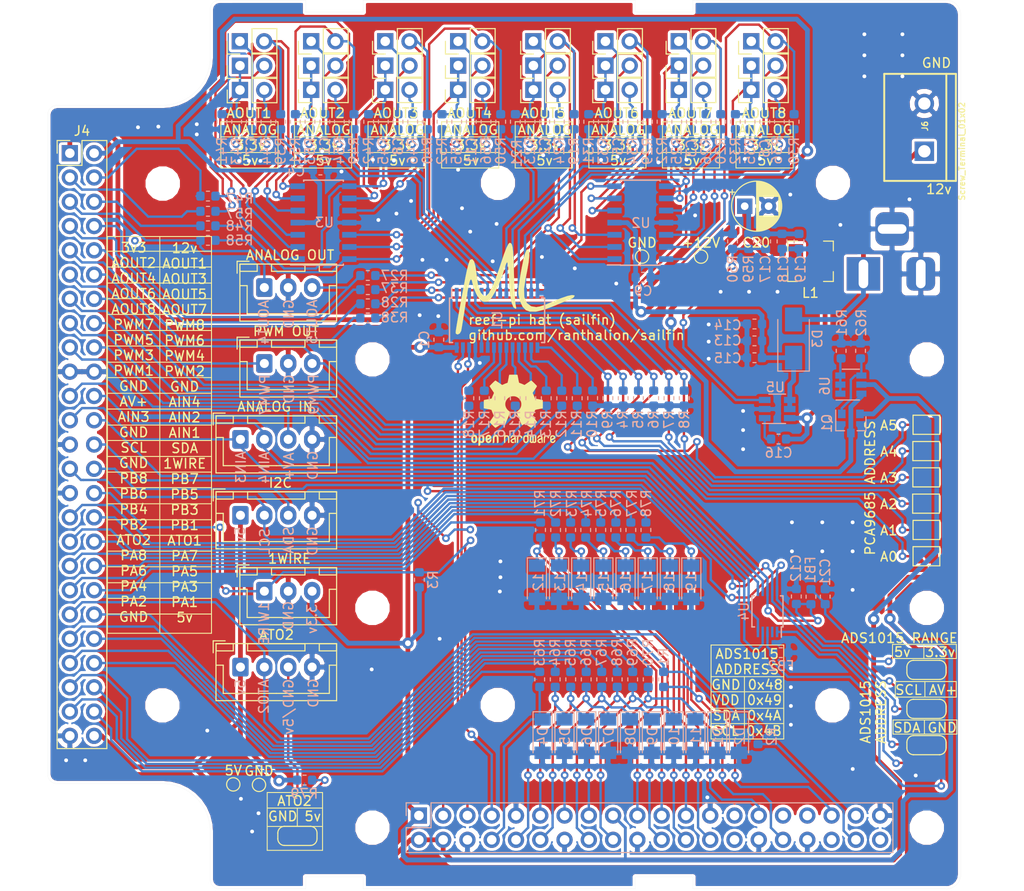
<source format=kicad_pcb>
(kicad_pcb (version 20171130) (host pcbnew "(5.0.1)-3")
  (layers (0 F.Cu signal) (31 B.Cu signal) (34 B.Paste user) (35 F.Paste user) (36 B.SilkS user) (37 F.SilkS user) (38 B.Mask user) (39 F.Mask user) (44 Edge.Cuts user))
  (net 0 "")
  (net 1 +3V3)
  (net 2 GND)
  (net 3 "Net-(C2-Pad1)")
  (net 4 "Net-(C3-Pad1)")
  (net 5 +12V)
  (net 6 "Net-(C5-Pad1)")
  (net 7 "Net-(C6-Pad1)")
  (net 8 "Net-(C7-Pad1)")
  (net 9 "Net-(C8-Pad1)")
  (net 10 "Net-(C10-Pad1)")
  (net 11 "Net-(C11-Pad1)")
  (net 12 "Net-(C16-Pad2)")
  (net 13 "Net-(C16-Pad1)")
  (net 14 "Net-(C17-Pad1)")
  (net 15 "Net-(C17-Pad2)")
  (net 16 "Net-(D3-Pad2)")
  (net 17 +5V)
  (net 18 /SDA)
  (net 19 /SCL)
  (net 20 /1WIRE)
  (net 21 /ATO2)
  (net 22 "Net-(JP9-Pad2)")
  (net 23 "Net-(JP10-Pad1)")
  (net 24 "Net-(JP10-Pad2)")
  (net 25 "Net-(JP11-Pad2)")
  (net 26 "Net-(JP11-Pad1)")
  (net 27 "Net-(JP12-Pad2)")
  (net 28 "Net-(JP15-Pad2)")
  (net 29 "Net-(JP15-Pad1)")
  (net 30 "Net-(JP16-Pad2)")
  (net 31 "Net-(JP17-Pad1)")
  (net 32 "Net-(JP17-Pad2)")
  (net 33 "Net-(JP18-Pad2)")
  (net 34 "Net-(JP21-Pad2)")
  (net 35 "Net-(JP21-Pad1)")
  (net 36 "Net-(JP22-Pad2)")
  (net 37 "Net-(JP23-Pad2)")
  (net 38 "Net-(JP23-Pad1)")
  (net 39 "Net-(JP24-Pad2)")
  (net 40 "Net-(JP27-Pad2)")
  (net 41 "Net-(JP27-Pad1)")
  (net 42 "Net-(JP28-Pad2)")
  (net 43 "Net-(JP29-Pad2)")
  (net 44 "Net-(JP29-Pad1)")
  (net 45 "Net-(JP30-Pad2)")
  (net 46 "Net-(JP31-Pad2)")
  (net 47 "Net-(R10-Pad2)")
  (net 48 "Net-(R11-Pad2)")
  (net 49 "Net-(R12-Pad2)")
  (net 50 "Net-(R13-Pad2)")
  (net 51 "Net-(R14-Pad2)")
  (net 52 "Net-(R15-Pad2)")
  (net 53 "Net-(R16-Pad2)")
  (net 54 "Net-(R17-Pad2)")
  (net 55 "Net-(R18-Pad2)")
  (net 56 "Net-(R61-Pad1)")
  (net 57 "Net-(Q1-Pad1)")
  (net 58 "Net-(JP14-Pad2)")
  (net 59 "Net-(JP26-Pad2)")
  (net 60 "Net-(JP7-Pad2)")
  (net 61 "Net-(JP8-Pad2)")
  (net 62 "Net-(JP13-Pad2)")
  (net 63 "Net-(JP19-Pad2)")
  (net 64 "Net-(JP20-Pad2)")
  (net 65 "Net-(JP25-Pad2)")
  (net 66 /AV+)
  (net 67 /ATO1)
  (net 68 /AOUT1)
  (net 69 /AOUT2)
  (net 70 /AOUT3)
  (net 71 /AOUT4)
  (net 72 /PA1)
  (net 73 /AOUT5)
  (net 74 /PA2)
  (net 75 /AOUT6)
  (net 76 /PA3)
  (net 77 /AOUT7)
  (net 78 /PA4)
  (net 79 /AOUT8)
  (net 80 /PA5)
  (net 81 /PA6)
  (net 82 /PWM1)
  (net 83 /PA7)
  (net 84 /PWM2)
  (net 85 /PA8)
  (net 86 /PWM3)
  (net 87 /PWM4)
  (net 88 /PWM5)
  (net 89 /PB2)
  (net 90 /PWM6)
  (net 91 /PWM7)
  (net 92 /PB4)
  (net 93 /PWM8)
  (net 94 /PB6)
  (net 95 /AIN1)
  (net 96 /AIN2)
  (net 97 /AIN3)
  (net 98 /AIN4)
  (net 99 /PWM/LED4)
  (net 100 /PWM/LED6)
  (net 101 /PWM/LED5)
  (net 102 /PWM/LED7)
  (net 103 /PWM/LED0)
  (net 104 /PWM/LED2)
  (net 105 /PWM/LED1)
  (net 106 /PWM/LED3)
  (net 107 /PB1)
  (net 108 /PB8)
  (net 109 /PWM/A0)
  (net 110 /PWM/A1)
  (net 111 /PWM/A2)
  (net 112 /PWM/A3)
  (net 113 /PWM/A4)
  (net 114 /PWM/A5)
  (net 115 /GPIO14)
  (net 116 /GPIO15)
  (net 117 /GPIO17)
  (net 118 /GPIO18)
  (net 119 /GPIO27)
  (net 120 /GPIO22)
  (net 121 /GPIO23)
  (net 122 /GPIO24)
  (net 123 /GPIO25)
  (net 124 /GPIO11)
  (net 125 /GPIO7)
  (net 126 /GPIO8)
  (net 127 /GPIO10)
  (net 128 /GPIO9)
  (net 129 /GPIO12)
  (net 130 /PB7)
  (net 131 /PB3)
  (net 132 /PB5)
  (net 133 /GPIO5)
  (net 134 /GPIO20)
  (net 135 /GPIO19)
  (net 136 "Net-(J2-Pad3)")
  (net 137 "Net-(JP34-Pad3)")
  (net 138 "Net-(C21-Pad1)")
  (net 139 "Net-(FB2-Pad2)")
  (module Connector_PinHeader_2.54mm:PinHeader_2x25_P2.54mm_Vertical (layer F.Cu) (at 18.8 114.343)
    (fp_text reference J4 (at 1.27 -2.33) (layer F.SilkS))
    (fp_text value Conn_02x25_Odd_Even)
    (pad 50 thru_hole oval (at 2.54 60.96) (size 1.7 1.7) (drill 1) (layers *.Cu *.Mask) (net 17 +5V))
    (pad 49 thru_hole oval (at 0 60.96) (size 1.7 1.7) (drill 1) (layers *.Cu *.Mask) (net 2 GND))
    (pad 48 thru_hole oval (at 2.54 58.42) (size 1.7 1.7) (drill 1) (layers *.Cu *.Mask) (net 72 /PA1))
    (pad 47 thru_hole oval (at 0 58.42) (size 1.7 1.7) (drill 1) (layers *.Cu *.Mask) (net 74 /PA2))
    (pad 46 thru_hole oval (at 2.54 55.88) (size 1.7 1.7) (drill 1) (layers *.Cu *.Mask) (net 76 /PA3))
    (pad 45 thru_hole oval (at 0 55.88) (size 1.7 1.7) (drill 1) (layers *.Cu *.Mask) (net 78 /PA4))
    (pad 44 thru_hole oval (at 2.54 53.34) (size 1.7 1.7) (drill 1) (layers *.Cu *.Mask) (net 80 /PA5))
    (pad 43 thru_hole oval (at 0 53.34) (size 1.7 1.7) (drill 1) (layers *.Cu *.Mask) (net 81 /PA6))
    (pad 42 thru_hole oval (at 2.54 50.8) (size 1.7 1.7) (drill 1) (layers *.Cu *.Mask) (net 83 /PA7))
    (pad 41 thru_hole oval (at 0 50.8) (size 1.7 1.7) (drill 1) (layers *.Cu *.Mask) (net 85 /PA8))
    (pad 40 thru_hole oval (at 2.54 48.26) (size 1.7 1.7) (drill 1) (layers *.Cu *.Mask) (net 67 /ATO1))
    (pad 39 thru_hole oval (at 0 48.26) (size 1.7 1.7) (drill 1) (layers *.Cu *.Mask) (net 21 /ATO2))
    (pad 38 thru_hole oval (at 2.54 45.72) (size 1.7 1.7) (drill 1) (layers *.Cu *.Mask) (net 107 /PB1))
    (pad 37 thru_hole oval (at 0 45.72) (size 1.7 1.7) (drill 1) (layers *.Cu *.Mask) (net 89 /PB2))
    (pad 36 thru_hole oval (at 2.54 43.18) (size 1.7 1.7) (drill 1) (layers *.Cu *.Mask) (net 131 /PB3))
    (pad 35 thru_hole oval (at 0 43.18) (size 1.7 1.7) (drill 1) (layers *.Cu *.Mask) (net 92 /PB4))
    (pad 34 thru_hole oval (at 2.54 40.64) (size 1.7 1.7) (drill 1) (layers *.Cu *.Mask) (net 132 /PB5))
    (pad 33 thru_hole oval (at 0 40.64) (size 1.7 1.7) (drill 1) (layers *.Cu *.Mask) (net 94 /PB6))
    (pad 32 thru_hole oval (at 2.54 38.1) (size 1.7 1.7) (drill 1) (layers *.Cu *.Mask) (net 130 /PB7))
    (pad 31 thru_hole oval (at 0 38.1) (size 1.7 1.7) (drill 1) (layers *.Cu *.Mask) (net 108 /PB8))
    (pad 30 thru_hole oval (at 2.54 35.56) (size 1.7 1.7) (drill 1) (layers *.Cu *.Mask) (net 20 /1WIRE))
    (pad 29 thru_hole oval (at 0 35.56) (size 1.7 1.7) (drill 1) (layers *.Cu *.Mask) (net 2 GND))
    (pad 28 thru_hole oval (at 2.54 33.02) (size 1.7 1.7) (drill 1) (layers *.Cu *.Mask) (net 18 /SDA))
    (pad 27 thru_hole oval (at 0 33.02) (size 1.7 1.7) (drill 1) (layers *.Cu *.Mask) (net 19 /SCL))
    (pad 26 thru_hole oval (at 2.54 30.48) (size 1.7 1.7) (drill 1) (layers *.Cu *.Mask) (net 95 /AIN1))
    (pad 25 thru_hole oval (at 0 30.48) (size 1.7 1.7) (drill 1) (layers *.Cu *.Mask) (net 2 GND))
    (pad 24 thru_hole oval (at 2.54 27.94) (size 1.7 1.7) (drill 1) (layers *.Cu *.Mask) (net 96 /AIN2))
    (pad 23 thru_hole oval (at 0 27.94) (size 1.7 1.7) (drill 1) (layers *.Cu *.Mask) (net 97 /AIN3))
    (pad 22 thru_hole oval (at 2.54 25.4) (size 1.7 1.7) (drill 1) (layers *.Cu *.Mask) (net 98 /AIN4))
    (pad 21 thru_hole oval (at 0 25.4) (size 1.7 1.7) (drill 1) (layers *.Cu *.Mask) (net 66 /AV+))
    (pad 20 thru_hole oval (at 2.54 22.86) (size 1.7 1.7) (drill 1) (layers *.Cu *.Mask) (net 2 GND))
    (pad 19 thru_hole oval (at 0 22.86) (size 1.7 1.7) (drill 1) (layers *.Cu *.Mask) (net 2 GND))
    (pad 18 thru_hole oval (at 2.54 20.32) (size 1.7 1.7) (drill 1) (layers *.Cu *.Mask) (net 84 /PWM2))
    (pad 17 thru_hole oval (at 0 20.32) (size 1.7 1.7) (drill 1) (layers *.Cu *.Mask) (net 82 /PWM1))
    (pad 16 thru_hole oval (at 2.54 17.78) (size 1.7 1.7) (drill 1) (layers *.Cu *.Mask) (net 87 /PWM4))
    (pad 15 thru_hole oval (at 0 17.78) (size 1.7 1.7) (drill 1) (layers *.Cu *.Mask) (net 86 /PWM3))
    (pad 14 thru_hole oval (at 2.54 15.24) (size 1.7 1.7) (drill 1) (layers *.Cu *.Mask) (net 90 /PWM6))
    (pad 13 thru_hole oval (at 0 15.24) (size 1.7 1.7) (drill 1) (layers *.Cu *.Mask) (net 88 /PWM5))
    (pad 12 thru_hole oval (at 2.54 12.7) (size 1.7 1.7) (drill 1) (layers *.Cu *.Mask) (net 93 /PWM8))
    (pad 11 thru_hole oval (at 0 12.7) (size 1.7 1.7) (drill 1) (layers *.Cu *.Mask) (net 91 /PWM7))
    (pad 10 thru_hole oval (at 2.54 10.16) (size 1.7 1.7) (drill 1) (layers *.Cu *.Mask) (net 77 /AOUT7))
    (pad 9 thru_hole oval (at 0 10.16) (size 1.7 1.7) (drill 1) (layers *.Cu *.Mask) (net 79 /AOUT8))
    (pad 8 thru_hole oval (at 2.54 7.62) (size 1.7 1.7) (drill 1) (layers *.Cu *.Mask) (net 73 /AOUT5))
    (pad 7 thru_hole oval (at 0 7.62) (size 1.7 1.7) (drill 1) (layers *.Cu *.Mask) (net 75 /AOUT6))
    (pad 6 thru_hole oval (at 2.54 5.08) (size 1.7 1.7) (drill 1) (layers *.Cu *.Mask) (net 70 /AOUT3))
    (pad 5 thru_hole oval (at 0 5.08) (size 1.7 1.7) (drill 1) (layers *.Cu *.Mask) (net 71 /AOUT4))
    (pad 4 thru_hole oval (at 2.54 2.54) (size 1.7 1.7) (drill 1) (layers *.Cu *.Mask) (net 68 /AOUT1))
    (pad 3 thru_hole oval (at 0 2.54) (size 1.7 1.7) (drill 1) (layers *.Cu *.Mask) (net 69 /AOUT2))
    (pad 2 thru_hole oval (at 2.54 0) (size 1.7 1.7) (drill 1) (layers *.Cu *.Mask) (net 5 +12V))
    (pad 1 thru_hole rect (at 0 0) (size 1.7 1.7) (drill 1) (layers *.Cu *.Mask) (net 1 +3V3))
  )
  (module SparkFunConnectors:SCREWTERMINAL-5MM-2 (layer F.Cu) (at 108.204 114.14 90)
    (fp_text reference J6 (at 2.634 0.064 90) (layer F.SilkS) (effects (font (size 0.6096 0.6096) (thickness 0.127))))
    (fp_text value Screw_Terminal_01x02 (at 0 3.937 90) (layer F.SilkS) (effects (font (size 0.6096 0.6096) (thickness 0.127))))
    (pad 2 thru_hole circle (at 4.99872 0 90) (size 2.032 2.032) (drill 1.29794) (layers *.Cu *.Mask) (net 2 GND))
    (pad 1 thru_hole rect (at 0 0 90) (size 2.032 2.032) (drill 1.29794) (layers *.Cu *.Mask) (net 16 "Net-(D3-Pad2)"))
  )
  (module Package_SO:SOIC-14_3.9x8.7mm_P1.27mm (layer B.Cu) (at 78.486 121.61)
    (fp_text reference U2 (at 0.064 0.03) (layer B.SilkS) (effects (justify mirror)))
    (fp_text value LM324)
    (pad 14 smd rect (at 2.7 3.81) (size 1.5 0.6) (layers B.Cu B.Paste B.Mask) (net 32 "Net-(JP17-Pad2)"))
    (pad 13 smd rect (at 2.7 2.54) (size 1.5 0.6) (layers B.Cu B.Paste B.Mask) (net 31 "Net-(JP17-Pad1)"))
    (pad 12 smd rect (at 2.7 1.27) (size 1.5 0.6) (layers B.Cu B.Paste B.Mask) (net 58 "Net-(JP14-Pad2)"))
    (pad 11 smd rect (at 2.7 0) (size 1.5 0.6) (layers B.Cu B.Paste B.Mask) (net 2 GND))
    (pad 10 smd rect (at 2.7 -1.27) (size 1.5 0.6) (layers B.Cu B.Paste B.Mask) (net 61 "Net-(JP8-Pad2)"))
    (pad 9 smd rect (at 2.7 -2.54) (size 1.5 0.6) (layers B.Cu B.Paste B.Mask) (net 26 "Net-(JP11-Pad1)"))
    (pad 8 smd rect (at 2.7 -3.81) (size 1.5 0.6) (layers B.Cu B.Paste B.Mask) (net 25 "Net-(JP11-Pad2)"))
    (pad 7 smd rect (at -2.7 -3.81) (size 1.5 0.6) (layers B.Cu B.Paste B.Mask) (net 28 "Net-(JP15-Pad2)"))
    (pad 6 smd rect (at -2.7 -2.54) (size 1.5 0.6) (layers B.Cu B.Paste B.Mask) (net 29 "Net-(JP15-Pad1)"))
    (pad 5 smd rect (at -2.7 -1.27) (size 1.5 0.6) (layers B.Cu B.Paste B.Mask) (net 62 "Net-(JP13-Pad2)"))
    (pad 4 smd rect (at -2.7 0) (size 1.5 0.6) (layers B.Cu B.Paste B.Mask) (net 5 +12V))
    (pad 3 smd rect (at -2.7 1.27) (size 1.5 0.6) (layers B.Cu B.Paste B.Mask) (net 60 "Net-(JP7-Pad2)"))
    (pad 2 smd rect (at -2.7 2.54) (size 1.5 0.6) (layers B.Cu B.Paste B.Mask) (net 23 "Net-(JP10-Pad1)"))
    (pad 1 smd rect (at -2.7 3.81) (size 1.5 0.6) (layers B.Cu B.Paste B.Mask) (net 22 "Net-(JP9-Pad2)"))
  )
  (module Package_SO:SOIC-14_3.9x8.7mm_P1.27mm (layer B.Cu) (at 45.34 121.61)
    (fp_text reference U3 (at 0.09 -0.02) (layer B.SilkS) (effects (justify mirror)))
    (fp_text value LM324)
    (pad 14 smd rect (at 2.7 3.81) (size 1.5 0.6) (layers B.Cu B.Paste B.Mask) (net 43 "Net-(JP29-Pad2)"))
    (pad 13 smd rect (at 2.7 2.54) (size 1.5 0.6) (layers B.Cu B.Paste B.Mask) (net 44 "Net-(JP29-Pad1)"))
    (pad 12 smd rect (at 2.7 1.27) (size 1.5 0.6) (layers B.Cu B.Paste B.Mask) (net 59 "Net-(JP26-Pad2)"))
    (pad 11 smd rect (at 2.7 0) (size 1.5 0.6) (layers B.Cu B.Paste B.Mask) (net 2 GND))
    (pad 10 smd rect (at 2.7 -1.27) (size 1.5 0.6) (layers B.Cu B.Paste B.Mask) (net 64 "Net-(JP20-Pad2)"))
    (pad 9 smd rect (at 2.7 -2.54) (size 1.5 0.6) (layers B.Cu B.Paste B.Mask) (net 38 "Net-(JP23-Pad1)"))
    (pad 8 smd rect (at 2.7 -3.81) (size 1.5 0.6) (layers B.Cu B.Paste B.Mask) (net 37 "Net-(JP23-Pad2)"))
    (pad 7 smd rect (at -2.7 -3.81) (size 1.5 0.6) (layers B.Cu B.Paste B.Mask) (net 40 "Net-(JP27-Pad2)"))
    (pad 6 smd rect (at -2.7 -2.54) (size 1.5 0.6) (layers B.Cu B.Paste B.Mask) (net 41 "Net-(JP27-Pad1)"))
    (pad 5 smd rect (at -2.7 -1.27) (size 1.5 0.6) (layers B.Cu B.Paste B.Mask) (net 65 "Net-(JP25-Pad2)"))
    (pad 4 smd rect (at -2.7 0) (size 1.5 0.6) (layers B.Cu B.Paste B.Mask) (net 5 +12V))
    (pad 3 smd rect (at -2.7 1.27) (size 1.5 0.6) (layers B.Cu B.Paste B.Mask) (net 63 "Net-(JP19-Pad2)"))
    (pad 2 smd rect (at -2.7 2.54) (size 1.5 0.6) (layers B.Cu B.Paste B.Mask) (net 35 "Net-(JP21-Pad1)"))
    (pad 1 smd rect (at -2.7 3.81) (size 1.5 0.6) (layers B.Cu B.Paste B.Mask) (net 34 "Net-(JP21-Pad2)"))
  )
  (module ml_footprints:SolderJumper-3_P1.3mm_Open_RoundedPad1.0x1.5mm (layer F.Cu) (at 108.428 172.4815 180)
    (fp_text reference JP31 hide)
    (fp_text value SolderJumper_3_Open)
    (pad 2 smd rect (at 0 0 180) (size 1 1.5) (layers F.Cu F.Mask) (net 46 "Net-(JP31-Pad2)"))
    (pad 3 smd custom (at 1.3 0 180) (size 1 0.5) (layers F.Cu F.Mask) (net 19 /SCL) (options (clearance outline) (anchor rect)) (primitives (gr_circle (center 0 0.25) (end 0.5 0.25) (width 0)) (gr_circle (center 0 -0.25) (end 0.5 -0.25) (width 0)) (gr_poly (pts (xy -0.55 -0.75) (xy 0 -0.75) (xy 0 0.75) (xy -0.55 0.75)) (width 0))))
    (pad 1 smd custom (at -1.3 0 180) (size 1 0.5) (layers F.Cu F.Mask) (net 66 /AV+) (options (clearance outline) (anchor rect)) (primitives (gr_circle (center 0 0.25) (end 0.5 0.25) (width 0)) (gr_circle (center 0 -0.25) (end 0.5 -0.25) (width 0)) (gr_poly (pts (xy 0.55 -0.75) (xy 0 -0.75) (xy 0 0.75) (xy 0.55 0.75)) (width 0))))
  )
  (module ml_footprints:SolderJumper-3_P1.3mm_Bridged12_RoundedPad1.0x1.5mm (layer F.Cu) (at 108.428 176.276 180)
    (fp_text reference JP32 hide)
    (fp_text value SolderJumper_3_Bridged12)
    (pad 2 smd rect (at 0 0 180) (size 1 1.5) (layers F.Cu F.Mask) (net 46 "Net-(JP31-Pad2)"))
    (pad 3 smd custom (at 1.3 0 180) (size 1 0.5) (layers F.Cu F.Mask) (net 18 /SDA) (options (clearance outline) (anchor rect)) (primitives (gr_circle (center 0 0.25) (end 0.5 0.25) (width 0)) (gr_circle (center 0 -0.25) (end 0.5 -0.25) (width 0)) (gr_poly (pts (xy -0.55 -0.75) (xy 0 -0.75) (xy 0 0.75) (xy -0.55 0.75)) (width 0))))
    (pad 1 smd custom (at -1.3 0 180) (size 1 0.5) (layers F.Cu F.Mask) (net 139 "Net-(FB2-Pad2)") (options (clearance outline) (anchor rect)) (primitives (gr_circle (center 0 0.25) (end 0.5 0.25) (width 0)) (gr_circle (center 0 -0.25) (end 0.5 -0.25) (width 0)) (gr_poly (pts (xy 0.55 -0.75) (xy 0 -0.75) (xy 0 0.75) (xy 0.55 0.75)) (width 0)) (gr_poly (pts (xy 0.4 -0.3) (xy 0.9 -0.3) (xy 0.9 0.3) (xy 0.4 0.3)) (width 0))))
  )
  (module ml_footprints:SolderJumper-3_P1.3mm_Bridged12_RoundedPad1.0x1.5mm (layer F.Cu) (at 108.428 168.402)
    (fp_text reference JP33 hide)
    (fp_text value SolderJumper_3_Bridged12)
    (pad 2 smd rect (at 0 0) (size 1 1.5) (layers F.Cu F.Mask) (net 138 "Net-(C21-Pad1)"))
    (pad 3 smd custom (at 1.3 0) (size 1 0.5) (layers F.Cu F.Mask) (net 1 +3V3) (options (clearance outline) (anchor rect)) (primitives (gr_circle (center 0 0.25) (end 0.5 0.25) (width 0)) (gr_circle (center 0 -0.25) (end 0.5 -0.25) (width 0)) (gr_poly (pts (xy -0.55 -0.75) (xy 0 -0.75) (xy 0 0.75) (xy -0.55 0.75)) (width 0))))
    (pad 1 smd custom (at -1.3 0) (size 1 0.5) (layers F.Cu F.Mask) (net 17 +5V) (options (clearance outline) (anchor rect)) (primitives (gr_circle (center 0 0.25) (end 0.5 0.25) (width 0)) (gr_circle (center 0 -0.25) (end 0.5 -0.25) (width 0)) (gr_poly (pts (xy 0.55 -0.75) (xy 0 -0.75) (xy 0 0.75) (xy 0.55 0.75)) (width 0)) (gr_poly (pts (xy 0.4 -0.3) (xy 0.9 -0.3) (xy 0.9 0.3) (xy 0.4 0.3)) (width 0))))
  )
  (module ml_footprints:SolderJumper-3_P1.3mm_Bridged12_RoundedPad1.0x1.5mm (layer F.Cu) (at 42.61 185.77)
    (fp_text reference JP34 hide)
    (fp_text value Jumper_3_Bridged12)
    (pad 2 smd rect (at 0 0) (size 1 1.5) (layers F.Cu F.Mask) (net 136 "Net-(J2-Pad3)"))
    (pad 3 smd custom (at 1.3 0) (size 1 0.5) (layers F.Cu F.Mask) (net 137 "Net-(JP34-Pad3)") (options (clearance outline) (anchor rect)) (primitives (gr_circle (center 0 0.25) (end 0.5 0.25) (width 0)) (gr_circle (center 0 -0.25) (end 0.5 -0.25) (width 0)) (gr_poly (pts (xy -0.55 -0.75) (xy 0 -0.75) (xy 0 0.75) (xy -0.55 0.75)) (width 0))))
    (pad 1 smd custom (at -1.3 0) (size 1 0.5) (layers F.Cu F.Mask) (net 2 GND) (options (clearance outline) (anchor rect)) (primitives (gr_circle (center 0 0.25) (end 0.5 0.25) (width 0)) (gr_circle (center 0 -0.25) (end 0.5 -0.25) (width 0)) (gr_poly (pts (xy 0.55 -0.75) (xy 0 -0.75) (xy 0 0.75) (xy 0.55 0.75)) (width 0)) (gr_poly (pts (xy 0.4 -0.3) (xy 0.9 -0.3) (xy 0.9 0.3) (xy 0.4 0.3)) (width 0))))
  )
  (module Package_TO_SOT_SMD:TSOT-23-6 (layer B.Cu) (at 92.81 141.11)
    (fp_text reference U5 (at -0.2 -2.28) (layer B.SilkS) (effects (justify mirror)))
    (fp_text value SY8113BADC)
    (pad 6 smd rect (at 1.31 0.95) (size 1.22 0.65) (layers B.Cu B.Paste B.Mask) (net 13 "Net-(C16-Pad1)"))
    (pad 5 smd rect (at 1.31 0) (size 1.22 0.65) (layers B.Cu B.Paste B.Mask) (net 5 +12V))
    (pad 4 smd rect (at 1.31 -0.95) (size 1.22 0.65) (layers B.Cu B.Paste B.Mask) (net 5 +12V))
    (pad 3 smd rect (at -1.31 -0.95) (size 1.22 0.65) (layers B.Cu B.Paste B.Mask) (net 15 "Net-(C17-Pad2)"))
    (pad 2 smd rect (at -1.31 0) (size 1.22 0.65) (layers B.Cu B.Paste B.Mask) (net 2 GND))
    (pad 1 smd rect (at -1.31 0.95) (size 1.22 0.65) (layers B.Cu B.Paste B.Mask) (net 12 "Net-(C16-Pad2)"))
  )
  (module Diode_SMD:D_SMA (layer B.Cu) (at 94.52 133.74 90)
    (fp_text reference D3 (at 0 2.5 90) (layer B.SilkS) (effects (justify mirror)))
    (fp_text value D_Schottky)
    (pad 2 smd rect (at 2 0 90) (size 2.5 1.8) (layers B.Cu B.Paste B.Mask) (net 16 "Net-(D3-Pad2)"))
    (pad 1 smd rect (at -2 0 90) (size 2.5 1.8) (layers B.Cu B.Paste B.Mask) (net 5 +12V))
  )
  (module ml_footprints:BarrelJack_Horizontal (layer F.Cu) (at 101.83 126.97 180)
    (fp_text reference J19 hide)
    (fp_text value Barrel_Jack_Switch)
    (pad 3 thru_hole roundrect (at -3 4.7 180) (size 3.5 3.5) (drill oval 3 1) (layers *.Cu *.Mask) (net 2 GND))
    (pad 2 thru_hole roundrect (at -6 0 180) (size 3 3.5) (drill oval 1 3) (layers *.Cu *.Mask) (net 2 GND))
    (pad 1 thru_hole rect (at 0 0 180) (size 3.5 3.5) (drill oval 1 3) (layers *.Cu *.Mask) (net 16 "Net-(D3-Pad2)"))
  )
  (module Diode_SMD:D_MiniMELF (layer B.Cu) (at 75.122 175.328528 270)
    (fp_text reference D7 (at 0 -0.062 270) (layer B.SilkS) (effects (justify mirror)))
    (fp_text value z3.3)
    (pad 2 smd rect (at 1.75 0 270) (size 1.3 1.7) (layers B.Cu B.Paste B.Mask) (net 2 GND))
    (pad 1 smd rect (at -1.75 0 270) (size 1.3 1.7) (layers B.Cu B.Paste B.Mask) (net 118 /GPIO18))
  )
  (module Connector_JST:JST_XH_B04B-XH-A_1x04_P2.50mm_Vertical (layer F.Cu) (at 36.65 168.11)
    (fp_text reference J2 hide)
    (fp_text value ATO1)
    (pad 4 thru_hole oval (at 7.5 0) (size 1.7 1.95) (drill 0.95) (layers *.Cu *.Mask) (net 2 GND))
    (pad 3 thru_hole oval (at 5 0) (size 1.7 1.95) (drill 0.95) (layers *.Cu *.Mask) (net 136 "Net-(J2-Pad3)"))
    (pad 2 thru_hole oval (at 2.5 0) (size 1.7 1.95) (drill 0.95) (layers *.Cu *.Mask) (net 21 /ATO2))
    (pad 1 thru_hole roundrect (at 0 0) (size 1.7 1.95) (drill 0.95) (layers *.Cu *.Mask) (roundrect_rratio 0.147059) (net 17 +5V))
  )
  (module Resistor_SMD:R_0603_1608Metric (layer B.Cu) (at 83.08 139.97 270)
    (fp_text reference R8 (at 2.23381 -0.009994 270) (layer B.SilkS) (effects (justify mirror)))
    (fp_text value 10k)
    (pad 1 smd roundrect (at -0.7875 0 270) (size 0.875 0.95) (layers B.Cu B.Paste B.Mask) (net 113 /PWM/A4))
    (pad 2 smd roundrect (at 0.7875 0 270) (size 0.875 0.95) (layers B.Cu B.Paste B.Mask) (net 2 GND))
  )
  (module MountingHole:MountingHole_3mm (layer F.Cu) (at 50.458 161.912 180)
    (fp_text reference REF** hide)
    (fp_text value MountingHole_3mm)
    (pad 1 np_thru_hole circle (at 0 0 180) (size 3 3) (drill 3) (layers *.Cu *.Mask))
  )
  (module Resistor_SMD:R_0603_1608Metric (layer B.Cu) (at 79.226699 111.050132 270)
    (fp_text reference R29 (at 3.0735 0 270) (layer B.SilkS) (effects (justify mirror)))
    (fp_text value 20k)
    (pad 1 smd roundrect (at -0.7875 0 270) (size 0.875 0.95) (layers B.Cu B.Paste B.Mask) (net 62 "Net-(JP13-Pad2)"))
    (pad 2 smd roundrect (at 0.7875 0 270) (size 0.875 0.95) (layers B.Cu B.Paste B.Mask) (net 101 /PWM/LED5))
  )
  (module Resistor_SMD:R_0603_1608Metric (layer B.Cu) (at 34.716658 111.050132 90)
    (fp_text reference R41 (at -3.0225 0 90) (layer B.SilkS) (effects (justify mirror)))
    (fp_text value 100k)
    (pad 1 smd roundrect (at -0.7875 0 90) (size 0.875 0.95) (layers B.Cu B.Paste B.Mask) (net 2 GND))
    (pad 2 smd roundrect (at 0.7875 0 90) (size 0.875 0.95) (layers B.Cu B.Paste B.Mask) (net 35 "Net-(JP21-Pad1)"))
  )
  (module Resistor_SMD:R_0603_1608Metric (layer B.Cu) (at 39.321145 111.050132 270)
    (fp_text reference R44 (at 3.0735 0 270) (layer B.SilkS) (effects (justify mirror)))
    (fp_text value 82k)
    (pad 2 smd roundrect (at 0.7875 0 270) (size 0.875 0.95) (layers B.Cu B.Paste B.Mask) (net 34 "Net-(JP21-Pad2)"))
    (pad 1 smd roundrect (at -0.7875 0 270) (size 0.875 0.95) (layers B.Cu B.Paste B.Mask) (net 36 "Net-(JP22-Pad2)"))
  )
  (module Resistor_SMD:R_0603_1608Metric (layer B.Cu) (at 54.669435 111.050132 270)
    (fp_text reference R46 (at 3.048 0 270) (layer B.SilkS) (effects (justify mirror)))
    (fp_text value 82k)
    (pad 2 smd roundrect (at 0.7875 0 270) (size 0.875 0.95) (layers B.Cu B.Paste B.Mask) (net 37 "Net-(JP23-Pad2)"))
    (pad 1 smd roundrect (at -0.7875 0 270) (size 0.875 0.95) (layers B.Cu B.Paste B.Mask) (net 39 "Net-(JP24-Pad2)"))
  )
  (module Resistor_SMD:R_0603_1608Metric (layer B.Cu) (at 65.413238 111.050132 90)
    (fp_text reference R21 (at -3.299001 0.155001 90) (layer B.SilkS) (effects (justify mirror)))
    (fp_text value 100k)
    (pad 1 smd roundrect (at -0.7875 0 90) (size 0.875 0.95) (layers B.Cu B.Paste B.Mask) (net 2 GND))
    (pad 2 smd roundrect (at 0.7875 0 90) (size 0.875 0.95) (layers B.Cu B.Paste B.Mask) (net 23 "Net-(JP10-Pad1)"))
  )
  (module Resistor_SMD:R_0603_1608Metric (layer B.Cu) (at 80.761528 111.050132 90)
    (fp_text reference R22 (at -3.0225 0 90) (layer B.SilkS) (effects (justify mirror)))
    (fp_text value 100k)
    (pad 2 smd roundrect (at 0.7875 0 90) (size 0.875 0.95) (layers B.Cu B.Paste B.Mask) (net 26 "Net-(JP11-Pad1)"))
    (pad 1 smd roundrect (at -0.7875 0 90) (size 0.875 0.95) (layers B.Cu B.Paste B.Mask) (net 2 GND))
  )
  (module Resistor_SMD:R_0603_1608Metric (layer B.Cu) (at 86.900844 111.050132 270)
    (fp_text reference R20 (at 3.048 0 270) (layer B.SilkS) (effects (justify mirror)))
    (fp_text value 20k)
    (pad 2 smd roundrect (at 0.7875 0 270) (size 0.875 0.95) (layers B.Cu B.Paste B.Mask) (net 100 /PWM/LED6))
    (pad 1 smd roundrect (at -0.7875 0 270) (size 0.875 0.95) (layers B.Cu B.Paste B.Mask) (net 61 "Net-(JP8-Pad2)"))
  )
  (module Resistor_SMD:R_0603_1608Metric (layer B.Cu) (at 66.948067 111.050132 270)
    (fp_text reference R23 (at 3.048 0 270) (layer B.SilkS) (effects (justify mirror)))
    (fp_text value 220k)
    (pad 2 smd roundrect (at 0.7875 0 270) (size 0.875 0.95) (layers B.Cu B.Paste B.Mask) (net 22 "Net-(JP9-Pad2)"))
    (pad 1 smd roundrect (at -0.7875 0 270) (size 0.875 0.95) (layers B.Cu B.Paste B.Mask) (net 23 "Net-(JP10-Pad1)"))
  )
  (module Resistor_SMD:R_0603_1608Metric (layer B.Cu) (at 82.296357 111.050132 270)
    (fp_text reference R25 (at 3.048 0 270) (layer B.SilkS) (effects (justify mirror)))
    (fp_text value 220k)
    (pad 1 smd roundrect (at -0.7875 0 270) (size 0.875 0.95) (layers B.Cu B.Paste B.Mask) (net 26 "Net-(JP11-Pad1)"))
    (pad 2 smd roundrect (at 0.7875 0 270) (size 0.875 0.95) (layers B.Cu B.Paste B.Mask) (net 25 "Net-(JP11-Pad2)"))
  )
  (module Resistor_SMD:R_0603_1608Metric (layer B.Cu) (at 70.017725 111.050132 270)
    (fp_text reference R24 (at 3.0225 0 270) (layer B.SilkS) (effects (justify mirror)))
    (fp_text value 82k)
    (pad 2 smd roundrect (at 0.7875 0 270) (size 0.875 0.95) (layers B.Cu B.Paste B.Mask) (net 22 "Net-(JP9-Pad2)"))
    (pad 1 smd roundrect (at -0.7875 0 270) (size 0.875 0.95) (layers B.Cu B.Paste B.Mask) (net 24 "Net-(JP10-Pad2)"))
  )
  (module Resistor_SMD:R_0603_1608Metric (layer B.Cu) (at 85.37 111.050132 270)
    (fp_text reference R26 (at 3.0735 0 270) (layer B.SilkS) (effects (justify mirror)))
    (fp_text value 82k)
    (pad 1 smd roundrect (at -0.7875 0 270) (size 0.875 0.95) (layers B.Cu B.Paste B.Mask) (net 27 "Net-(JP12-Pad2)"))
    (pad 2 smd roundrect (at 0.7875 0 270) (size 0.875 0.95) (layers B.Cu B.Paste B.Mask) (net 25 "Net-(JP11-Pad2)"))
  )
  (module Resistor_SMD:R_0603_1608Metric (layer B.Cu) (at 71.552554 111.050132 270)
    (fp_text reference R19 (at 3.0735 0 270) (layer B.SilkS) (effects (justify mirror)))
    (fp_text value 20k)
    (pad 1 smd roundrect (at -0.7875 0 270) (size 0.875 0.95) (layers B.Cu B.Paste B.Mask) (net 60 "Net-(JP7-Pad2)"))
    (pad 2 smd roundrect (at 0.7875 0 270) (size 0.875 0.95) (layers B.Cu B.Paste B.Mask) (net 99 /PWM/LED4))
  )
  (module Resistor_SMD:R_0603_1608Metric (layer B.Cu) (at 94.575 111.050132 270)
    (fp_text reference R30 (at 3.048 0 270) (layer B.SilkS) (effects (justify mirror)))
    (fp_text value 20k)
    (pad 2 smd roundrect (at 0.7875 0 270) (size 0.875 0.95) (layers B.Cu B.Paste B.Mask) (net 102 /PWM/LED7))
    (pad 1 smd roundrect (at -0.7875 0 270) (size 0.875 0.95) (layers B.Cu B.Paste B.Mask) (net 58 "Net-(JP14-Pad2)"))
  )
  (module Resistor_SMD:R_0603_1608Metric (layer B.Cu) (at 73.087383 111.050132 90)
    (fp_text reference R31 (at -3.048 0 90) (layer B.SilkS) (effects (justify mirror)))
    (fp_text value 100k)
    (pad 2 smd roundrect (at 0.7875 0 90) (size 0.875 0.95) (layers B.Cu B.Paste B.Mask) (net 29 "Net-(JP15-Pad1)"))
    (pad 1 smd roundrect (at -0.7875 0 90) (size 0.875 0.95) (layers B.Cu B.Paste B.Mask) (net 2 GND))
  )
  (module Resistor_SMD:R_0603_1608Metric (layer B.Cu) (at 74.622212 111.050132 270)
    (fp_text reference R33 (at 3.0735 0.001499 270) (layer B.SilkS) (effects (justify mirror)))
    (fp_text value 220k)
    (pad 1 smd roundrect (at -0.7875 0 270) (size 0.875 0.95) (layers B.Cu B.Paste B.Mask) (net 29 "Net-(JP15-Pad1)"))
    (pad 2 smd roundrect (at 0.7875 0 270) (size 0.875 0.95) (layers B.Cu B.Paste B.Mask) (net 28 "Net-(JP15-Pad2)"))
  )
  (module Resistor_SMD:R_0603_1608Metric (layer B.Cu) (at 77.69187 111.050132 270)
    (fp_text reference R34 (at 3.048 0 270) (layer B.SilkS) (effects (justify mirror)))
    (fp_text value 82k)
    (pad 1 smd roundrect (at -0.7875 0 270) (size 0.875 0.95) (layers B.Cu B.Paste B.Mask) (net 30 "Net-(JP16-Pad2)"))
    (pad 2 smd roundrect (at 0.7875 0 270) (size 0.875 0.95) (layers B.Cu B.Paste B.Mask) (net 28 "Net-(JP15-Pad2)"))
  )
  (module Resistor_SMD:R_0603_1608Metric (layer B.Cu) (at 89.970502 111.050132 270)
    (fp_text reference R35 (at 3.048 0 270) (layer B.SilkS) (effects (justify mirror)))
    (fp_text value 220k)
    (pad 1 smd roundrect (at -0.7875 0 270) (size 0.875 0.95) (layers B.Cu B.Paste B.Mask) (net 31 "Net-(JP17-Pad1)"))
    (pad 2 smd roundrect (at 0.7875 0 270) (size 0.875 0.95) (layers B.Cu B.Paste B.Mask) (net 32 "Net-(JP17-Pad2)"))
  )
  (module Resistor_SMD:R_0603_1608Metric (layer B.Cu) (at 88.435673 111.050132 90)
    (fp_text reference R32 (at -3.048 0 90) (layer B.SilkS) (effects (justify mirror)))
    (fp_text value 100k)
    (pad 2 smd roundrect (at 0.7875 0 90) (size 0.875 0.95) (layers B.Cu B.Paste B.Mask) (net 31 "Net-(JP17-Pad1)"))
    (pad 1 smd roundrect (at -0.7875 0 90) (size 0.875 0.95) (layers B.Cu B.Paste B.Mask) (net 2 GND))
  )
  (module Resistor_SMD:R_0603_1608Metric (layer B.Cu) (at 93.04016 111.050132 270)
    (fp_text reference R36 (at 3.0225 0.254 270) (layer B.SilkS) (effects (justify mirror)))
    (fp_text value 82k)
    (pad 2 smd roundrect (at 0.7875 0 270) (size 0.875 0.95) (layers B.Cu B.Paste B.Mask) (net 32 "Net-(JP17-Pad2)"))
    (pad 1 smd roundrect (at -0.7875 0 270) (size 0.875 0.95) (layers B.Cu B.Paste B.Mask) (net 33 "Net-(JP18-Pad2)"))
  )
  (module Resistor_SMD:R_0603_1608Metric (layer B.Cu) (at 40.855974 111.050132 270)
    (fp_text reference R39 (at 3.0735 0 270) (layer B.SilkS) (effects (justify mirror)))
    (fp_text value 20k)
    (pad 1 smd roundrect (at -0.7875 0 270) (size 0.875 0.95) (layers B.Cu B.Paste B.Mask) (net 63 "Net-(JP19-Pad2)"))
    (pad 2 smd roundrect (at 0.7875 0 270) (size 0.875 0.95) (layers B.Cu B.Paste B.Mask) (net 103 /PWM/LED0))
  )
  (module Resistor_SMD:R_0603_1608Metric (layer B.Cu) (at 56.204264 111.050132 270)
    (fp_text reference R40 (at 3.0225 0 270) (layer B.SilkS) (effects (justify mirror)))
    (fp_text value 20k)
    (pad 1 smd roundrect (at -0.7875 0 270) (size 0.875 0.95) (layers B.Cu B.Paste B.Mask) (net 64 "Net-(JP20-Pad2)"))
    (pad 2 smd roundrect (at 0.7875 0 270) (size 0.875 0.95) (layers B.Cu B.Paste B.Mask) (net 104 /PWM/LED2))
  )
  (module Resistor_SMD:R_0603_1608Metric (layer B.Cu) (at 50.064948 111.050132 90)
    (fp_text reference R42 (at -3.0225 0 90) (layer B.SilkS) (effects (justify mirror)))
    (fp_text value 100k)
    (pad 1 smd roundrect (at -0.7875 0 90) (size 0.875 0.95) (layers B.Cu B.Paste B.Mask) (net 2 GND))
    (pad 2 smd roundrect (at 0.7875 0 90) (size 0.875 0.95) (layers B.Cu B.Paste B.Mask) (net 38 "Net-(JP23-Pad1)"))
  )
  (module Resistor_SMD:R_0603_1608Metric (layer B.Cu) (at 36.251487 111.050132 270)
    (fp_text reference R43 (at 3.0735 0 270) (layer B.SilkS) (effects (justify mirror)))
    (fp_text value 220k)
    (pad 1 smd roundrect (at -0.7875 0 270) (size 0.875 0.95) (layers B.Cu B.Paste B.Mask) (net 35 "Net-(JP21-Pad1)"))
    (pad 2 smd roundrect (at 0.7875 0 270) (size 0.875 0.95) (layers B.Cu B.Paste B.Mask) (net 34 "Net-(JP21-Pad2)"))
  )
  (module Resistor_SMD:R_0603_1608Metric (layer B.Cu) (at 51.599777 111.050132 270)
    (fp_text reference R45 (at 3.0735 0 270) (layer B.SilkS) (effects (justify mirror)))
    (fp_text value 220k)
    (pad 2 smd roundrect (at 0.7875 0 270) (size 0.875 0.95) (layers B.Cu B.Paste B.Mask) (net 37 "Net-(JP23-Pad2)"))
    (pad 1 smd roundrect (at -0.7875 0 270) (size 0.875 0.95) (layers B.Cu B.Paste B.Mask) (net 38 "Net-(JP23-Pad1)"))
  )
  (module Resistor_SMD:R_0603_1608Metric (layer B.Cu) (at 42.390803 111.050132 90)
    (fp_text reference R51 (at -3.048 0 90) (layer B.SilkS) (effects (justify mirror)))
    (fp_text value 100k)
    (pad 1 smd roundrect (at -0.7875 0 90) (size 0.875 0.95) (layers B.Cu B.Paste B.Mask) (net 2 GND))
    (pad 2 smd roundrect (at 0.7875 0 90) (size 0.875 0.95) (layers B.Cu B.Paste B.Mask) (net 41 "Net-(JP27-Pad1)"))
  )
  (module Resistor_SMD:R_0603_1608Metric (layer B.Cu) (at 63.878409 111.050132 270)
    (fp_text reference R50 (at 3.048 0 270) (layer B.SilkS) (effects (justify mirror)))
    (fp_text value 20k)
    (pad 2 smd roundrect (at 0.7875 0 270) (size 0.875 0.95) (layers B.Cu B.Paste B.Mask) (net 106 /PWM/LED3))
    (pad 1 smd roundrect (at -0.7875 0 270) (size 0.875 0.95) (layers B.Cu B.Paste B.Mask) (net 59 "Net-(JP26-Pad2)"))
  )
  (module Resistor_SMD:R_0603_1608Metric (layer B.Cu) (at 57.739093 111.050132 90)
    (fp_text reference R52 (at -3.0735 0 90) (layer B.SilkS) (effects (justify mirror)))
    (fp_text value 100k)
    (pad 2 smd roundrect (at 0.7875 0 90) (size 0.875 0.95) (layers B.Cu B.Paste B.Mask) (net 44 "Net-(JP29-Pad1)"))
    (pad 1 smd roundrect (at -0.7875 0 90) (size 0.875 0.95) (layers B.Cu B.Paste B.Mask) (net 2 GND))
  )
  (module Resistor_SMD:R_0603_1608Metric (layer B.Cu) (at 43.925632 111.050132 270)
    (fp_text reference R53 (at 3.0735 0 270) (layer B.SilkS) (effects (justify mirror)))
    (fp_text value 220k)
    (pad 2 smd roundrect (at 0.7875 0 270) (size 0.875 0.95) (layers B.Cu B.Paste B.Mask) (net 40 "Net-(JP27-Pad2)"))
    (pad 1 smd roundrect (at -0.7875 0 270) (size 0.875 0.95) (layers B.Cu B.Paste B.Mask) (net 41 "Net-(JP27-Pad1)"))
  )
  (module Resistor_SMD:R_0603_1608Metric (layer B.Cu) (at 47 111.050132 270)
    (fp_text reference R54 (at 3.0225 0 270) (layer B.SilkS) (effects (justify mirror)))
    (fp_text value 82k)
    (pad 2 smd roundrect (at 0.7875 0 270) (size 0.875 0.95) (layers B.Cu B.Paste B.Mask) (net 40 "Net-(JP27-Pad2)"))
    (pad 1 smd roundrect (at -0.7875 0 270) (size 0.875 0.95) (layers B.Cu B.Paste B.Mask) (net 42 "Net-(JP28-Pad2)"))
  )
  (module Resistor_SMD:R_0603_1608Metric (layer B.Cu) (at 59.273922 111.050132 270)
    (fp_text reference R55 (at 3.048 0 270) (layer B.SilkS) (effects (justify mirror)))
    (fp_text value 220k)
    (pad 1 smd roundrect (at -0.7875 0 270) (size 0.875 0.95) (layers B.Cu B.Paste B.Mask) (net 44 "Net-(JP29-Pad1)"))
    (pad 2 smd roundrect (at 0.7875 0 270) (size 0.875 0.95) (layers B.Cu B.Paste B.Mask) (net 43 "Net-(JP29-Pad2)"))
  )
  (module Resistor_SMD:R_0603_1608Metric (layer B.Cu) (at 62.34358 111.050132 270)
    (fp_text reference R56 (at 3.0225 0 270) (layer B.SilkS) (effects (justify mirror)))
    (fp_text value 82k)
    (pad 1 smd roundrect (at -0.7875 0 270) (size 0.875 0.95) (layers B.Cu B.Paste B.Mask) (net 45 "Net-(JP30-Pad2)"))
    (pad 2 smd roundrect (at 0.7875 0 270) (size 0.875 0.95) (layers B.Cu B.Paste B.Mask) (net 43 "Net-(JP29-Pad2)"))
  )
  (module Resistor_SMD:R_0603_1608Metric (layer B.Cu) (at 48.530119 111.050132 270)
    (fp_text reference R49 (at 3.0225 0 270) (layer B.SilkS) (effects (justify mirror)))
    (fp_text value 20k)
    (pad 1 smd roundrect (at -0.7875 0 270) (size 0.875 0.95) (layers B.Cu B.Paste B.Mask) (net 65 "Net-(JP25-Pad2)"))
    (pad 2 smd roundrect (at 0.7875 0 270) (size 0.875 0.95) (layers B.Cu B.Paste B.Mask) (net 105 /PWM/LED1))
  )
  (module Capacitor_SMD:C_0603_1608Metric (layer B.Cu) (at 60.808751 111.050132 270)
    (fp_text reference C11 (at 3.0735 0 270) (layer B.SilkS) (effects (justify mirror)))
    (fp_text value 0.1uF)
    (pad 2 smd roundrect (at 0.7875 0 270) (size 0.875 0.95) (layers B.Cu B.Paste B.Mask) (net 2 GND))
    (pad 1 smd roundrect (at -0.7875 0 270) (size 0.875 0.95) (layers B.Cu B.Paste B.Mask) (net 11 "Net-(C11-Pad1)"))
  )
  (module Capacitor_SMD:C_0603_1608Metric (layer B.Cu) (at 76.157041 111.050132 270)
    (fp_text reference C5 (at 2.5655 0 270) (layer B.SilkS) (effects (justify mirror)))
    (fp_text value 0.1uF)
    (pad 1 smd roundrect (at -0.7875 0 270) (size 0.875 0.95) (layers B.Cu B.Paste B.Mask) (net 6 "Net-(C5-Pad1)"))
    (pad 2 smd roundrect (at 0.7875 0 270) (size 0.875 0.95) (layers B.Cu B.Paste B.Mask) (net 2 GND))
  )
  (module Capacitor_SMD:C_0603_1608Metric (layer B.Cu) (at 91.505331 111.050132 270)
    (fp_text reference C6 (at 2.794 0 270) (layer B.SilkS) (effects (justify mirror)))
    (fp_text value 0.1uF)
    (pad 1 smd roundrect (at -0.7875 0 270) (size 0.875 0.95) (layers B.Cu B.Paste B.Mask) (net 7 "Net-(C6-Pad1)"))
    (pad 2 smd roundrect (at 0.7875 0 270) (size 0.875 0.95) (layers B.Cu B.Paste B.Mask) (net 2 GND))
  )
  (module Capacitor_SMD:C_0603_1608Metric (layer B.Cu) (at 45.48 111.050132 270)
    (fp_text reference C10 (at 3.0225 0 270) (layer B.SilkS) (effects (justify mirror)))
    (fp_text value 0.1uF)
    (pad 1 smd roundrect (at -0.7875 0 270) (size 0.875 0.95) (layers B.Cu B.Paste B.Mask) (net 10 "Net-(C10-Pad1)"))
    (pad 2 smd roundrect (at 0.7875 0 270) (size 0.875 0.95) (layers B.Cu B.Paste B.Mask) (net 2 GND))
  )
  (module Capacitor_SMD:C_0603_1608Metric (layer B.Cu) (at 53.134606 111.050132 270)
    (fp_text reference C8 (at 2.54 0 270) (layer B.SilkS) (effects (justify mirror)))
    (fp_text value 0.1uF)
    (pad 2 smd roundrect (at 0.7875 0 270) (size 0.875 0.95) (layers B.Cu B.Paste B.Mask) (net 2 GND))
    (pad 1 smd roundrect (at -0.7875 0 270) (size 0.875 0.95) (layers B.Cu B.Paste B.Mask) (net 9 "Net-(C8-Pad1)"))
  )
  (module Capacitor_SMD:C_0603_1608Metric (layer B.Cu) (at 83.83 111.050132 270)
    (fp_text reference C3 (at 2.7685 0 270) (layer B.SilkS) (effects (justify mirror)))
    (fp_text value 0.1uF)
    (pad 2 smd roundrect (at 0.7875 0 270) (size 0.875 0.95) (layers B.Cu B.Paste B.Mask) (net 2 GND))
    (pad 1 smd roundrect (at -0.7875 0 270) (size 0.875 0.95) (layers B.Cu B.Paste B.Mask) (net 4 "Net-(C3-Pad1)"))
  )
  (module Capacitor_SMD:C_0603_1608Metric (layer B.Cu) (at 68.482896 111.050132 270)
    (fp_text reference C2 (at 2.54 0 270) (layer B.SilkS) (effects (justify mirror)))
    (fp_text value 0.1uF)
    (pad 1 smd roundrect (at -0.7875 0 270) (size 0.875 0.95) (layers B.Cu B.Paste B.Mask) (net 3 "Net-(C2-Pad1)"))
    (pad 2 smd roundrect (at 0.7875 0 270) (size 0.875 0.95) (layers B.Cu B.Paste B.Mask) (net 2 GND))
  )
  (module Capacitor_SMD:C_0603_1608Metric (layer B.Cu) (at 37.786316 111.050132 270)
    (fp_text reference C7 (at 2.5145 0 270) (layer B.SilkS) (effects (justify mirror)))
    (fp_text value 0.1uF)
    (pad 2 smd roundrect (at 0.7875 0 270) (size 0.875 0.95) (layers B.Cu B.Paste B.Mask) (net 2 GND))
    (pad 1 smd roundrect (at -0.7875 0 270) (size 0.875 0.95) (layers B.Cu B.Paste B.Mask) (net 8 "Net-(C7-Pad1)"))
  )
  (module Connector_PinHeader_2.54mm:PinHeader_1x02_P2.54mm_Vertical (layer F.Cu) (at 67.296632 102.634739 90)
    (fp_text reference JP7 hide)
    (fp_text value JP_Analog)
    (pad 2 thru_hole oval (at 0 2.54 90) (size 1.7 1.7) (drill 1) (layers *.Cu *.Mask) (net 60 "Net-(JP7-Pad2)"))
    (pad 1 thru_hole rect (at 0 0 90) (size 1.7 1.7) (drill 1) (layers *.Cu *.Mask) (net 3 "Net-(C2-Pad1)"))
  )
  (module Connector_PinHeader_2.54mm:PinHeader_1x02_P2.54mm_Vertical (layer F.Cu) (at 51.8 107.714739 90)
    (fp_text reference JP24 hide)
    (fp_text value JP_5v)
    (pad 1 thru_hole rect (at 0 0 90) (size 1.7 1.7) (drill 1) (layers *.Cu *.Mask) (net 38 "Net-(JP23-Pad1)"))
    (pad 2 thru_hole oval (at 0 2.54 90) (size 1.7 1.7) (drill 1) (layers *.Cu *.Mask) (net 39 "Net-(JP24-Pad2)"))
  )
  (module Connector_PinHeader_2.54mm:PinHeader_1x02_P2.54mm_Vertical (layer F.Cu) (at 44.048007 102.634739 90)
    (fp_text reference JP25 hide)
    (fp_text value JP_Analog)
    (pad 2 thru_hole oval (at 0 2.54 90) (size 1.7 1.7) (drill 1) (layers *.Cu *.Mask) (net 65 "Net-(JP25-Pad2)"))
    (pad 1 thru_hole rect (at 0 0 90) (size 1.7 1.7) (drill 1) (layers *.Cu *.Mask) (net 10 "Net-(C10-Pad1)"))
  )
  (module Connector_PinHeader_2.54mm:PinHeader_2x20_P2.54mm_Vertical (layer B.Cu) (at 55.32 183.64 270)
    (fp_text reference J3 hide)
    (fp_text value Raspberry_Pi_2_3)
    (pad 40 thru_hole oval (at 2.54 -48.26 270) (size 1.7 1.7) (drill 1) (layers *.Cu *.Mask))
    (pad 39 thru_hole oval (at 0 -48.26 270) (size 1.7 1.7) (drill 1) (layers *.Cu *.Mask) (net 2 GND))
    (pad 38 thru_hole oval (at 2.54 -45.72 270) (size 1.7 1.7) (drill 1) (layers *.Cu *.Mask) (net 134 /GPIO20))
    (pad 37 thru_hole oval (at 0 -45.72 270) (size 1.7 1.7) (drill 1) (layers *.Cu *.Mask))
    (pad 36 thru_hole oval (at 2.54 -43.18 270) (size 1.7 1.7) (drill 1) (layers *.Cu *.Mask))
    (pad 35 thru_hole oval (at 0 -43.18 270) (size 1.7 1.7) (drill 1) (layers *.Cu *.Mask) (net 135 /GPIO19))
    (pad 34 thru_hole oval (at 2.54 -40.64 270) (size 1.7 1.7) (drill 1) (layers *.Cu *.Mask) (net 2 GND))
    (pad 33 thru_hole oval (at 0 -40.64 270) (size 1.7 1.7) (drill 1) (layers *.Cu *.Mask))
    (pad 32 thru_hole oval (at 2.54 -38.1 270) (size 1.7 1.7) (drill 1) (layers *.Cu *.Mask) (net 129 /GPIO12))
    (pad 31 thru_hole oval (at 0 -38.1 270) (size 1.7 1.7) (drill 1) (layers *.Cu *.Mask))
    (pad 30 thru_hole oval (at 2.54 -35.56 270) (size 1.7 1.7) (drill 1) (layers *.Cu *.Mask) (net 2 GND))
    (pad 29 thru_hole oval (at 0 -35.56 270) (size 1.7 1.7) (drill 1) (layers *.Cu *.Mask) (net 133 /GPIO5))
    (pad 28 thru_hole oval (at 2.54 -33.02 270) (size 1.7 1.7) (drill 1) (layers *.Cu *.Mask))
    (pad 27 thru_hole oval (at 0 -33.02 270) (size 1.7 1.7) (drill 1) (layers *.Cu *.Mask))
    (pad 26 thru_hole oval (at 2.54 -30.48 270) (size 1.7 1.7) (drill 1) (layers *.Cu *.Mask) (net 125 /GPIO7))
    (pad 25 thru_hole oval (at 0 -30.48 270) (size 1.7 1.7) (drill 1) (layers *.Cu *.Mask) (net 2 GND))
    (pad 24 thru_hole oval (at 2.54 -27.94 270) (size 1.7 1.7) (drill 1) (layers *.Cu *.Mask) (net 126 /GPIO8))
    (pad 23 thru_hole oval (at 0 -27.94 270) (size 1.7 1.7) (drill 1) (layers *.Cu *.Mask) (net 124 /GPIO11))
    (pad 22 thru_hole oval (at 2.54 -25.4 270) (size 1.7 1.7) (drill 1) (layers *.Cu *.Mask) (net 123 /GPIO25))
    (pad 21 thru_hole oval (at 0 -25.4 270) (size 1.7 1.7) (drill 1) (layers *.Cu *.Mask) (net 128 /GPIO9))
    (pad 20 thru_hole oval (at 2.54 -22.86 270) (size 1.7 1.7) (drill 1) (layers *.Cu *.Mask) (net 2 GND))
    (pad 19 thru_hole oval (at 0 -22.86 270) (size 1.7 1.7) (drill 1) (layers *.Cu *.Mask) (net 127 /GPIO10))
    (pad 18 thru_hole oval (at 2.54 -20.32 270) (size 1.7 1.7) (drill 1) (layers *.Cu *.Mask) (net 122 /GPIO24))
    (pad 17 thru_hole oval (at 0 -20.32 270) (size 1.7 1.7) (drill 1) (layers *.Cu *.Mask) (net 1 +3V3))
    (pad 16 thru_hole oval (at 2.54 -17.78 270) (size 1.7 1.7) (drill 1) (layers *.Cu *.Mask) (net 121 /GPIO23))
    (pad 15 thru_hole oval (at 0 -17.78 270) (size 1.7 1.7) (drill 1) (layers *.Cu *.Mask) (net 120 /GPIO22))
    (pad 14 thru_hole oval (at 2.54 -15.24 270) (size 1.7 1.7) (drill 1) (layers *.Cu *.Mask) (net 2 GND))
    (pad 13 thru_hole oval (at 0 -15.24 270) (size 1.7 1.7) (drill 1) (layers *.Cu *.Mask) (net 119 /GPIO27))
    (pad 12 thru_hole oval (at 2.54 -12.7 270) (size 1.7 1.7) (drill 1) (layers *.Cu *.Mask) (net 118 /GPIO18))
    (pad 11 thru_hole oval (at 0 -12.7 270) (size 1.7 1.7) (drill 1) (layers *.Cu *.Mask) (net 117 /GPIO17))
    (pad 10 thru_hole oval (at 2.54 -10.16 270) (size 1.7 1.7) (drill 1) (layers *.Cu *.Mask) (net 116 /GPIO15))
    (pad 9 thru_hole oval (at 0 -10.16 270) (size 1.7 1.7) (drill 1) (layers *.Cu *.Mask) (net 2 GND))
    (pad 8 thru_hole oval (at 2.54 -7.62 270) (size 1.7 1.7) (drill 1) (layers *.Cu *.Mask) (net 115 /GPIO14))
    (pad 7 thru_hole oval (at 0 -7.62 270) (size 1.7 1.7) (drill 1) (layers *.Cu *.Mask) (net 20 /1WIRE))
    (pad 6 thru_hole oval (at 2.54 -5.08 270) (size 1.7 1.7) (drill 1) (layers *.Cu *.Mask) (net 2 GND))
    (pad 5 thru_hole oval (at 0 -5.08 270) (size 1.7 1.7) (drill 1) (layers *.Cu *.Mask) (net 19 /SCL))
    (pad 4 thru_hole oval (at 2.54 -2.54 270) (size 1.7 1.7) (drill 1) (layers *.Cu *.Mask) (net 17 +5V))
    (pad 3 thru_hole oval (at 0 -2.54 270) (size 1.7 1.7) (drill 1) (layers *.Cu *.Mask) (net 18 /SDA))
    (pad 2 thru_hole oval (at 2.54 0 270) (size 1.7 1.7) (drill 1) (layers *.Cu *.Mask) (net 17 +5V))
    (pad 1 thru_hole rect (at 0 0 270) (size 1.7 1.7) (drill 1) (layers *.Cu *.Mask) (net 1 +3V3))
  )
  (module MountingHole:MountingHole_3mm (layer F.Cu) (at 28.48 172.11 180)
    (fp_text reference REF** hide)
    (fp_text value MountingHole_3mm)
    (pad 1 np_thru_hole circle (at 0 0 180) (size 3 3) (drill 3) (layers *.Cu *.Mask))
  )
  (module MountingHole:MountingHole_3mm (layer F.Cu) (at 98.644 117.446 180)
    (fp_text reference REF** hide)
    (fp_text value MountingHole_3mm)
    (pad 1 np_thru_hole circle (at 0 0 180) (size 3 3) (drill 3) (layers *.Cu *.Mask))
  )
  (module MountingHole:MountingHole_3mm (layer F.Cu) (at 63.594 117.446 180)
    (fp_text reference REF** hide)
    (fp_text value MountingHole_3mm)
    (pad 1 np_thru_hole circle (at 0 0 180) (size 3 3) (drill 3) (layers *.Cu *.Mask))
  )
  (module MountingHole:MountingHole_3mm (layer F.Cu) (at 63.57 172.07 180)
    (fp_text reference REF** hide)
    (fp_text value MountingHole_3mm)
    (pad 1 np_thru_hole circle (at 0 0 180) (size 3 3) (drill 3) (layers *.Cu *.Mask))
  )
  (module MountingHole:MountingHole_3mm (layer F.Cu) (at 28.52 117.52 180)
    (fp_text reference REF** hide)
    (fp_text value MountingHole_3mm)
    (pad 1 np_thru_hole circle (at 0 0 180) (size 3 3) (drill 3) (layers *.Cu *.Mask))
  )
  (module Package_SO:TSSOP-10_3x3mm_P0.5mm (layer B.Cu) (at 91.79 162.28 90)
    (fp_text reference U4 (at 0 -2.47 90) (layer B.SilkS) (effects (justify mirror)))
    (fp_text value ADS1015IDGS)
    (pad 1 smd rect (at -2.15 1 90) (size 1.1 0.25) (layers B.Cu B.Paste B.Mask) (net 46 "Net-(JP31-Pad2)"))
    (pad 2 smd rect (at -2.15 0.5 90) (size 1.1 0.25) (layers B.Cu B.Paste B.Mask))
    (pad 3 smd rect (at -2.15 0 90) (size 1.1 0.25) (layers B.Cu B.Paste B.Mask) (net 139 "Net-(FB2-Pad2)"))
    (pad 4 smd rect (at -2.15 -0.5 90) (size 1.1 0.25) (layers B.Cu B.Paste B.Mask) (net 95 /AIN1))
    (pad 5 smd rect (at -2.15 -1 90) (size 1.1 0.25) (layers B.Cu B.Paste B.Mask) (net 96 /AIN2))
    (pad 6 smd rect (at 2.15 -1 90) (size 1.1 0.25) (layers B.Cu B.Paste B.Mask) (net 97 /AIN3))
    (pad 7 smd rect (at 2.15 -0.5 90) (size 1.1 0.25) (layers B.Cu B.Paste B.Mask) (net 98 /AIN4))
    (pad 8 smd rect (at 2.15 0 90) (size 1.1 0.25) (layers B.Cu B.Paste B.Mask) (net 66 /AV+))
    (pad 9 smd rect (at 2.15 0.5 90) (size 1.1 0.25) (layers B.Cu B.Paste B.Mask) (net 18 /SDA))
    (pad 10 smd rect (at 2.15 1 90) (size 1.1 0.25) (layers B.Cu B.Paste B.Mask) (net 19 /SCL))
  )
  (module Capacitor_SMD:C_0603_1608Metric (layer B.Cu) (at 57.404 133.858 90)
    (fp_text reference C1 (at 0 -1.524 90) (layer B.SilkS) (effects (justify mirror)))
    (fp_text value C)
    (pad 1 smd roundrect (at -0.7875 0 90) (size 0.875 0.95) (layers B.Cu B.Paste B.Mask) (net 1 +3V3))
    (pad 2 smd roundrect (at 0.7875 0 90) (size 0.875 0.95) (layers B.Cu B.Paste B.Mask) (net 2 GND))
  )
  (module Capacitor_SMD:C_0603_1608Metric (layer B.Cu) (at 45.0125 116.1)
    (fp_text reference C4 (at -2.5625 0.13) (layer B.SilkS) (effects (justify mirror)))
    (fp_text value C)
    (pad 1 smd roundrect (at -0.7875 0) (size 0.875 0.95) (layers B.Cu B.Paste B.Mask) (net 5 +12V))
    (pad 2 smd roundrect (at 0.7875 0) (size 0.875 0.95) (layers B.Cu B.Paste B.Mask) (net 2 GND))
  )
  (module Capacitor_SMD:C_0603_1608Metric (layer B.Cu) (at 78.78 127.32)
    (fp_text reference C9 (at 0 1.43) (layer B.SilkS) (effects (justify mirror)))
    (fp_text value C)
    (pad 2 smd roundrect (at 0.7875 0) (size 0.875 0.95) (layers B.Cu B.Paste B.Mask) (net 2 GND))
    (pad 1 smd roundrect (at -0.7875 0) (size 0.875 0.95) (layers B.Cu B.Paste B.Mask) (net 5 +12V))
  )
  (module Capacitor_SMD:C_0603_1608Metric (layer B.Cu) (at 94.81 160.72 90)
    (fp_text reference C12 (at 2.96 -0.04 90) (layer B.SilkS) (effects (justify mirror)))
    (fp_text value 0.1uF)
    (pad 1 smd roundrect (at -0.7875 0 90) (size 0.875 0.95) (layers B.Cu B.Paste B.Mask) (net 66 /AV+))
    (pad 2 smd roundrect (at 0.7875 0 90) (size 0.875 0.95) (layers B.Cu B.Paste B.Mask) (net 2 GND))
  )
  (module Capacitor_SMD:C_0603_1608Metric (layer B.Cu) (at 90.4325 133.976667 180)
    (fp_text reference C13 (at 2.8025 0.036667 180) (layer B.SilkS) (effects (justify mirror)))
    (fp_text value 10uF)
    (pad 2 smd roundrect (at 0.7875 0 180) (size 0.875 0.95) (layers B.Cu B.Paste B.Mask) (net 2 GND))
    (pad 1 smd roundrect (at -0.7875 0 180) (size 0.875 0.95) (layers B.Cu B.Paste B.Mask) (net 5 +12V))
  )
  (module Capacitor_SMD:C_0603_1608Metric (layer B.Cu) (at 90.4325 132.213334 180)
    (fp_text reference C14 (at 2.8025 -0.120666 180) (layer B.SilkS) (effects (justify mirror)))
    (fp_text value 10uF)
    (pad 1 smd roundrect (at -0.7875 0 180) (size 0.875 0.95) (layers B.Cu B.Paste B.Mask) (net 5 +12V))
    (pad 2 smd roundrect (at 0.7875 0 180) (size 0.875 0.95) (layers B.Cu B.Paste B.Mask) (net 2 GND))
  )
  (module Capacitor_SMD:C_0603_1608Metric (layer B.Cu) (at 90.4325 135.74 180)
    (fp_text reference C15 (at 2.8025 -0.05 180) (layer B.SilkS) (effects (justify mirror)))
    (fp_text value 0.1uF)
    (pad 1 smd roundrect (at -0.7875 0 180) (size 0.875 0.95) (layers B.Cu B.Paste B.Mask) (net 5 +12V))
    (pad 2 smd roundrect (at 0.7875 0 180) (size 0.875 0.95) (layers B.Cu B.Paste B.Mask) (net 2 GND))
  )
  (module Capacitor_SMD:C_0603_1608Metric (layer B.Cu) (at 92.95 144.25 180)
    (fp_text reference C16 (at -0.01 -1.43 180) (layer B.SilkS) (effects (justify mirror)))
    (fp_text value 0.1uF)
    (pad 2 smd roundrect (at 0.7875 0 180) (size 0.875 0.95) (layers B.Cu B.Paste B.Mask) (net 12 "Net-(C16-Pad2)"))
    (pad 1 smd roundrect (at -0.7875 0 180) (size 0.875 0.95) (layers B.Cu B.Paste B.Mask) (net 13 "Net-(C16-Pad1)"))
  )
  (module Capacitor_SMD:C_0603_1608Metric (layer B.Cu) (at 91.601058 123.567877 270)
    (fp_text reference C17 (at 2.882123 0.031058 270) (layer B.SilkS) (effects (justify mirror)))
    (fp_text value 22pF)
    (pad 1 smd roundrect (at -0.7875 0 270) (size 0.875 0.95) (layers B.Cu B.Paste B.Mask) (net 14 "Net-(C17-Pad1)"))
    (pad 2 smd roundrect (at 0.7875 0 270) (size 0.875 0.95) (layers B.Cu B.Paste B.Mask) (net 15 "Net-(C17-Pad2)"))
  )
  (module Capacitor_SMD:C_0603_1608Metric (layer B.Cu) (at 93.310942 123.567877 270)
    (fp_text reference C18 (at 2.882123 -0.129058 270) (layer B.SilkS) (effects (justify mirror)))
    (fp_text value 10uF)
    (pad 2 smd roundrect (at 0.7875 0 270) (size 0.875 0.95) (layers B.Cu B.Paste B.Mask) (net 2 GND))
    (pad 1 smd roundrect (at -0.7875 0 270) (size 0.875 0.95) (layers B.Cu B.Paste B.Mask) (net 14 "Net-(C17-Pad1)"))
  )
  (module Capacitor_SMD:C_0603_1608Metric (layer B.Cu) (at 95.088942 123.567877 270)
    (fp_text reference C19 (at 2.882123 -0.161058 270) (layer B.SilkS) (effects (justify mirror)))
    (fp_text value 10uF)
    (pad 2 smd roundrect (at 0.7875 0 270) (size 0.875 0.95) (layers B.Cu B.Paste B.Mask) (net 2 GND))
    (pad 1 smd roundrect (at -0.7875 0 270) (size 0.875 0.95) (layers B.Cu B.Paste B.Mask) (net 14 "Net-(C17-Pad1)"))
  )
  (module Diode_SMD:D_MiniMELF (layer B.Cu) (at 86.53 175.33 270)
    (fp_text reference D1 (at 0 -0.084 270) (layer B.SilkS) (effects (justify mirror)))
    (fp_text value z3.3)
    (pad 2 smd rect (at 1.75 0 270) (size 1.3 1.7) (layers B.Cu B.Paste B.Mask) (net 2 GND))
    (pad 1 smd rect (at -1.75 0 270) (size 1.3 1.7) (layers B.Cu B.Paste B.Mask) (net 67 /ATO1))
  )
  (module Diode_SMD:D_MiniMELF (layer B.Cu) (at 88.81 175.33 270)
    (fp_text reference D2 (at 0 -0.09 270) (layer B.SilkS) (effects (justify mirror)))
    (fp_text value z3.3)
    (pad 2 smd rect (at 1.75 0 270) (size 1.3 1.7) (layers B.Cu B.Paste B.Mask) (net 2 GND))
    (pad 1 smd rect (at -1.75 0 270) (size 1.3 1.7) (layers B.Cu B.Paste B.Mask) (net 21 /ATO2))
  )
  (module Diode_SMD:D_MiniMELF (layer B.Cu) (at 68.264 175.328528 270)
    (fp_text reference D4 (at -0.018528 -0.006 270) (layer B.SilkS) (effects (justify mirror)))
    (fp_text value z3.3)
    (pad 2 smd rect (at 1.75 0 270) (size 1.3 1.7) (layers B.Cu B.Paste B.Mask) (net 2 GND))
    (pad 1 smd rect (at -1.75 0 270) (size 1.3 1.7) (layers B.Cu B.Paste B.Mask) (net 115 /GPIO14))
  )
  (module Diode_SMD:D_MiniMELF (layer B.Cu) (at 70.55 175.328528 270)
    (fp_text reference D5 (at 0 -0.062 270) (layer B.SilkS) (effects (justify mirror)))
    (fp_text value z3.3)
    (pad 1 smd rect (at -1.75 0 270) (size 1.3 1.7) (layers B.Cu B.Paste B.Mask) (net 116 /GPIO15))
    (pad 2 smd rect (at 1.75 0 270) (size 1.3 1.7) (layers B.Cu B.Paste B.Mask) (net 2 GND))
  )
  (module Diode_SMD:D_MiniMELF (layer B.Cu) (at 72.836 175.328528 270)
    (fp_text reference D6 (at 0 -0.062 270) (layer B.SilkS) (effects (justify mirror)))
    (fp_text value z3.3)
    (pad 1 smd rect (at -1.75 0 270) (size 1.3 1.7) (layers B.Cu B.Paste B.Mask) (net 117 /GPIO17))
    (pad 2 smd rect (at 1.75 0 270) (size 1.3 1.7) (layers B.Cu B.Paste B.Mask) (net 2 GND))
  )
  (module Diode_SMD:D_MiniMELF (layer B.Cu) (at 77.408 175.328528 270)
    (fp_text reference D8 (at 0 -0.062 270) (layer B.SilkS) (effects (justify mirror)))
    (fp_text value z3.3)
    (pad 1 smd rect (at -1.75 0 270) (size 1.3 1.7) (layers B.Cu B.Paste B.Mask) (net 119 /GPIO27))
    (pad 2 smd rect (at 1.75 0 270) (size 1.3 1.7) (layers B.Cu B.Paste B.Mask) (net 2 GND))
  )
  (module Diode_SMD:D_MiniMELF (layer B.Cu) (at 79.694 175.328528 270)
    (fp_text reference D9 (at 0 -0.062 270) (layer B.SilkS) (effects (justify mirror)))
    (fp_text value z3.3)
    (pad 2 smd rect (at 1.75 0 270) (size 1.3 1.7) (layers B.Cu B.Paste B.Mask) (net 2 GND))
    (pad 1 smd rect (at -1.75 0 270) (size 1.3 1.7) (layers B.Cu B.Paste B.Mask) (net 121 /GPIO23))
  )
  (module Diode_SMD:D_MiniMELF (layer B.Cu) (at 81.98 175.33 270)
    (fp_text reference 10 (at 0 -0.062 270) (layer B.SilkS) (effects (justify mirror)))
    (fp_text value z3.3)
    (pad 1 smd rect (at -1.75 0 270) (size 1.3 1.7) (layers B.Cu B.Paste B.Mask) (net 120 /GPIO22))
    (pad 2 smd rect (at 1.75 0 270) (size 1.3 1.7) (layers B.Cu B.Paste B.Mask) (net 2 GND))
  )
  (module Diode_SMD:D_MiniMELF (layer B.Cu) (at 84.255 175.33 270)
    (fp_text reference 11 (at 0 -0.073 270) (layer B.SilkS) (effects (justify mirror)))
    (fp_text value z3.3)
    (pad 2 smd rect (at 1.75 0 270) (size 1.3 1.7) (layers B.Cu B.Paste B.Mask) (net 2 GND))
    (pad 1 smd rect (at -1.75 0 270) (size 1.3 1.7) (layers B.Cu B.Paste B.Mask) (net 122 /GPIO24))
  )
  (module Diode_SMD:D_MiniMELF (layer B.Cu) (at 67.663341 159.227804 270)
    (fp_text reference 12 (at 0 -0.154659 270) (layer B.SilkS) (effects (justify mirror)))
    (fp_text value z3.3)
    (pad 1 smd rect (at -1.75 0 270) (size 1.3 1.7) (layers B.Cu B.Paste B.Mask) (net 127 /GPIO10))
    (pad 2 smd rect (at 1.75 0 270) (size 1.3 1.7) (layers B.Cu B.Paste B.Mask) (net 2 GND))
  )
  (module Diode_SMD:D_MiniMELF (layer B.Cu) (at 69.982868 159.227804 270)
    (fp_text reference 13 (at 0.030196 -0.121132 270) (layer B.SilkS) (effects (justify mirror)))
    (fp_text value z3.3)
    (pad 1 smd rect (at -1.75 0 270) (size 1.3 1.7) (layers B.Cu B.Paste B.Mask) (net 123 /GPIO25))
    (pad 2 smd rect (at 1.75 0 270) (size 1.3 1.7) (layers B.Cu B.Paste B.Mask) (net 2 GND))
  )
  (module Diode_SMD:D_MiniMELF (layer B.Cu) (at 72.30239 159.227804 270)
    (fp_text reference 14 (at 0.030196 -0.08761 270) (layer B.SilkS) (effects (justify mirror)))
    (fp_text value z3.3)
    (pad 1 smd rect (at -1.75 0 270) (size 1.3 1.7) (layers B.Cu B.Paste B.Mask) (net 128 /GPIO9))
    (pad 2 smd rect (at 1.75 0 270) (size 1.3 1.7) (layers B.Cu B.Paste B.Mask) (net 2 GND))
  )
  (module Diode_SMD:D_MiniMELF (layer B.Cu) (at 74.621912 159.227804 270)
    (fp_text reference 15 (at 0.030196 -0.054088 270) (layer B.SilkS) (effects (justify mirror)))
    (fp_text value z3.3)
    (pad 2 smd rect (at 1.75 0 270) (size 1.3 1.7) (layers B.Cu B.Paste B.Mask) (net 2 GND))
    (pad 1 smd rect (at -1.75 0 270) (size 1.3 1.7) (layers B.Cu B.Paste B.Mask) (net 126 /GPIO8))
  )
  (module Diode_SMD:D_MiniMELF (layer B.Cu) (at 76.941434 159.227804 270)
    (fp_text reference 16 (at 0.030196 -0.020566 270) (layer B.SilkS) (effects (justify mirror)))
    (fp_text value z3.3)
    (pad 1 smd rect (at -1.75 0 270) (size 1.3 1.7) (layers B.Cu B.Paste B.Mask) (net 124 /GPIO11))
    (pad 2 smd rect (at 1.75 0 270) (size 1.3 1.7) (layers B.Cu B.Paste B.Mask) (net 2 GND))
  )
  (module Diode_SMD:D_MiniMELF (layer B.Cu) (at 79.260956 159.227804 270)
    (fp_text reference 17 (at 0 0.012956 270) (layer B.SilkS) (effects (justify mirror)))
    (fp_text value z3.3)
    (pad 2 smd rect (at 1.75 0 270) (size 1.3 1.7) (layers B.Cu B.Paste B.Mask) (net 2 GND))
    (pad 1 smd rect (at -1.75 0 270) (size 1.3 1.7) (layers B.Cu B.Paste B.Mask) (net 125 /GPIO7))
  )
  (module Diode_SMD:D_MiniMELF (layer B.Cu) (at 81.580478 159.227804 270)
    (fp_text reference 18 (at 0.030196 0.046478 270) (layer B.SilkS) (effects (justify mirror)))
    (fp_text value z3.3)
    (pad 1 smd rect (at -1.75 0 270) (size 1.3 1.7) (layers B.Cu B.Paste B.Mask) (net 133 /GPIO5))
    (pad 2 smd rect (at 1.75 0 270) (size 1.3 1.7) (layers B.Cu B.Paste B.Mask) (net 2 GND))
  )
  (module Diode_SMD:D_MiniMELF (layer B.Cu) (at 83.82 159.23 270)
    (fp_text reference 19 (at 0 0 270) (layer B.SilkS) (effects (justify mirror)))
    (fp_text value z3.3)
    (pad 2 smd rect (at 1.75 0 270) (size 1.3 1.7) (layers B.Cu B.Paste B.Mask) (net 2 GND))
    (pad 1 smd rect (at -1.75 0 270) (size 1.3 1.7) (layers B.Cu B.Paste B.Mask) (net 129 /GPIO12))
  )
  (module Jumper:SolderJumper-2_P1.3mm_Open_TrianglePad1.0x1.5mm (layer F.Cu) (at 108.421 156.51 180)
    (fp_text reference JP1 hide)
    (fp_text value ADDR)
    (pad 1 smd custom (at -0.725 0 180) (size 0.3 0.3) (layers F.Cu F.Mask) (net 1 +3V3) (options (clearance outline) (anchor rect)) (primitives (gr_poly (pts (xy -0.5 -0.75) (xy 0.5 -0.75) (xy 1 0) (xy 0.5 0.75) (xy -0.5 0.75)) (width 0))))
    (pad 2 smd custom (at 0.725 0 180) (size 0.3 0.3) (layers F.Cu F.Mask) (net 109 /PWM/A0) (options (clearance outline) (anchor rect)) (primitives (gr_poly (pts (xy -0.65 -0.75) (xy 0.5 -0.75) (xy 0.5 0.75) (xy -0.65 0.75) (xy -0.15 0)) (width 0))))
  )
  (module Jumper:SolderJumper-2_P1.3mm_Open_TrianglePad1.0x1.5mm (layer F.Cu) (at 108.421 153.7592 180)
    (fp_text reference JP2 hide)
    (fp_text value ADDR)
    (pad 2 smd custom (at 0.725 0 180) (size 0.3 0.3) (layers F.Cu F.Mask) (net 110 /PWM/A1) (options (clearance outline) (anchor rect)) (primitives (gr_poly (pts (xy -0.65 -0.75) (xy 0.5 -0.75) (xy 0.5 0.75) (xy -0.65 0.75) (xy -0.15 0)) (width 0))))
    (pad 1 smd custom (at -0.725 0 180) (size 0.3 0.3) (layers F.Cu F.Mask) (net 1 +3V3) (options (clearance outline) (anchor rect)) (primitives (gr_poly (pts (xy -0.5 -0.75) (xy 0.5 -0.75) (xy 1 0) (xy 0.5 0.75) (xy -0.5 0.75)) (width 0))))
  )
  (module Jumper:SolderJumper-2_P1.3mm_Open_TrianglePad1.0x1.5mm (layer F.Cu) (at 108.381 151.0084 180)
    (fp_text reference JP3 hide)
    (fp_text value ADDR)
    (pad 1 smd custom (at -0.725 0 180) (size 0.3 0.3) (layers F.Cu F.Mask) (net 1 +3V3) (options (clearance outline) (anchor rect)) (primitives (gr_poly (pts (xy -0.5 -0.75) (xy 0.5 -0.75) (xy 1 0) (xy 0.5 0.75) (xy -0.5 0.75)) (width 0))))
    (pad 2 smd custom (at 0.725 0 180) (size 0.3 0.3) (layers F.Cu F.Mask) (net 111 /PWM/A2) (options (clearance outline) (anchor rect)) (primitives (gr_poly (pts (xy -0.65 -0.75) (xy 0.5 -0.75) (xy 0.5 0.75) (xy -0.65 0.75) (xy -0.15 0)) (width 0))))
  )
  (module Jumper:SolderJumper-2_P1.3mm_Open_TrianglePad1.0x1.5mm (layer F.Cu) (at 108.401 148.2576 180)
    (fp_text reference JP4 hide)
    (fp_text value ADDR)
    (pad 2 smd custom (at 0.725 0 180) (size 0.3 0.3) (layers F.Cu F.Mask) (net 112 /PWM/A3) (options (clearance outline) (anchor rect)) (primitives (gr_poly (pts (xy -0.65 -0.75) (xy 0.5 -0.75) (xy 0.5 0.75) (xy -0.65 0.75) (xy -0.15 0)) (width 0))))
    (pad 1 smd custom (at -0.725 0 180) (size 0.3 0.3) (layers F.Cu F.Mask) (net 1 +3V3) (options (clearance outline) (anchor rect)) (primitives (gr_poly (pts (xy -0.5 -0.75) (xy 0.5 -0.75) (xy 1 0) (xy 0.5 0.75) (xy -0.5 0.75)) (width 0))))
  )
  (module Jumper:SolderJumper-2_P1.3mm_Open_TrianglePad1.0x1.5mm (layer F.Cu) (at 108.401 145.5068 180)
    (fp_text reference JP5 hide)
    (fp_text value ADDR)
    (pad 2 smd custom (at 0.725 0 180) (size 0.3 0.3) (layers F.Cu F.Mask) (net 113 /PWM/A4) (options (clearance outline) (anchor rect)) (primitives (gr_poly (pts (xy -0.65 -0.75) (xy 0.5 -0.75) (xy 0.5 0.75) (xy -0.65 0.75) (xy -0.15 0)) (width 0))))
    (pad 1 smd custom (at -0.725 0 180) (size 0.3 0.3) (layers F.Cu F.Mask) (net 1 +3V3) (options (clearance outline) (anchor rect)) (primitives (gr_poly (pts (xy -0.5 -0.75) (xy 0.5 -0.75) (xy 1 0) (xy 0.5 0.75) (xy -0.5 0.75)) (width 0))))
  )
  (module Jumper:SolderJumper-2_P1.3mm_Open_TrianglePad1.0x1.5mm (layer F.Cu) (at 108.421 142.756 180)
    (fp_text reference JP6 hide)
    (fp_text value ADDR)
    (pad 1 smd custom (at -0.725 0 180) (size 0.3 0.3) (layers F.Cu F.Mask) (net 1 +3V3) (options (clearance outline) (anchor rect)) (primitives (gr_poly (pts (xy -0.5 -0.75) (xy 0.5 -0.75) (xy 1 0) (xy 0.5 0.75) (xy -0.5 0.75)) (width 0))))
    (pad 2 smd custom (at 0.725 0 180) (size 0.3 0.3) (layers F.Cu F.Mask) (net 114 /PWM/A5) (options (clearance outline) (anchor rect)) (primitives (gr_poly (pts (xy -0.65 -0.75) (xy 0.5 -0.75) (xy 0.5 0.75) (xy -0.65 0.75) (xy -0.15 0)) (width 0))))
  )
  (module Connector_PinHeader_2.54mm:PinHeader_1x02_P2.54mm_Vertical (layer F.Cu) (at 82.516632 102.634739 90)
    (fp_text reference JP8 hide)
    (fp_text value JP_Analog)
    (pad 1 thru_hole rect (at 0 0 90) (size 1.7 1.7) (drill 1) (layers *.Cu *.Mask) (net 4 "Net-(C3-Pad1)"))
    (pad 2 thru_hole oval (at 0 2.54 90) (size 1.7 1.7) (drill 1) (layers *.Cu *.Mask) (net 61 "Net-(JP8-Pad2)"))
  )
  (module Connector_PinHeader_2.54mm:PinHeader_1x02_P2.54mm_Vertical (layer F.Cu) (at 67.3 105.174739 90)
    (fp_text reference JP9 hide)
    (fp_text value JP_3v3)
    (pad 2 thru_hole oval (at 0 2.54 90) (size 1.7 1.7) (drill 1) (layers *.Cu *.Mask) (net 22 "Net-(JP9-Pad2)"))
    (pad 1 thru_hole rect (at 0 0 90) (size 1.7 1.7) (drill 1) (layers *.Cu *.Mask) (net 23 "Net-(JP10-Pad1)"))
  )
  (module Connector_PinHeader_2.54mm:PinHeader_1x02_P2.54mm_Vertical (layer F.Cu) (at 67.3 107.714739 90)
    (fp_text reference JP10 hide)
    (fp_text value JP_5v)
    (pad 2 thru_hole oval (at 0 2.54 90) (size 1.7 1.7) (drill 1) (layers *.Cu *.Mask) (net 24 "Net-(JP10-Pad2)"))
    (pad 1 thru_hole rect (at 0 0 90) (size 1.7 1.7) (drill 1) (layers *.Cu *.Mask) (net 23 "Net-(JP10-Pad1)"))
  )
  (module Connector_PinHeader_2.54mm:PinHeader_1x02_P2.54mm_Vertical (layer F.Cu) (at 82.52 105.174739 90)
    (fp_text reference JP11 hide)
    (fp_text value JP_3v3)
    (pad 2 thru_hole oval (at 0 2.54 90) (size 1.7 1.7) (drill 1) (layers *.Cu *.Mask) (net 25 "Net-(JP11-Pad2)"))
    (pad 1 thru_hole rect (at 0 0 90) (size 1.7 1.7) (drill 1) (layers *.Cu *.Mask) (net 26 "Net-(JP11-Pad1)"))
  )
  (module Connector_PinHeader_2.54mm:PinHeader_1x02_P2.54mm_Vertical (layer F.Cu) (at 82.52 107.714739 90)
    (fp_text reference JP12 hide)
    (fp_text value JP_5v)
    (pad 1 thru_hole rect (at 0 0 90) (size 1.7 1.7) (drill 1) (layers *.Cu *.Mask) (net 26 "Net-(JP11-Pad1)"))
    (pad 2 thru_hole oval (at 0 2.54 90) (size 1.7 1.7) (drill 1) (layers *.Cu *.Mask) (net 27 "Net-(JP12-Pad2)"))
  )
  (module Connector_PinHeader_2.54mm:PinHeader_1x02_P2.54mm_Vertical (layer F.Cu) (at 74.836632 102.634739 90)
    (fp_text reference JP13 hide)
    (fp_text value JP_Analog)
    (pad 1 thru_hole rect (at 0 0 90) (size 1.7 1.7) (drill 1) (layers *.Cu *.Mask) (net 6 "Net-(C5-Pad1)"))
    (pad 2 thru_hole oval (at 0 2.54 90) (size 1.7 1.7) (drill 1) (layers *.Cu *.Mask) (net 62 "Net-(JP13-Pad2)"))
  )
  (module Connector_PinHeader_2.54mm:PinHeader_1x02_P2.54mm_Vertical (layer F.Cu) (at 90.096632 102.634739 90)
    (fp_text reference JP14 hide)
    (fp_text value JP_Analog)
    (pad 1 thru_hole rect (at 0 0 90) (size 1.7 1.7) (drill 1) (layers *.Cu *.Mask) (net 7 "Net-(C6-Pad1)"))
    (pad 2 thru_hole oval (at 0 2.54 90) (size 1.7 1.7) (drill 1) (layers *.Cu *.Mask) (net 58 "Net-(JP14-Pad2)"))
  )
  (module Connector_PinHeader_2.54mm:PinHeader_1x02_P2.54mm_Vertical (layer F.Cu) (at 74.84 105.174739 90)
    (fp_text reference JP15 hide)
    (fp_text value JP_3v3)
    (pad 2 thru_hole oval (at 0 2.54 90) (size 1.7 1.7) (drill 1) (layers *.Cu *.Mask) (net 28 "Net-(JP15-Pad2)"))
    (pad 1 thru_hole rect (at 0 0 90) (size 1.7 1.7) (drill 1) (layers *.Cu *.Mask) (net 29 "Net-(JP15-Pad1)"))
  )
  (module Connector_PinHeader_2.54mm:PinHeader_1x02_P2.54mm_Vertical (layer F.Cu) (at 74.836632 107.714739 90)
    (fp_text reference JP16 hide)
    (fp_text value JP_5v)
    (pad 2 thru_hole oval (at 0 2.54 90) (size 1.7 1.7) (drill 1) (layers *.Cu *.Mask) (net 30 "Net-(JP16-Pad2)"))
    (pad 1 thru_hole rect (at 0 0 90) (size 1.7 1.7) (drill 1) (layers *.Cu *.Mask) (net 29 "Net-(JP15-Pad1)"))
  )
  (module Connector_PinHeader_2.54mm:PinHeader_1x02_P2.54mm_Vertical (layer F.Cu) (at 90.096632 105.174739 90)
    (fp_text reference JP17 hide)
    (fp_text value JP_3v3)
    (pad 1 thru_hole rect (at 0 0 90) (size 1.7 1.7) (drill 1) (layers *.Cu *.Mask) (net 31 "Net-(JP17-Pad1)"))
    (pad 2 thru_hole oval (at 0 2.54 90) (size 1.7 1.7) (drill 1) (layers *.Cu *.Mask) (net 32 "Net-(JP17-Pad2)"))
  )
  (module Connector_PinHeader_2.54mm:PinHeader_1x02_P2.54mm_Vertical (layer F.Cu) (at 90.096632 107.714739 90)
    (fp_text reference JP18 hide)
    (fp_text value JP_5v)
    (pad 1 thru_hole rect (at 0 0 90) (size 1.7 1.7) (drill 1) (layers *.Cu *.Mask) (net 31 "Net-(JP17-Pad1)"))
    (pad 2 thru_hole oval (at 0 2.54 90) (size 1.7 1.7) (drill 1) (layers *.Cu *.Mask) (net 33 "Net-(JP18-Pad2)"))
  )
  (module Connector_PinHeader_2.54mm:PinHeader_1x02_P2.54mm_Vertical (layer F.Cu) (at 36.588007 102.634739 90)
    (fp_text reference JP19 hide)
    (fp_text value JP_Analog)
    (pad 1 thru_hole rect (at 0 0 90) (size 1.7 1.7) (drill 1) (layers *.Cu *.Mask) (net 8 "Net-(C7-Pad1)"))
    (pad 2 thru_hole oval (at 0 2.54 90) (size 1.7 1.7) (drill 1) (layers *.Cu *.Mask) (net 63 "Net-(JP19-Pad2)"))
  )
  (module Connector_PinHeader_2.54mm:PinHeader_1x02_P2.54mm_Vertical (layer F.Cu) (at 51.798007 102.634739 90)
    (fp_text reference JP20 hide)
    (fp_text value JP_Analog)
    (pad 1 thru_hole rect (at 0 0 90) (size 1.7 1.7) (drill 1) (layers *.Cu *.Mask) (net 9 "Net-(C8-Pad1)"))
    (pad 2 thru_hole oval (at 0 2.54 90) (size 1.7 1.7) (drill 1) (layers *.Cu *.Mask) (net 64 "Net-(JP20-Pad2)"))
  )
  (module Connector_PinHeader_2.54mm:PinHeader_1x02_P2.54mm_Vertical (layer F.Cu) (at 36.6 105.19 90)
    (fp_text reference JP21 hide)
    (fp_text value JP_3v3)
    (pad 2 thru_hole oval (at 0 2.54 90) (size 1.7 1.7) (drill 1) (layers *.Cu *.Mask) (net 34 "Net-(JP21-Pad2)"))
    (pad 1 thru_hole rect (at 0 0 90) (size 1.7 1.7) (drill 1) (layers *.Cu *.Mask) (net 35 "Net-(JP21-Pad1)"))
  )
  (module Connector_PinHeader_2.54mm:PinHeader_1x02_P2.54mm_Vertical (layer F.Cu) (at 36.6 107.73 90)
    (fp_text reference JP22 hide)
    (fp_text value JP_5v)
    (pad 2 thru_hole oval (at 0 2.54 90) (size 1.7 1.7) (drill 1) (layers *.Cu *.Mask) (net 36 "Net-(JP22-Pad2)"))
    (pad 1 thru_hole rect (at 0 0 90) (size 1.7 1.7) (drill 1) (layers *.Cu *.Mask) (net 35 "Net-(JP21-Pad1)"))
  )
  (module Connector_PinHeader_2.54mm:PinHeader_1x02_P2.54mm_Vertical (layer F.Cu) (at 51.8 105.174739 90)
    (fp_text reference JP23 hide)
    (fp_text value JP_3v3)
    (pad 2 thru_hole oval (at 0 2.54 90) (size 1.7 1.7) (drill 1) (layers *.Cu *.Mask) (net 37 "Net-(JP23-Pad2)"))
    (pad 1 thru_hole rect (at 0 0 90) (size 1.7 1.7) (drill 1) (layers *.Cu *.Mask) (net 38 "Net-(JP23-Pad1)"))
  )
  (module Connector_PinHeader_2.54mm:PinHeader_1x02_P2.54mm_Vertical (layer F.Cu) (at 59.428007 102.634739 90)
    (fp_text reference JP26 hide)
    (fp_text value JP_Analog)
    (pad 1 thru_hole rect (at 0 0 90) (size 1.7 1.7) (drill 1) (layers *.Cu *.Mask) (net 11 "Net-(C11-Pad1)"))
    (pad 2 thru_hole oval (at 0 2.54 90) (size 1.7 1.7) (drill 1) (layers *.Cu *.Mask) (net 59 "Net-(JP26-Pad2)"))
  )
  (module Connector_PinHeader_2.54mm:PinHeader_1x02_P2.54mm_Vertical (layer F.Cu) (at 44.048007 105.174739 90)
    (fp_text reference JP27 hide)
    (fp_text value JP_3v3)
    (pad 2 thru_hole oval (at 0 2.54 90) (size 1.7 1.7) (drill 1) (layers *.Cu *.Mask) (net 40 "Net-(JP27-Pad2)"))
    (pad 1 thru_hole rect (at 0 0 90) (size 1.7 1.7) (drill 1) (layers *.Cu *.Mask) (net 41 "Net-(JP27-Pad1)"))
  )
  (module Connector_PinHeader_2.54mm:PinHeader_1x02_P2.54mm_Vertical (layer F.Cu) (at 44.048007 107.714739 90)
    (fp_text reference JP28 hide)
    (fp_text value JP_5v)
    (pad 1 thru_hole rect (at 0 0 90) (size 1.7 1.7) (drill 1) (layers *.Cu *.Mask) (net 41 "Net-(JP27-Pad1)"))
    (pad 2 thru_hole oval (at 0 2.54 90) (size 1.7 1.7) (drill 1) (layers *.Cu *.Mask) (net 42 "Net-(JP28-Pad2)"))
  )
  (module Connector_PinHeader_2.54mm:PinHeader_1x02_P2.54mm_Vertical (layer F.Cu) (at 59.428007 105.175 90)
    (fp_text reference JP29 hide)
    (fp_text value JP_3v3)
    (pad 2 thru_hole oval (at 0 2.54 90) (size 1.7 1.7) (drill 1) (layers *.Cu *.Mask) (net 43 "Net-(JP29-Pad2)"))
    (pad 1 thru_hole rect (at 0 0 90) (size 1.7 1.7) (drill 1) (layers *.Cu *.Mask) (net 44 "Net-(JP29-Pad1)"))
  )
  (module Connector_PinHeader_2.54mm:PinHeader_1x02_P2.54mm_Vertical (layer F.Cu) (at 59.42 107.71 90)
    (fp_text reference JP30 hide)
    (fp_text value JP_5v)
    (pad 1 thru_hole rect (at 0 0 90) (size 1.7 1.7) (drill 1) (layers *.Cu *.Mask) (net 44 "Net-(JP29-Pad1)"))
    (pad 2 thru_hole oval (at 0 2.54 90) (size 1.7 1.7) (drill 1) (layers *.Cu *.Mask) (net 45 "Net-(JP30-Pad2)"))
  )
  (module Inductor_SMD:L_Bourns-SRN4018 (layer F.Cu) (at 96.295 125.65 180)
    (fp_text reference L1 (at 0.015 -3.308 180) (layer F.SilkS))
    (fp_text value 6.8uH)
    (pad 1 smd rect (at -1.525 0 180) (size 1.5 3.6) (layers F.Cu F.Paste F.Mask) (net 13 "Net-(C16-Pad1)"))
    (pad 2 smd rect (at 1.525 0 180) (size 1.5 3.6) (layers F.Cu F.Paste F.Mask) (net 14 "Net-(C17-Pad1)"))
  )
  (module Resistor_SMD:R_0603_1608Metric (layer B.Cu) (at 80.92 169.3975 90)
    (fp_text reference R1 (at 2.3475 0 90) (layer B.SilkS) (effects (justify mirror)))
    (fp_text value 220)
    (pad 2 smd roundrect (at 0.7875 0 90) (size 0.875 0.95) (layers B.Cu B.Paste B.Mask) (net 67 /ATO1))
    (pad 1 smd roundrect (at -0.7875 0 90) (size 0.875 0.95) (layers B.Cu B.Paste B.Mask) (net 135 /GPIO19))
  )
  (module Resistor_SMD:R_0603_1608Metric (layer B.Cu) (at 90.8 175.3725 90)
    (fp_text reference R2 (at 0 1.43 90) (layer B.SilkS) (effects (justify mirror)))
    (fp_text value 220)
    (pad 1 smd roundrect (at -0.7875 0 90) (size 0.875 0.95) (layers B.Cu B.Paste B.Mask) (net 134 /GPIO20))
    (pad 2 smd roundrect (at 0.7875 0 90) (size 0.875 0.95) (layers B.Cu B.Paste B.Mask) (net 21 /ATO2))
  )
  (module Resistor_SMD:R_0603_1608Metric (layer B.Cu) (at 55.372 158.9785 90)
    (fp_text reference R3 (at 0 1.43 90) (layer B.SilkS) (effects (justify mirror)))
    (fp_text value 4.7k)
    (pad 2 smd roundrect (at 0.7875 0 90) (size 0.875 0.95) (layers B.Cu B.Paste B.Mask) (net 20 /1WIRE))
    (pad 1 smd roundrect (at -0.7875 0 90) (size 0.875 0.95) (layers B.Cu B.Paste B.Mask) (net 1 +3V3))
  )
  (module Resistor_SMD:R_0603_1608Metric (layer B.Cu) (at 76.693332 139.97 270)
    (fp_text reference R4 (at 2.23381 0.037622 270) (layer B.SilkS) (effects (justify mirror)))
    (fp_text value 10k)
    (pad 2 smd roundrect (at 0.7875 0 270) (size 0.875 0.95) (layers B.Cu B.Paste B.Mask) (net 2 GND))
    (pad 1 smd roundrect (at -0.7875 0 270) (size 0.875 0.95) (layers B.Cu B.Paste B.Mask) (net 109 /PWM/A0))
  )
  (module Resistor_SMD:R_0603_1608Metric (layer B.Cu) (at 78.289998 139.97 270)
    (fp_text reference R5 (at 2.23381 0.025717 270) (layer B.SilkS) (effects (justify mirror)))
    (fp_text value 10k)
    (pad 1 smd roundrect (at -0.7875 0 270) (size 0.875 0.95) (layers B.Cu B.Paste B.Mask) (net 110 /PWM/A1))
    (pad 2 smd roundrect (at 0.7875 0 270) (size 0.875 0.95) (layers B.Cu B.Paste B.Mask) (net 2 GND))
  )
  (module Resistor_SMD:R_0603_1608Metric (layer B.Cu) (at 79.886664 139.97 270)
    (fp_text reference R6 (at 2.23381 0.013812 270) (layer B.SilkS) (effects (justify mirror)))
    (fp_text value 10k)
    (pad 2 smd roundrect (at 0.7875 0 270) (size 0.875 0.95) (layers B.Cu B.Paste B.Mask) (net 2 GND))
    (pad 1 smd roundrect (at -0.7875 0 270) (size 0.875 0.95) (layers B.Cu B.Paste B.Mask) (net 111 /PWM/A2))
  )
  (module Resistor_SMD:R_0603_1608Metric (layer B.Cu) (at 81.48333 139.97 270)
    (fp_text reference R7 (at 2.23381 0.001907 270) (layer B.SilkS) (effects (justify mirror)))
    (fp_text value 10k)
    (pad 1 smd roundrect (at -0.7875 0 270) (size 0.875 0.95) (layers B.Cu B.Paste B.Mask) (net 112 /PWM/A3))
    (pad 2 smd roundrect (at 0.7875 0 270) (size 0.875 0.95) (layers B.Cu B.Paste B.Mask) (net 2 GND))
  )
  (module Resistor_SMD:R_0603_1608Metric (layer B.Cu) (at 75.096666 139.97 270)
    (fp_text reference R9 (at 2.23381 0.049527 270) (layer B.SilkS) (effects (justify mirror)))
    (fp_text value 10k)
    (pad 2 smd roundrect (at 0.7875 0 270) (size 0.875 0.95) (layers B.Cu B.Paste B.Mask) (net 2 GND))
    (pad 1 smd roundrect (at -0.7875 0 270) (size 0.875 0.95) (layers B.Cu B.Paste B.Mask) (net 114 /PWM/A5))
  )
  (module Resistor_SMD:R_0603_1608Metric (layer B.Cu) (at 73.5 139.97 90)
    (fp_text reference R10 (at -2.71 -0.061432 90) (layer B.SilkS) (effects (justify mirror)))
    (fp_text value 10k)
    (pad 1 smd roundrect (at -0.7875 0 90) (size 0.875 0.95) (layers B.Cu B.Paste B.Mask) (net 2 GND))
    (pad 2 smd roundrect (at 0.7875 0 90) (size 0.875 0.95) (layers B.Cu B.Paste B.Mask) (net 47 "Net-(R10-Pad2)"))
  )
  (module Resistor_SMD:R_0603_1608Metric (layer B.Cu) (at 71.882 139.9795 90)
    (fp_text reference R11 (at -2.7005 -0.052003 90) (layer B.SilkS) (effects (justify mirror)))
    (fp_text value 220)
    (pad 2 smd roundrect (at 0.7875 0 90) (size 0.875 0.95) (layers B.Cu B.Paste B.Mask) (net 48 "Net-(R11-Pad2)"))
    (pad 1 smd roundrect (at -0.7875 0 90) (size 0.875 0.95) (layers B.Cu B.Paste B.Mask) (net 82 /PWM1))
  )
  (module Resistor_SMD:R_0603_1608Metric (layer B.Cu) (at 70.26275 139.9795 90)
    (fp_text reference R12 (at -2.7005 -0.041324 90) (layer B.SilkS) (effects (justify mirror)))
    (fp_text value 220)
    (pad 1 smd roundrect (at -0.7875 0 90) (size 0.875 0.95) (layers B.Cu B.Paste B.Mask) (net 84 /PWM2))
    (pad 2 smd roundrect (at 0.7875 0 90) (size 0.875 0.95) (layers B.Cu B.Paste B.Mask) (net 49 "Net-(R12-Pad2)"))
  )
  (module Resistor_SMD:R_0603_1608Metric (layer B.Cu) (at 68.6435 139.9795 90)
    (fp_text reference R13 (at -2.7005 -0.030645 90) (layer B.SilkS) (effects (justify mirror)))
    (fp_text value 220)
    (pad 2 smd roundrect (at 0.7875 0 90) (size 0.875 0.95) (layers B.Cu B.Paste B.Mask) (net 50 "Net-(R13-Pad2)"))
    (pad 1 smd roundrect (at -0.7875 0 90) (size 0.875 0.95) (layers B.Cu B.Paste B.Mask) (net 86 /PWM3))
  )
  (module Resistor_SMD:R_0603_1608Metric (layer B.Cu) (at 67.02425 139.9795 90)
    (fp_text reference R14 (at -2.7005 -0.019966 90) (layer B.SilkS) (effects (justify mirror)))
    (fp_text value 220)
    (pad 2 smd roundrect (at 0.7875 0 90) (size 0.875 0.95) (layers B.Cu B.Paste B.Mask) (net 51 "Net-(R14-Pad2)"))
    (pad 1 smd roundrect (at -0.7875 0 90) (size 0.875 0.95) (layers B.Cu B.Paste B.Mask) (net 87 /PWM4))
  )
  (module Resistor_SMD:R_0603_1608Metric (layer B.Cu) (at 65.405 139.9795 90)
    (fp_text reference R15 (at -2.7005 -0.009287 90) (layer B.SilkS) (effects (justify mirror)))
    (fp_text value 220)
    (pad 2 smd roundrect (at 0.7875 0 90) (size 0.875 0.95) (layers B.Cu B.Paste B.Mask) (net 52 "Net-(R15-Pad2)"))
    (pad 1 smd roundrect (at -0.7875 0 90) (size 0.875 0.95) (layers B.Cu B.Paste B.Mask) (net 88 /PWM5))
  )
  (module Resistor_SMD:R_0603_1608Metric (layer B.Cu) (at 63.78575 139.9795 90)
    (fp_text reference R16 (at -2.7005 0.001392 90) (layer B.SilkS) (effects (justify mirror)))
    (fp_text value 220)
    (pad 1 smd roundrect (at -0.7875 0 90) (size 0.875 0.95) (layers B.Cu B.Paste B.Mask) (net 90 /PWM6))
    (pad 2 smd roundrect (at 0.7875 0 90) (size 0.875 0.95) (layers B.Cu B.Paste B.Mask) (net 53 "Net-(R16-Pad2)"))
  )
  (module Resistor_SMD:R_0603_1608Metric (layer B.Cu) (at 62.1665 139.9795 90)
    (fp_text reference R17 (at -2.7005 0.012071 90) (layer B.SilkS) (effects (justify mirror)))
    (fp_text value 220)
    (pad 2 smd roundrect (at 0.7875 0 90) (size 0.875 0.95) (layers B.Cu B.Paste B.Mask) (net 54 "Net-(R17-Pad2)"))
    (pad 1 smd roundrect (at -0.7875 0 90) (size 0.875 0.95) (layers B.Cu B.Paste B.Mask) (net 91 /PWM7))
  )
  (module Resistor_SMD:R_0603_1608Metric (layer B.Cu) (at 60.54725 139.9795 90)
    (fp_text reference R18 (at -2.7005 0.02275 90) (layer B.SilkS) (effects (justify mirror)))
    (fp_text value 220)
    (pad 1 smd roundrect (at -0.7875 0 90) (size 0.875 0.95) (layers B.Cu B.Paste B.Mask) (net 93 /PWM8))
    (pad 2 smd roundrect (at 0.7875 0 90) (size 0.875 0.95) (layers B.Cu B.Paste B.Mask) (net 55 "Net-(R18-Pad2)"))
  )
  (module Resistor_SMD:R_0603_1608Metric (layer B.Cu) (at 49.9775 127.14)
    (fp_text reference R27 (at 2.8025 0) (layer B.SilkS) (effects (justify mirror)))
    (fp_text value 220)
    (pad 2 smd roundrect (at 0.7875 0) (size 0.875 0.95) (layers B.Cu B.Paste B.Mask) (net 22 "Net-(JP9-Pad2)"))
    (pad 1 smd roundrect (at -0.7875 0) (size 0.875 0.95) (layers B.Cu B.Paste B.Mask) (net 73 /AOUT5))
  )
  (module Resistor_SMD:R_0603_1608Metric (layer B.Cu) (at 49.9775 130.1)
    (fp_text reference R28 (at 2.8025 -0.15) (layer B.SilkS) (effects (justify mirror)))
    (fp_text value 220)
    (pad 1 smd roundrect (at -0.7875 0) (size 0.875 0.95) (layers B.Cu B.Paste B.Mask) (net 77 /AOUT7))
    (pad 2 smd roundrect (at 0.7875 0) (size 0.875 0.95) (layers B.Cu B.Paste B.Mask) (net 25 "Net-(JP11-Pad2)"))
  )
  (module Resistor_SMD:R_0603_1608Metric (layer B.Cu) (at 49.9775 128.62)
    (fp_text reference R37 (at 2.8025 -0.16) (layer B.SilkS) (effects (justify mirror)))
    (fp_text value 220)
    (pad 2 smd roundrect (at 0.7875 0) (size 0.875 0.95) (layers B.Cu B.Paste B.Mask) (net 28 "Net-(JP15-Pad2)"))
    (pad 1 smd roundrect (at -0.7875 0) (size 0.875 0.95) (layers B.Cu B.Paste B.Mask) (net 75 /AOUT6))
  )
  (module Resistor_SMD:R_0603_1608Metric (layer B.Cu) (at 49.9775 131.58)
    (fp_text reference R38 (at 2.8025 -0.05) (layer B.SilkS) (effects (justify mirror)))
    (fp_text value 220)
    (pad 1 smd roundrect (at -0.7875 0) (size 0.875 0.95) (layers B.Cu B.Paste B.Mask) (net 79 /AOUT8))
    (pad 2 smd roundrect (at 0.7875 0) (size 0.875 0.95) (layers B.Cu B.Paste B.Mask) (net 32 "Net-(JP17-Pad2)"))
  )
  (module Resistor_SMD:R_0603_1608Metric (layer B.Cu) (at 33.25 118.83)
    (fp_text reference R47 (at 3.302 0.254) (layer B.SilkS) (effects (justify mirror)))
    (fp_text value 220)
    (pad 1 smd roundrect (at -0.7875 0) (size 0.875 0.95) (layers B.Cu B.Paste B.Mask) (net 68 /AOUT1))
    (pad 2 smd roundrect (at 0.7875 0) (size 0.875 0.95) (layers B.Cu B.Paste B.Mask) (net 34 "Net-(JP21-Pad2)"))
  )
  (module Resistor_SMD:R_0603_1608Metric (layer B.Cu) (at 33.25 121.94)
    (fp_text reference R48 (at 3.302 0) (layer B.SilkS) (effects (justify mirror)))
    (fp_text value 220)
    (pad 2 smd roundrect (at 0.7875 0) (size 0.875 0.95) (layers B.Cu B.Paste B.Mask) (net 37 "Net-(JP23-Pad2)"))
    (pad 1 smd roundrect (at -0.7875 0) (size 0.875 0.95) (layers B.Cu B.Paste B.Mask) (net 70 /AOUT3))
  )
  (module Resistor_SMD:R_0603_1608Metric (layer B.Cu) (at 33.25 120.42)
    (fp_text reference R57 (at 3.302 0.254) (layer B.SilkS) (effects (justify mirror)))
    (fp_text value 220)
    (pad 2 smd roundrect (at 0.7875 0) (size 0.875 0.95) (layers B.Cu B.Paste B.Mask) (net 40 "Net-(JP27-Pad2)"))
    (pad 1 smd roundrect (at -0.7875 0) (size 0.875 0.95) (layers B.Cu B.Paste B.Mask) (net 69 /AOUT2))
  )
  (module Resistor_SMD:R_0603_1608Metric (layer B.Cu) (at 33.25 123.46)
    (fp_text reference R58 (at 3.302 0) (layer B.SilkS) (effects (justify mirror)))
    (fp_text value 220)
    (pad 1 smd roundrect (at -0.7875 0) (size 0.875 0.95) (layers B.Cu B.Paste B.Mask) (net 71 /AOUT4))
    (pad 2 smd roundrect (at 0.7875 0) (size 0.875 0.95) (layers B.Cu B.Paste B.Mask) (net 43 "Net-(JP29-Pad2)"))
  )
  (module Resistor_SMD:R_0603_1608Metric (layer B.Cu) (at 89.823058 123.567877 270)
    (fp_text reference R59 (at 2.882123 0.013058 270) (layer B.SilkS) (effects (justify mirror)))
    (fp_text value 270k)
    (pad 2 smd roundrect (at 0.7875 0 270) (size 0.875 0.95) (layers B.Cu B.Paste B.Mask) (net 15 "Net-(C17-Pad2)"))
    (pad 1 smd roundrect (at -0.7875 0 270) (size 0.875 0.95) (layers B.Cu B.Paste B.Mask) (net 14 "Net-(C17-Pad1)"))
  )
  (module Resistor_SMD:R_0603_1608Metric (layer B.Cu) (at 88.138 123.567877 90)
    (fp_text reference R60 (at -2.882123 0.012 90) (layer B.SilkS) (effects (justify mirror)))
    (fp_text value 36k)
    (pad 1 smd roundrect (at -0.7875 0 90) (size 0.875 0.95) (layers B.Cu B.Paste B.Mask) (net 15 "Net-(C17-Pad2)"))
    (pad 2 smd roundrect (at 0.7875 0 90) (size 0.875 0.95) (layers B.Cu B.Paste B.Mask) (net 2 GND))
  )
  (module Resistor_SMD:R_0603_1608Metric (layer B.Cu) (at 99.496942 135.022123 90)
    (fp_text reference R61 (at 2.942123 0.071058 90) (layer B.SilkS) (effects (justify mirror)))
    (fp_text value 22)
    (pad 1 smd roundrect (at -0.7875 0 90) (size 0.875 0.95) (layers B.Cu B.Paste B.Mask) (net 56 "Net-(R61-Pad1)"))
    (pad 2 smd roundrect (at 0.7875 0 90) (size 0.875 0.95) (layers B.Cu B.Paste B.Mask) (net 2 GND))
  )
  (module Resistor_SMD:R_0603_1608Metric (layer B.Cu) (at 101.528942 135.022123 90)
    (fp_text reference R62 (at 2.942123 0.071058 90) (layer B.SilkS) (effects (justify mirror)))
    (fp_text value 22)
    (pad 2 smd roundrect (at 0.7875 0 90) (size 0.875 0.95) (layers B.Cu B.Paste B.Mask) (net 2 GND))
    (pad 1 smd roundrect (at -0.7875 0 90) (size 0.875 0.95) (layers B.Cu B.Paste B.Mask) (net 57 "Net-(Q1-Pad1)"))
  )
  (module Resistor_SMD:R_0603_1608Metric (layer B.Cu) (at 67.96 169.393528 90)
    (fp_text reference R63 (at 2.819719 0 90) (layer B.SilkS) (effects (justify mirror)))
    (fp_text value 220)
    (pad 2 smd roundrect (at 0.7875 0 90) (size 0.875 0.95) (layers B.Cu B.Paste B.Mask) (net 72 /PA1))
    (pad 1 smd roundrect (at -0.7875 0 90) (size 0.875 0.95) (layers B.Cu B.Paste B.Mask) (net 115 /GPIO14))
  )
  (module Resistor_SMD:R_0603_1608Metric (layer B.Cu) (at 69.581432 169.393528 90)
    (fp_text reference R64 (at 2.819719 -0.001432 90) (layer B.SilkS) (effects (justify mirror)))
    (fp_text value 220)
    (pad 1 smd roundrect (at -0.7875 0 90) (size 0.875 0.95) (layers B.Cu B.Paste B.Mask) (net 116 /GPIO15))
    (pad 2 smd roundrect (at 0.7875 0 90) (size 0.875 0.95) (layers B.Cu B.Paste B.Mask) (net 74 /PA2))
  )
  (module Resistor_SMD:R_0603_1608Metric (layer B.Cu) (at 71.20286 169.393528 90)
    (fp_text reference R65 (at 2.819719 -0.00286 90) (layer B.SilkS) (effects (justify mirror)))
    (fp_text value 220)
    (pad 2 smd roundrect (at 0.7875 0 90) (size 0.875 0.95) (layers B.Cu B.Paste B.Mask) (net 76 /PA3))
    (pad 1 smd roundrect (at -0.7875 0 90) (size 0.875 0.95) (layers B.Cu B.Paste B.Mask) (net 117 /GPIO17))
  )
  (module Resistor_SMD:R_0603_1608Metric (layer B.Cu) (at 72.824288 169.393528 90)
    (fp_text reference R66 (at 2.819719 -0.004288 90) (layer B.SilkS) (effects (justify mirror)))
    (fp_text value 220)
    (pad 1 smd roundrect (at -0.7875 0 90) (size 0.875 0.95) (layers B.Cu B.Paste B.Mask) (net 118 /GPIO18))
    (pad 2 smd roundrect (at 0.7875 0 90) (size 0.875 0.95) (layers B.Cu B.Paste B.Mask) (net 78 /PA4))
  )
  (module Resistor_SMD:R_0603_1608Metric (layer B.Cu) (at 74.445716 169.393528 90)
    (fp_text reference R67 (at 2.819719 -0.005716 90) (layer B.SilkS) (effects (justify mirror)))
    (fp_text value 220)
    (pad 2 smd roundrect (at 0.7875 0 90) (size 0.875 0.95) (layers B.Cu B.Paste B.Mask) (net 80 /PA5))
    (pad 1 smd roundrect (at -0.7875 0 90) (size 0.875 0.95) (layers B.Cu B.Paste B.Mask) (net 119 /GPIO27))
  )
  (module Resistor_SMD:R_0603_1608Metric (layer B.Cu) (at 76.067144 169.393528 90)
    (fp_text reference R68 (at 2.819719 -0.007144 90) (layer B.SilkS) (effects (justify mirror)))
    (fp_text value 220)
    (pad 1 smd roundrect (at -0.7875 0 90) (size 0.875 0.95) (layers B.Cu B.Paste B.Mask) (net 121 /GPIO23))
    (pad 2 smd roundrect (at 0.7875 0 90) (size 0.875 0.95) (layers B.Cu B.Paste B.Mask) (net 81 /PA6))
  )
  (module Resistor_SMD:R_0603_1608Metric (layer B.Cu) (at 77.688572 169.393528 90)
    (fp_text reference R69 (at 2.819719 -0.008572 90) (layer B.SilkS) (effects (justify mirror)))
    (fp_text value 220)
    (pad 2 smd roundrect (at 0.7875 0 90) (size 0.875 0.95) (layers B.Cu B.Paste B.Mask) (net 83 /PA7))
    (pad 1 smd roundrect (at -0.7875 0 90) (size 0.875 0.95) (layers B.Cu B.Paste B.Mask) (net 120 /GPIO22))
  )
  (module Resistor_SMD:R_0603_1608Metric (layer B.Cu) (at 79.31 169.393528 90)
    (fp_text reference R70 (at 2.819719 -0.01 90) (layer B.SilkS) (effects (justify mirror)))
    (fp_text value 220)
    (pad 1 smd roundrect (at -0.7875 0 90) (size 0.875 0.95) (layers B.Cu B.Paste B.Mask) (net 122 /GPIO24))
    (pad 2 smd roundrect (at 0.7875 0 90) (size 0.875 0.95) (layers B.Cu B.Paste B.Mask) (net 85 /PA8))
  )
  (module Resistor_SMD:R_0603_1608Metric (layer B.Cu) (at 68.05 153.7625 90)
    (fp_text reference R71 (at 2.7825 -0.07 90) (layer B.SilkS) (effects (justify mirror)))
    (fp_text value 220)
    (pad 2 smd roundrect (at 0.7875 0 90) (size 0.875 0.95) (layers B.Cu B.Paste B.Mask) (net 107 /PB1))
    (pad 1 smd roundrect (at -0.7875 0 90) (size 0.875 0.95) (layers B.Cu B.Paste B.Mask) (net 127 /GPIO10))
  )
  (module Resistor_SMD:R_0603_1608Metric (layer B.Cu) (at 69.62429 153.7625 90)
    (fp_text reference R72 (at 2.7825 0.02571 90) (layer B.SilkS) (effects (justify mirror)))
    (fp_text value 220)
    (pad 1 smd roundrect (at -0.7875 0 90) (size 0.875 0.95) (layers B.Cu B.Paste B.Mask) (net 123 /GPIO25))
    (pad 2 smd roundrect (at 0.7875 0 90) (size 0.875 0.95) (layers B.Cu B.Paste B.Mask) (net 89 /PB2))
  )
  (module Resistor_SMD:R_0603_1608Metric (layer B.Cu) (at 71.198575 153.7625 90)
    (fp_text reference R73 (at 2.7825 0.111425 90) (layer B.SilkS) (effects (justify mirror)))
    (fp_text value 220)
    (pad 2 smd roundrect (at 0.7875 0 90) (size 0.875 0.95) (layers B.Cu B.Paste B.Mask) (net 131 /PB3))
    (pad 1 smd roundrect (at -0.7875 0 90) (size 0.875 0.95) (layers B.Cu B.Paste B.Mask) (net 128 /GPIO9))
  )
  (module Resistor_SMD:R_0603_1608Metric (layer B.Cu) (at 72.77286 153.7625 90)
    (fp_text reference R74 (at 2.7825 0.11714 90) (layer B.SilkS) (effects (justify mirror)))
    (fp_text value 220)
    (pad 1 smd roundrect (at -0.7875 0 90) (size 0.875 0.95) (layers B.Cu B.Paste B.Mask) (net 126 /GPIO8))
    (pad 2 smd roundrect (at 0.7875 0 90) (size 0.875 0.95) (layers B.Cu B.Paste B.Mask) (net 92 /PB4))
  )
  (module Resistor_SMD:R_0603_1608Metric (layer B.Cu) (at 74.347145 153.7625 90)
    (fp_text reference R75 (at 2.7825 0.042855 90) (layer B.SilkS) (effects (justify mirror)))
    (fp_text value 220)
    (pad 2 smd roundrect (at 0.7875 0 90) (size 0.875 0.95) (layers B.Cu B.Paste B.Mask) (net 132 /PB5))
    (pad 1 smd roundrect (at -0.7875 0 90) (size 0.875 0.95) (layers B.Cu B.Paste B.Mask) (net 124 /GPIO11))
  )
  (module Resistor_SMD:R_0603_1608Metric (layer B.Cu) (at 75.92143 153.7625 90)
    (fp_text reference R76 (at 2.7825 0.01857 90) (layer B.SilkS) (effects (justify mirror)))
    (fp_text value 220)
    (pad 1 smd roundrect (at -0.7875 0 90) (size 0.875 0.95) (layers B.Cu B.Paste B.Mask) (net 125 /GPIO7))
    (pad 2 smd roundrect (at 0.7875 0 90) (size 0.875 0.95) (layers B.Cu B.Paste B.Mask) (net 94 /PB6))
  )
  (module Resistor_SMD:R_0603_1608Metric (layer B.Cu) (at 77.495715 153.7625 90)
    (fp_text reference R77 (at 2.7825 0.114285 90) (layer B.SilkS) (effects (justify mirror)))
    (fp_text value 220)
    (pad 2 smd roundrect (at 0.7875 0 90) (size 0.875 0.95) (layers B.Cu B.Paste B.Mask) (net 130 /PB7))
    (pad 1 smd roundrect (at -0.7875 0 90) (size 0.875 0.95) (layers B.Cu B.Paste B.Mask) (net 133 /GPIO5))
  )
  (module Resistor_SMD:R_0603_1608Metric (layer B.Cu) (at 79.07 153.7625 90)
    (fp_text reference R78 (at 2.7825 0.03 90) (layer B.SilkS) (effects (justify mirror)))
    (fp_text value 220)
    (pad 1 smd roundrect (at -0.7875 0 90) (size 0.875 0.95) (layers B.Cu B.Paste B.Mask) (net 129 /GPIO12))
    (pad 2 smd roundrect (at 0.7875 0 90) (size 0.875 0.95) (layers B.Cu B.Paste B.Mask) (net 108 /PB8))
  )
  (module Package_SO:TSSOP-28_4.4x9.7mm_P0.65mm (layer B.Cu) (at 63.5 131.826 270)
    (fp_text reference U1 (at -0.006 -0.02 270) (layer B.SilkS) (effects (justify mirror)))
    (fp_text value PCA9685PW)
    (pad 1 smd rect (at -2.85 4.225 270) (size 1.1 0.4) (layers B.Cu B.Paste B.Mask) (net 109 /PWM/A0))
    (pad 2 smd rect (at -2.85 3.575 270) (size 1.1 0.4) (layers B.Cu B.Paste B.Mask) (net 110 /PWM/A1))
    (pad 3 smd rect (at -2.85 2.925 270) (size 1.1 0.4) (layers B.Cu B.Paste B.Mask) (net 111 /PWM/A2))
    (pad 4 smd rect (at -2.85 2.275 270) (size 1.1 0.4) (layers B.Cu B.Paste B.Mask) (net 112 /PWM/A3))
    (pad 5 smd rect (at -2.85 1.625 270) (size 1.1 0.4) (layers B.Cu B.Paste B.Mask) (net 113 /PWM/A4))
    (pad 6 smd rect (at -2.85 0.975 270) (size 1.1 0.4) (layers B.Cu B.Paste B.Mask) (net 103 /PWM/LED0))
    (pad 7 smd rect (at -2.85 0.325 270) (size 1.1 0.4) (layers B.Cu B.Paste B.Mask) (net 105 /PWM/LED1))
    (pad 8 smd rect (at -2.85 -0.325 270) (size 1.1 0.4) (layers B.Cu B.Paste B.Mask) (net 104 /PWM/LED2))
    (pad 9 smd rect (at -2.85 -0.975 270) (size 1.1 0.4) (layers B.Cu B.Paste B.Mask) (net 106 /PWM/LED3))
    (pad 10 smd rect (at -2.85 -1.625 270) (size 1.1 0.4) (layers B.Cu B.Paste B.Mask) (net 99 /PWM/LED4))
    (pad 11 smd rect (at -2.85 -2.275 270) (size 1.1 0.4) (layers B.Cu B.Paste B.Mask) (net 101 /PWM/LED5))
    (pad 12 smd rect (at -2.85 -2.925 270) (size 1.1 0.4) (layers B.Cu B.Paste B.Mask) (net 100 /PWM/LED6))
    (pad 13 smd rect (at -2.85 -3.575 270) (size 1.1 0.4) (layers B.Cu B.Paste B.Mask) (net 102 /PWM/LED7))
    (pad 14 smd rect (at -2.85 -4.225 270) (size 1.1 0.4) (layers B.Cu B.Paste B.Mask) (net 2 GND))
    (pad 15 smd rect (at 2.85 -4.225 270) (size 1.1 0.4) (layers B.Cu B.Paste B.Mask) (net 48 "Net-(R11-Pad2)"))
    (pad 16 smd rect (at 2.85 -3.575 270) (size 1.1 0.4) (layers B.Cu B.Paste B.Mask) (net 49 "Net-(R12-Pad2)"))
    (pad 17 smd rect (at 2.85 -2.925 270) (size 1.1 0.4) (layers B.Cu B.Paste B.Mask) (net 50 "Net-(R13-Pad2)"))
    (pad 18 smd rect (at 2.85 -2.275 270) (size 1.1 0.4) (layers B.Cu B.Paste B.Mask) (net 51 "Net-(R14-Pad2)"))
    (pad 19 smd rect (at 2.85 -1.625 270) (size 1.1 0.4) (layers B.Cu B.Paste B.Mask) (net 52 "Net-(R15-Pad2)"))
    (pad 20 smd rect (at 2.85 -0.975 270) (size 1.1 0.4) (layers B.Cu B.Paste B.Mask) (net 53 "Net-(R16-Pad2)"))
    (pad 21 smd rect (at 2.85 -0.325 270) (size 1.1 0.4) (layers B.Cu B.Paste B.Mask) (net 54 "Net-(R17-Pad2)"))
    (pad 22 smd rect (at 2.85 0.325 270) (size 1.1 0.4) (layers B.Cu B.Paste B.Mask) (net 55 "Net-(R18-Pad2)"))
    (pad 23 smd rect (at 2.85 0.975 270) (size 1.1 0.4) (layers B.Cu B.Paste B.Mask) (net 47 "Net-(R10-Pad2)"))
    (pad 24 smd rect (at 2.85 1.625 270) (size 1.1 0.4) (layers B.Cu B.Paste B.Mask) (net 114 /PWM/A5))
    (pad 25 smd rect (at 2.85 2.275 270) (size 1.1 0.4) (layers B.Cu B.Paste B.Mask) (net 2 GND))
    (pad 26 smd rect (at 2.85 2.925 270) (size 1.1 0.4) (layers B.Cu B.Paste B.Mask) (net 19 /SCL))
    (pad 27 smd rect (at 2.85 3.575 270) (size 1.1 0.4) (layers B.Cu B.Paste B.Mask) (net 18 /SDA))
    (pad 28 smd rect (at 2.85 4.225 270) (size 1.1 0.4) (layers B.Cu B.Paste B.Mask) (net 1 +3V3))
  )
  (module Package_TO_SOT_SMD:SOT-23-6 (layer B.Cu) (at 100.512942 138.552623)
    (fp_text reference U6 (at -2.722942 0.131377 90) (layer B.SilkS) (effects (justify mirror)))
    (fp_text value DMMT5401)
    (pad 1 smd rect (at -1.1 0.95) (size 1.06 0.65) (layers B.Cu B.Paste B.Mask) (net 56 "Net-(R61-Pad1)"))
    (pad 2 smd rect (at -1.1 0) (size 1.06 0.65) (layers B.Cu B.Paste B.Mask) (net 56 "Net-(R61-Pad1)"))
    (pad 3 smd rect (at -1.1 -0.95) (size 1.06 0.65) (layers B.Cu B.Paste B.Mask) (net 56 "Net-(R61-Pad1)"))
    (pad 4 smd rect (at 1.1 -0.95) (size 1.06 0.65) (layers B.Cu B.Paste B.Mask) (net 57 "Net-(Q1-Pad1)"))
    (pad 6 smd rect (at 1.1 0.95) (size 1.06 0.65) (layers B.Cu B.Paste B.Mask) (net 14 "Net-(C17-Pad1)"))
    (pad 5 smd rect (at 1.1 0) (size 1.06 0.65) (layers B.Cu B.Paste B.Mask) (net 17 +5V))
  )
  (module Capacitor_THT:CP_Radial_D5.0mm_P2.50mm (layer F.Cu) (at 89.408 119.888)
    (fp_text reference C20 (at 1.212 3.812) (layer F.SilkS))
    (fp_text value 100uF)
    (pad 1 thru_hole rect (at 0 0) (size 1.6 1.6) (drill 0.8) (layers *.Cu *.Mask) (net 14 "Net-(C17-Pad1)"))
    (pad 2 thru_hole circle (at 2.5 0) (size 1.6 1.6) (drill 0.8) (layers *.Cu *.Mask) (net 2 GND))
  )
  (module Package_TO_SOT_SMD:SOT-23 (layer B.Cu) (at 100.512942 142.616623 270)
    (fp_text reference Q1 (at 0 2.5 270) (layer B.SilkS) (effects (justify mirror)))
    (fp_text value MOSFET_PCH-DMG2307L)
    (pad 1 smd rect (at -1 0.95 270) (size 0.9 0.8) (layers B.Cu B.Paste B.Mask) (net 57 "Net-(Q1-Pad1)"))
    (pad 2 smd rect (at -1 -0.95 270) (size 0.9 0.8) (layers B.Cu B.Paste B.Mask) (net 17 +5V))
    (pad 3 smd rect (at 1 0 270) (size 0.9 0.8) (layers B.Cu B.Paste B.Mask) (net 14 "Net-(C17-Pad1)"))
  )
  (module MountingHole:MountingHole_3mm (layer F.Cu) (at 108.458 184.912 180)
    (fp_text reference REF** hide)
    (fp_text value MountingHole_3mm)
    (pad 1 np_thru_hole circle (at 0 0 180) (size 3 3) (drill 3) (layers *.Cu *.Mask))
  )
  (module MountingHole:MountingHole_3mm (layer F.Cu) (at 98.578 172.118 180)
    (fp_text reference REF** hide)
    (fp_text value MountingHole_3mm)
    (pad 1 np_thru_hole circle (at 0 0 180) (size 3 3) (drill 3) (layers *.Cu *.Mask))
  )
  (module MountingHole:MountingHole_3mm (layer F.Cu) (at 50.458 184.912 180)
    (fp_text reference REF** hide)
    (fp_text value MountingHole_3mm)
    (pad 1 np_thru_hole circle (at 0 0 180) (size 3 3) (drill 3) (layers *.Cu *.Mask))
  )
  (module MountingHole:MountingHole_3mm (layer F.Cu) (at 108.458 161.912 180)
    (fp_text reference REF** hide)
    (fp_text value MountingHole_3mm)
    (pad 1 np_thru_hole circle (at 0 0 180) (size 3 3) (drill 3) (layers *.Cu *.Mask))
  )
  (module MountingHole:MountingHole_3mm (layer F.Cu) (at 108.458 135.912 180)
    (fp_text reference REF** hide)
    (fp_text value MountingHole_3mm)
    (pad 1 np_thru_hole circle (at 0 0 180) (size 3 3) (drill 3) (layers *.Cu *.Mask))
  )
  (module MountingHole:MountingHole_3mm (layer F.Cu) (at 50.458 135.912 180)
    (fp_text reference REF** hide)
    (fp_text value MountingHole_3mm)
    (pad 1 np_thru_hole circle (at 0 0 180) (size 3 3) (drill 3) (layers *.Cu *.Mask))
  )
  (module Connector_JST:JST_XH_B04B-XH-A_1x04_P2.50mm_Vertical (layer F.Cu) (at 36.65 144.284)
    (fp_text reference J1 hide)
    (fp_text value AnalogIn)
    (pad 1 thru_hole roundrect (at 0 0) (size 1.7 1.95) (drill 0.95) (layers *.Cu *.Mask) (roundrect_rratio 0.147059) (net 97 /AIN3))
    (pad 2 thru_hole oval (at 2.5 0) (size 1.7 1.95) (drill 0.95) (layers *.Cu *.Mask) (net 98 /AIN4))
    (pad 3 thru_hole oval (at 5 0) (size 1.7 1.95) (drill 0.95) (layers *.Cu *.Mask) (net 66 /AV+))
    (pad 4 thru_hole oval (at 7.5 0) (size 1.7 1.95) (drill 0.95) (layers *.Cu *.Mask) (net 2 GND))
  )
  (module Connector_JST:JST_XH_B04B-XH-A_1x04_P2.50mm_Vertical (layer F.Cu) (at 36.65 152.226)
    (fp_text reference J5 hide)
    (fp_text value i2c)
    (pad 1 thru_hole roundrect (at 0 0) (size 1.7 1.95) (drill 0.95) (layers *.Cu *.Mask) (roundrect_rratio 0.147059) (net 17 +5V))
    (pad 2 thru_hole oval (at 2.5 0) (size 1.7 1.95) (drill 0.95) (layers *.Cu *.Mask) (net 19 /SCL))
    (pad 3 thru_hole oval (at 5 0) (size 1.7 1.95) (drill 0.95) (layers *.Cu *.Mask) (net 18 /SDA))
    (pad 4 thru_hole oval (at 7.5 0) (size 1.7 1.95) (drill 0.95) (layers *.Cu *.Mask) (net 2 GND))
  )
  (module Connector_JST:JST_XH_B03B-XH-A_1x03_P2.50mm_Vertical (layer F.Cu) (at 39.15 160.168)
    (fp_text reference J7 hide)
    (fp_text value 1wire)
    (pad 1 thru_hole roundrect (at 0 0) (size 1.7 1.95) (drill 0.95) (layers *.Cu *.Mask) (roundrect_rratio 0.147059) (net 20 /1WIRE))
    (pad 2 thru_hole oval (at 2.5 0) (size 1.7 1.95) (drill 0.95) (layers *.Cu *.Mask) (net 2 GND))
    (pad 3 thru_hole oval (at 5 0) (size 1.7 1.95) (drill 0.95) (layers *.Cu *.Mask) (net 1 +3V3))
  )
  (module Connector_JST:JST_XH_B03B-XH-A_1x03_P2.50mm_Vertical (layer F.Cu) (at 39.15 136.342)
    (fp_text reference J8 hide)
    (fp_text value PwmOut)
    (pad 3 thru_hole oval (at 5 0) (size 1.7 1.95) (drill 0.95) (layers *.Cu *.Mask) (net 93 /PWM8))
    (pad 2 thru_hole oval (at 2.5 0) (size 1.7 1.95) (drill 0.95) (layers *.Cu *.Mask) (net 2 GND))
    (pad 1 thru_hole roundrect (at 0 0) (size 1.7 1.95) (drill 0.95) (layers *.Cu *.Mask) (roundrect_rratio 0.147059) (net 91 /PWM7))
  )
  (module Connector_JST:JST_XH_B03B-XH-A_1x03_P2.50mm_Vertical (layer F.Cu) (at 39.15 128.4)
    (fp_text reference J9 hide)
    (fp_text value AnalogOut)
    (pad 1 thru_hole roundrect (at 0 0) (size 1.7 1.95) (drill 0.95) (layers *.Cu *.Mask) (roundrect_rratio 0.147059) (net 71 /AOUT4))
    (pad 2 thru_hole oval (at 2.5 0) (size 1.7 1.95) (drill 0.95) (layers *.Cu *.Mask) (net 2 GND))
    (pad 3 thru_hole oval (at 5 0) (size 1.7 1.95) (drill 0.95) (layers *.Cu *.Mask) (net 73 /AOUT5))
  )
  (module Resistor_SMD:R_0603_1608Metric (layer B.Cu) (at 43.36 179.93 180)
    (fp_text reference R79 (at 0.03 -1.43 180) (layer B.SilkS) (effects (justify mirror)))
    (fp_text value 500)
    (pad 1 smd roundrect (at -0.7875 0 180) (size 0.875 0.95) (layers B.Cu B.Paste B.Mask) (net 137 "Net-(JP34-Pad3)"))
    (pad 2 smd roundrect (at 0.7875 0 180) (size 0.875 0.95) (layers B.Cu B.Paste B.Mask) (net 17 +5V))
  )
  (module ml_logo:ML_Logo (layer F.Cu) (at 65.39 128.43)
    (fp_text reference G*** hide)
    (fp_text value LOGO hide)
  )
  (module Symbol:OSHW-Logo2_9.8x8mm_SilkScreen (layer F.Cu) (at 65.2 141.23)
    (fp_text reference REF** hide)
    (fp_text value OSHW-Logo2_9.8x8mm_SilkScreen hide)
  )
  (module Capacitor_SMD:C_0603_1608Metric (layer B.Cu) (at 97.83 160.7375 90)
    (fp_text reference C21 (at 2.5575 0 90) (layer B.SilkS) (effects (justify mirror)))
    (fp_text value 0.1uF)
    (pad 1 smd roundrect (at -0.7875 0 90) (size 0.875 0.95) (layers B.Cu B.Paste B.Mask) (net 138 "Net-(C21-Pad1)"))
    (pad 2 smd roundrect (at 0.7875 0 90) (size 0.875 0.95) (layers B.Cu B.Paste B.Mask) (net 2 GND))
  )
  (module Resistor_SMD:R_0603_1608Metric (layer B.Cu) (at 96.34 160.7475 90)
    (fp_text reference FB1 (at 2.8275 -0.05 90) (layer B.SilkS) (effects (justify mirror)))
    (fp_text value NBQ160808T-182Y-N)
    (pad 2 smd roundrect (at 0.7875 0 90) (size 0.875 0.95) (layers B.Cu B.Paste B.Mask) (net 138 "Net-(C21-Pad1)"))
    (pad 1 smd roundrect (at -0.7875 0 90) (size 0.875 0.95) (layers B.Cu B.Paste B.Mask) (net 66 /AV+))
  )
  (module Resistor_SMD:R_0603_1608Metric (layer B.Cu) (at 93.18 166.6 180)
    (fp_text reference FB2 (at -0.03 -1.39 180) (layer B.SilkS) (effects (justify mirror)))
    (fp_text value NBQ160808T-182Y-N)
    (pad 1 smd roundrect (at -0.7875 0 180) (size 0.875 0.95) (layers B.Cu B.Paste B.Mask) (net 2 GND))
    (pad 2 smd roundrect (at 0.7875 0 180) (size 0.875 0.95) (layers B.Cu B.Paste B.Mask) (net 139 "Net-(FB2-Pad2)"))
  )
  (module TestPoint:TestPoint_Pad_D1.0mm (layer F.Cu) (at 84.84 125.16)
    (fp_text reference +12V (at 0 -1.448) (layer F.SilkS))
    (fp_text value TestPoint_Pad_D1.0mm)
    (pad 1 smd circle (at 0 0) (size 1 1) (layers F.Cu F.Mask) (net 5 +12V))
  )
  (module TestPoint:TestPoint_Pad_D1.0mm (layer F.Cu) (at 78.67 125.16)
    (fp_text reference GND (at 0 -1.448) (layer F.SilkS))
    (fp_text value TestPoint_Pad_D1.0mm)
    (pad 1 smd circle (at 0 0) (size 1 1) (layers F.Cu F.Mask) (net 2 GND))
  )
  (module TestPoint:TestPoint_Pad_D1.0mm (layer F.Cu) (at 35.9 180.38)
    (fp_text reference 5V (at 0 -1.448) (layer F.SilkS))
    (fp_text value TestPoint_Pad_D1.0mm)
    (pad 1 smd circle (at 0 0) (size 1 1) (layers F.Cu F.Mask) (net 17 +5V))
  )
  (module TestPoint:TestPoint_Pad_D1.0mm (layer F.Cu) (at 38.59 180.43)
    (fp_text reference GND (at 0 -1.448) (layer F.SilkS))
    (fp_text value TestPoint_Pad_D1.0mm)
    (pad 1 smd circle (at 0 0) (size 1 1) (layers F.Cu F.Mask) (net 2 GND))
  )
  (gr_text "reef-pi hat (sailfin)\ngithub.com/ranthalion/sailfin" (at 60.4 132.58) (layer F.SilkS) (effects (font (size 1 1)) (justify left)))
  (gr_text GND/5v (at 41.69 172.26 90) (layer B.SilkS) (effects (font (size 1 1)) (justify mirror)))
  (gr_text ATO2 (at 39.09 171.2 90) (layer B.SilkS) (effects (font (size 1 1)) (justify mirror)))
  (gr_text 5v (at 36.64 170.25 90) (layer B.SilkS) (effects (font (size 1 1)) (justify mirror)))
  (gr_text GND (at 44.28 170.83 90) (layer B.SilkS) (effects (font (size 1 1)) (justify mirror)))
  (gr_text 1WIRE (at 39.12 163.56 90) (layer B.SilkS) (effects (font (size 1 1)) (justify mirror)))
  (gr_text GND (at 41.67 162.72 90) (layer B.SilkS) (effects (font (size 1 1)) (justify mirror)))
  (gr_text 3.3v (at 44.14 163.07 90) (layer B.SilkS) (effects (font (size 1 1)) (justify mirror)))
  (gr_text 5v (at 36.61 154.28 90) (layer B.SilkS) (effects (font (size 1 1)) (justify mirror)))
  (gr_text SCL (at 39.2 154.97 90) (layer B.SilkS) (effects (font (size 1 1)) (justify mirror)))
  (gr_text SDA (at 41.7 154.82 90) (layer B.SilkS) (effects (font (size 1 1)) (justify mirror)))
  (gr_text GND (at 44.19 154.93 90) (layer B.SilkS) (effects (font (size 1 1)) (justify mirror)))
  (gr_text AIN3 (at 36.7 147.2 90) (layer B.SilkS) (effects (font (size 1 1)) (justify mirror)))
  (gr_text AIN4 (at 39.15 147.25 90) (layer B.SilkS) (effects (font (size 1 1)) (justify mirror)))
  (gr_text AV+ (at 41.72 147.13 90) (layer B.SilkS) (effects (font (size 1 1)) (justify mirror)))
  (gr_text GND (at 44.22 147 90) (layer B.SilkS) (effects (font (size 1 1)) (justify mirror)))
  (gr_text AOUT4 (at 39.09 132.04 90) (layer B.SilkS) (effects (font (size 1 1)) (justify mirror)))
  (gr_text GND (at 41.71 131.16 90) (layer B.SilkS) (effects (font (size 1 1)) (justify mirror)))
  (gr_text PWM9 (at 44.31 139.58 90) (layer B.SilkS) (effects (font (size 1 1)) (justify mirror)))
  (gr_text GND (at 41.74 139.01 90) (layer B.SilkS) (effects (font (size 1 1)) (justify mirror)))
  (gr_text PWM7 (at 39.2 139.62 90) (layer B.SilkS) (effects (font (size 1 1)) (justify mirror)))
  (gr_text AOUT5 (at 44.16 131.99 90) (layer B.SilkS) (effects (font (size 1 1)) (justify mirror)))
  (gr_text "PCA9685 ADDRESS" (at 102.53 149.36 90) (layer F.SilkS) (effects (font (size 1 1))))
  (gr_text A0 (at 104.48 156.56) (layer F.SilkS) (effects (font (size 1 1))))
  (gr_text A1 (at 104.48 153.814) (layer F.SilkS) (effects (font (size 1 1))))
  (gr_text A2 (at 104.48 151.068) (layer F.SilkS) (effects (font (size 1 1))))
  (gr_text A3 (at 104.48 148.322) (layer F.SilkS) (effects (font (size 1 1))))
  (gr_text A4 (at 104.48 145.576) (layer F.SilkS) (effects (font (size 1 1))))
  (gr_text A5 (at 104.48 142.83) (layer F.SilkS) (effects (font (size 1 1))))
  (gr_line (start 85.89 165.8) (end 93.49 165.8) (layer F.SilkS) (width 0.1))
  (gr_line (start 85.89 174.02) (end 93.48 174.02) (layer F.SilkS) (width 0.1))
  (gr_line (start 93.49 172.42) (end 85.89 172.42) (layer F.SilkS) (width 0.1))
  (gr_line (start 85.91 170.69) (end 93.47 170.69) (layer F.SilkS) (width 0.1))
  (gr_line (start 89.38 169.11) (end 89.38 175.63) (layer F.SilkS) (width 0.1))
  (gr_line (start 85.89 175.63) (end 85.89 165.8) (layer F.SilkS) (width 0.1))
  (gr_line (start 93.49 175.63) (end 85.89 175.63) (layer F.SilkS) (width 0.1))
  (gr_line (start 93.49 165.8) (end 93.49 175.63) (layer F.SilkS) (width 0.1))
  (gr_line (start 85.89 169.11) (end 93.49 169.11) (layer F.SilkS) (width 0.1))
  (gr_text "ADS1015\nADDRESS\nGND 0x48\nVDD 0x49\nSDA 0x4A\nSCL 0x4B" (at 89.66 170.76) (layer F.SilkS) (effects (font (size 1 1))))
  (gr_text "ADS1015 RANGE" (at 105.59 165.08) (layer F.SilkS) (effects (font (size 1 1))))
  (gr_text "ADS1015\nADDRESS" (at 102.86 172.8 90) (layer F.SilkS) (effects (font (size 1 1))))
  (gr_line (start 111.55 167.21) (end 104.87 167.21) (layer F.SilkS) (width 0.1))
  (gr_line (start 111.55 165.73) (end 111.55 167.21) (layer F.SilkS) (width 0.1))
  (gr_line (start 104.87 165.73) (end 111.55 165.73) (layer F.SilkS) (width 0.1))
  (gr_line (start 104.87 167.21) (end 104.87 165.73) (layer F.SilkS) (width 0.1))
  (gr_line (start 108.15 165.73) (end 108.15 167.2) (layer F.SilkS) (width 0.1))
  (gr_text "5v  3.3v" (at 108.23 166.54) (layer F.SilkS) (effects (font (size 1 1))))
  (gr_line (start 108.21 173.64) (end 108.21 175.11) (layer F.SilkS) (width 0.1))
  (gr_line (start 104.93 175.12) (end 104.93 173.64) (layer F.SilkS) (width 0.1))
  (gr_line (start 111.61 175.12) (end 104.93 175.12) (layer F.SilkS) (width 0.1))
  (gr_line (start 111.61 173.64) (end 111.61 175.12) (layer F.SilkS) (width 0.1))
  (gr_line (start 104.93 173.64) (end 111.61 173.64) (layer F.SilkS) (width 0.1))
  (gr_text "SDA GND" (at 108.29 174.45) (layer F.SilkS) (effects (font (size 1 1))))
  (gr_line (start 108.26 171.23) (end 108.26 169.63) (layer F.SilkS) (width 0.1))
  (gr_line (start 105.17 171.25) (end 105.17 169.62) (layer F.SilkS) (width 0.1))
  (gr_line (start 111.54 171.25) (end 105.17 171.25) (layer F.SilkS) (width 0.1))
  (gr_line (start 111.54 169.62) (end 111.54 171.25) (layer F.SilkS) (width 0.1))
  (gr_line (start 105.17 169.62) (end 111.54 169.62) (layer F.SilkS) (width 0.1))
  (gr_text "SCL AV+" (at 108.4 170.5) (layer F.SilkS) (effects (font (size 1 1))))
  (gr_line (start 45.22 184.78) (end 39.46 184.78) (layer F.SilkS) (width 0.1))
  (gr_line (start 42.6 182.9) (end 42.6 184.73) (layer F.SilkS) (width 0.1))
  (gr_line (start 39.47 182.86) (end 45.23 182.86) (layer F.SilkS) (width 0.1))
  (gr_line (start 39.45 187.28) (end 39.45 181.24) (layer F.SilkS) (width 0.1))
  (gr_line (start 45.24 187.28) (end 39.45 187.28) (layer F.SilkS) (width 0.1))
  (gr_line (start 45.24 181.23) (end 45.24 187.28) (layer F.SilkS) (width 0.1))
  (gr_line (start 39.45 181.23) (end 45.24 181.23) (layer F.SilkS) (width 0.1))
  (gr_text "ATO2\nGND 5v" (at 42.31 182.92) (layer F.SilkS) (effects (font (size 1 1))))
  (gr_text ATO2 (at 40.43 164.73) (layer F.SilkS) (effects (font (size 1 1))))
  (gr_text 1WIRE (at 41.78 156.77) (layer F.SilkS) (effects (font (size 1 1))))
  (gr_text I2C (at 40.83 148.84) (layer F.SilkS) (effects (font (size 1 1))))
  (gr_text "ANALOG IN" (at 40.27 140.87) (layer F.SilkS) (effects (font (size 1 1))))
  (gr_text "PWM OUT" (at 41.42 132.97) (layer F.SilkS) (effects (font (size 1 1))))
  (gr_text "ANALOG OUT" (at 41.84 125.01) (layer F.SilkS) (effects (font (size 1 1))))
  (gr_text GND (at 109.474 104.902) (layer F.SilkS) (effects (font (size 1 1))))
  (gr_text 12v (at 109.728 118.11) (layer F.SilkS) (effects (font (size 1 1))))
  (gr_line (start 94.48 111.05) (end 94.48 115.89) (layer F.SilkS) (width 0.1))
  (gr_line (start 86.78 111.05) (end 86.78 115.89) (layer F.SilkS) (width 0.1))
  (gr_line (start 79.08 111.05) (end 79.08 115.89) (layer F.SilkS) (width 0.1))
  (gr_line (start 71.38 111.05) (end 71.38 115.89) (layer F.SilkS) (width 0.1))
  (gr_line (start 63.68 111.05) (end 63.68 115.89) (layer F.SilkS) (width 0.1))
  (gr_line (start 55.98 111.05) (end 55.98 115.89) (layer F.SilkS) (width 0.1))
  (gr_line (start 48.28 111.05) (end 48.28 115.89) (layer F.SilkS) (width 0.1))
  (gr_line (start 88.5 115.89) (end 88.5 111.05) (layer F.SilkS) (width 0.1))
  (gr_line (start 80.8 115.89) (end 80.8 111.05) (layer F.SilkS) (width 0.1))
  (gr_line (start 73.1 115.89) (end 73.1 111.05) (layer F.SilkS) (width 0.1))
  (gr_line (start 65.4 115.89) (end 65.4 111.05) (layer F.SilkS) (width 0.1))
  (gr_line (start 57.7 115.89) (end 57.7 111.05) (layer F.SilkS) (width 0.1))
  (gr_line (start 50 115.89) (end 50 111.05) (layer F.SilkS) (width 0.1))
  (gr_line (start 42.3 115.89) (end 42.3 111.05) (layer F.SilkS) (width 0.1))
  (gr_line (start 88.52 114.27) (end 94.45 114.27) (layer F.SilkS) (width 0.1))
  (gr_line (start 80.82 114.27) (end 86.75 114.27) (layer F.SilkS) (width 0.1))
  (gr_line (start 73.12 114.27) (end 79.05 114.27) (layer F.SilkS) (width 0.1))
  (gr_line (start 65.42 114.27) (end 71.35 114.27) (layer F.SilkS) (width 0.1))
  (gr_line (start 57.72 114.27) (end 63.65 114.27) (layer F.SilkS) (width 0.1))
  (gr_line (start 50.02 114.27) (end 55.95 114.27) (layer F.SilkS) (width 0.1))
  (gr_line (start 42.32 114.27) (end 48.25 114.27) (layer F.SilkS) (width 0.1))
  (gr_line (start 94.48 115.89) (end 88.5 115.89) (layer F.SilkS) (width 0.1))
  (gr_line (start 86.78 115.89) (end 80.8 115.89) (layer F.SilkS) (width 0.1))
  (gr_line (start 79.08 115.89) (end 73.1 115.89) (layer F.SilkS) (width 0.1))
  (gr_line (start 71.38 115.89) (end 65.4 115.89) (layer F.SilkS) (width 0.1))
  (gr_line (start 63.68 115.89) (end 57.7 115.89) (layer F.SilkS) (width 0.1))
  (gr_line (start 55.98 115.89) (end 50 115.89) (layer F.SilkS) (width 0.1))
  (gr_line (start 48.28 115.89) (end 42.3 115.89) (layer F.SilkS) (width 0.1))
  (gr_line (start 88.5 111.05) (end 94.48 111.05) (layer F.SilkS) (width 0.1))
  (gr_line (start 80.8 111.05) (end 86.78 111.05) (layer F.SilkS) (width 0.1))
  (gr_line (start 73.1 111.05) (end 79.08 111.05) (layer F.SilkS) (width 0.1))
  (gr_line (start 65.4 111.05) (end 71.38 111.05) (layer F.SilkS) (width 0.1))
  (gr_line (start 57.7 111.05) (end 63.68 111.05) (layer F.SilkS) (width 0.1))
  (gr_line (start 50 111.05) (end 55.98 111.05) (layer F.SilkS) (width 0.1))
  (gr_line (start 42.3 111.05) (end 48.28 111.05) (layer F.SilkS) (width 0.1))
  (gr_line (start 88.51 112.63) (end 94.46 112.63) (layer F.SilkS) (width 0.1))
  (gr_line (start 80.81 112.63) (end 86.76 112.63) (layer F.SilkS) (width 0.1))
  (gr_line (start 73.11 112.63) (end 79.06 112.63) (layer F.SilkS) (width 0.1))
  (gr_line (start 65.41 112.63) (end 71.36 112.63) (layer F.SilkS) (width 0.1))
  (gr_line (start 57.71 112.63) (end 63.66 112.63) (layer F.SilkS) (width 0.1))
  (gr_line (start 50.01 112.63) (end 55.96 112.63) (layer F.SilkS) (width 0.1))
  (gr_line (start 42.31 112.63) (end 48.26 112.63) (layer F.SilkS) (width 0.1))
  (gr_text "ANALOG\n3.3v\n5v" (at 91.57 113.5) (layer F.SilkS) (effects (font (size 1 1))))
  (gr_text "ANALOG\n3.3v\n5v" (at 83.87 113.5) (layer F.SilkS) (effects (font (size 1 1))))
  (gr_text "ANALOG\n3.3v\n5v" (at 76.17 113.5) (layer F.SilkS) (effects (font (size 1 1))))
  (gr_text "ANALOG\n3.3v\n5v" (at 68.47 113.5) (layer F.SilkS) (effects (font (size 1 1))))
  (gr_text "ANALOG\n3.3v\n5v" (at 60.77 113.5) (layer F.SilkS) (effects (font (size 1 1))))
  (gr_text "ANALOG\n3.3v\n5v" (at 53.07 113.5) (layer F.SilkS) (effects (font (size 1 1))))
  (gr_text "ANALOG\n3.3v\n5v" (at 45.37 113.5) (layer F.SilkS) (effects (font (size 1 1))))
  (gr_line (start 34.62 114.27) (end 40.55 114.27) (layer F.SilkS) (width 0.1))
  (gr_line (start 34.61 112.63) (end 40.56 112.63) (layer F.SilkS) (width 0.1))
  (gr_line (start 34.6 115.89) (end 34.6 111.05) (layer F.SilkS) (width 0.1))
  (gr_line (start 40.58 115.89) (end 34.6 115.89) (layer F.SilkS) (width 0.1))
  (gr_line (start 40.58 111.05) (end 40.58 115.89) (layer F.SilkS) (width 0.1))
  (gr_line (start 34.6 111.05) (end 40.58 111.05) (layer F.SilkS) (width 0.1))
  (gr_text "ANALOG\n3.3v\n5v" (at 37.67 113.5) (layer F.SilkS) (effects (font (size 1 1))))
  (gr_text AOUT8 (at 91.43 110.15) (layer F.SilkS) (effects (font (size 1 1))))
  (gr_text AOUT7 (at 83.73 110.15) (layer F.SilkS) (effects (font (size 1 1))))
  (gr_text AOUT6 (at 76.03 110.15) (layer F.SilkS) (effects (font (size 1 1))))
  (gr_text AOUT5 (at 68.33 110.15) (layer F.SilkS) (effects (font (size 1 1))))
  (gr_text AOUT4 (at 60.63 110.15) (layer F.SilkS) (effects (font (size 1 1))))
  (gr_text AOUT3 (at 52.93 110.15) (layer F.SilkS) (effects (font (size 1 1))))
  (gr_text AOUT2 (at 45.23 110.15) (layer F.SilkS) (effects (font (size 1 1))))
  (gr_text AOUT1 (at 37.53 110.15) (layer F.SilkS) (effects (font (size 1 1))))
  (gr_line (start 22.74 124.59983) (end 33.6 124.59983) (layer F.SilkS) (width 0.1))
  (gr_line (start 22.74 126.24983) (end 33.61 126.24983) (layer F.SilkS) (width 0.1))
  (gr_line (start 22.73 127.92983) (end 33.61 127.92983) (layer F.SilkS) (width 0.1))
  (gr_line (start 22.73 129.55983) (end 33.61 129.55983) (layer F.SilkS) (width 0.1))
  (gr_line (start 22.73 131.20983) (end 33.61 131.20983) (layer F.SilkS) (width 0.1))
  (gr_line (start 22.75 132.88983) (end 33.6 132.88983) (layer F.SilkS) (width 0.1))
  (gr_line (start 22.73 134.51983) (end 33.6 134.51983) (layer F.SilkS) (width 0.1))
  (gr_line (start 22.73 136.20983) (end 33.61 136.20983) (layer F.SilkS) (width 0.1))
  (gr_line (start 22.74 137.81983) (end 33.61 137.81983) (layer F.SilkS) (width 0.1))
  (gr_line (start 22.74 139.45983) (end 33.61 139.45983) (layer F.SilkS) (width 0.1))
  (gr_line (start 22.74 141.10983) (end 33.61 141.10983) (layer F.SilkS) (width 0.1))
  (gr_line (start 22.74 142.78983) (end 33.61 142.78983) (layer F.SilkS) (width 0.1))
  (gr_line (start 22.75 144.39983) (end 33.6 144.39983) (layer F.SilkS) (width 0.1))
  (gr_line (start 22.74 146.06983) (end 33.61 146.06983) (layer F.SilkS) (width 0.1))
  (gr_line (start 22.75 147.70983) (end 33.62 147.70983) (layer F.SilkS) (width 0.1))
  (gr_line (start 22.75 149.32983) (end 33.61 149.32983) (layer F.SilkS) (width 0.1))
  (gr_line (start 22.75 151.01983) (end 33.61 151.01983) (layer F.SilkS) (width 0.1))
  (gr_line (start 22.74 152.68983) (end 33.59 152.68983) (layer F.SilkS) (width 0.1))
  (gr_line (start 22.74 154.31983) (end 33.61 154.31983) (layer F.SilkS) (width 0.1))
  (gr_line (start 22.75 155.97983) (end 33.61 155.97983) (layer F.SilkS) (width 0.1))
  (gr_line (start 22.75 157.60983) (end 33.61 157.60983) (layer F.SilkS) (width 0.1))
  (gr_line (start 22.76 159.27983) (end 33.6 159.27983) (layer F.SilkS) (width 0.1))
  (gr_line (start 22.73 160.91983) (end 33.59 160.91983) (layer F.SilkS) (width 0.1))
  (gr_line (start 33.61 162.55983) (end 22.74 162.55983) (layer F.SilkS) (width 0.1))
  (gr_line (start 28.21 123.05983) (end 28.21 164.55983) (layer F.SilkS) (width 0.1))
  (gr_line (start 22.73 123.05983) (end 22.73 164.56983) (layer F.SilkS) (width 0.1))
  (gr_line (start 33.62 123.05983) (end 22.73 123.05983) (layer F.SilkS) (width 0.1))
  (gr_line (start 33.62 164.56983) (end 33.62 123.05983) (layer F.SilkS) (width 0.1))
  (gr_line (start 22.73 164.56983) (end 33.62 164.56983) (layer F.SilkS) (width 0.1))
  (gr_text "12v\nAOUT1\nAOUT3\nAOUT5\nAOUT7\nPWM8\nPWM6\nPWM4\nPWM2\nGND\nAIN4\nAIN2\nAIN1\nSDA\n1WIRE\nPB7\nPB5\nPB3\nPB1\nATO1\nPA7\nPA5\nPA3\nPA1\n5v" (at 30.81 143.59983) (layer F.SilkS) (effects (font (size 1 1))))
  (gr_text "3v3\nAOUT2\nAOUT4\nAOUT6\nAOUT8\nPWM7\nPWM5\nPWM3\nPWM1\nGND\nAV+\nAIN3\nGND\nSCL\nGND\nPB8\nPB6\nPB4\nPB2\nATO2\nPA8\nPA6\nPA4\nPA2\nGND" (at 25.48 143.53983) (layer F.SilkS) (effects (font (size 1 1))))
  (gr_arc (start 110.49 189.806) (end 110.49 191.33) (angle -90) (layer Edge.Cuts) (width 0.01))
  (gr_line (start 77.978 190.068) (end 77.978 191.318) (layer Edge.Cuts) (width 0.01))
  (gr_line (start 16.478 110.318) (end 16.478 179.318) (layer Edge.Cuts) (width 0.01))
  (gr_line (start 83.978 190.068) (end 77.978 190.068) (layer Edge.Cuts) (width 0.01))
  (gr_line (start 33.478 99.318) (end 33.478 104.318) (layer Edge.Cuts) (width 0.01))
  (gr_line (start 43.478 98.318) (end 34.478 98.318) (layer Edge.Cuts) (width 0.01))
  (gr_line (start 49.478 190.068) (end 43.478 190.068) (layer Edge.Cuts) (width 0.01))
  (gr_line (start 83.978 191.318) (end 110.48 191.318) (layer Edge.Cuts) (width 0.01))
  (gr_line (start 83.978 191.318) (end 83.978 190.068) (layer Edge.Cuts) (width 0.01))
  (gr_line (start 49.478 99.568) (end 43.478 99.568) (layer Edge.Cuts) (width 0.01))
  (gr_line (start 43.478 190.068) (end 43.478 191.318) (layer Edge.Cuts) (width 0.01))
  (gr_line (start 49.478 191.318) (end 49.478 190.068) (layer Edge.Cuts) (width 0.01))
  (gr_line (start 83.978 99.568) (end 77.978 99.568) (layer Edge.Cuts) (width 0.01))
  (gr_line (start 49.478 191.318) (end 77.978 191.318) (layer Edge.Cuts) (width 0.01))
  (gr_line (start 43.478 99.568) (end 43.478 98.318) (layer Edge.Cuts) (width 0.01))
  (gr_line (start 77.978 98.318) (end 49.478 98.318) (layer Edge.Cuts) (width 0.01))
  (gr_arc (start 17.478 179.318) (end 16.478 179.318) (angle -90) (layer Edge.Cuts) (width 0.01))
  (gr_line (start 33.478 185.318) (end 33.478 190.318) (layer Edge.Cuts) (width 0.01))
  (gr_arc (start 17.478 110.318) (end 17.478 109.318) (angle -90) (layer Edge.Cuts) (width 0.01))
  (gr_arc (start 34.478 99.318) (end 34.478 98.318) (angle -90) (layer Edge.Cuts) (width 0.01))
  (gr_line (start 83.978 98.318) (end 83.978 99.568) (layer Edge.Cuts) (width 0.01))
  (gr_line (start 34.478 191.318) (end 43.478 191.318) (layer Edge.Cuts) (width 0.01))
  (gr_arc (start 28.478 104.318) (end 28.478 109.318) (angle -90) (layer Edge.Cuts) (width 0.01))
  (gr_arc (start 28.478 185.318) (end 33.478 185.318) (angle -90) (layer Edge.Cuts) (width 0.01))
  (gr_line (start 49.478 98.318) (end 49.478 99.568) (layer Edge.Cuts) (width 0.01))
  (gr_line (start 17.478 180.318) (end 28.478 180.318) (layer Edge.Cuts) (width 0.01))
  (gr_line (start 28.478 109.318) (end 17.478 109.318) (layer Edge.Cuts) (width 0.01))
  (gr_arc (start 34.478 190.318) (end 33.478 190.318) (angle -90) (layer Edge.Cuts) (width 0.01))
  (gr_line (start 110.49 98.318) (end 83.978 98.318) (layer Edge.Cuts) (width 0.01))
  (gr_line (start 77.978 99.568) (end 77.978 98.318) (layer Edge.Cuts) (width 0.01))
  (gr_arc (start 110.49 99.842) (end 112.014 99.842) (angle -90) (layer Edge.Cuts) (width 0.01))
  (gr_line (start 112.014 99.822) (end 112.014 189.8) (layer Edge.Cuts) (width 0.01))
  (via (at 25.61 123.5) (size 0.8) (drill 0.4) (layers F.Cu B.Cu) (net 0))
  (segment (start 109.146 145.4868) (end 109.126 145.5068) (width 0.5) (layer F.Cu) (net 1))
  (segment (start 109.146 142.756) (end 109.146 145.4868) (width 0.5) (layer F.Cu) (net 1))
  (segment (start 109.126 148.2576) (end 109.126 145.5068) (width 0.5) (layer F.Cu) (net 1))
  (segment (start 109.106 148.2776) (end 109.126 148.2576) (width 0.5) (layer F.Cu) (net 1))
  (segment (start 109.106 151.0084) (end 109.106 148.2776) (width 0.5) (layer F.Cu) (net 1))
  (segment (start 109.106 153.7192) (end 109.146 153.7592) (width 0.5) (layer F.Cu) (net 1))
  (segment (start 109.106 151.0084) (end 109.106 153.7192) (width 0.5) (layer F.Cu) (net 1))
  (segment (start 109.146 156.51) (end 109.146 153.7592) (width 0.5) (layer F.Cu) (net 1))
  (segment (start 57.4345 134.676) (end 57.404 134.6455) (width 0.5) (layer B.Cu) (net 1))
  (segment (start 59.275 134.676) (end 57.4345 134.676) (width 0.5) (layer B.Cu) (net 1))
  (segment (start 109.728 167.438) (end 109.728 168.402) (width 0.5) (layer F.Cu) (net 1))
  (segment (start 55.32 183.64) (end 55.32 183.35) (width 0.5) (layer F.Cu) (net 1))
  (segment (start 55.32 183.64) (end 55.3 183.64) (width 0.5) (layer B.Cu) (net 1))
  (segment (start 55.3 183.64) (end 53.68 185.26) (width 0.5) (layer B.Cu) (net 1))
  (segment (start 53.68 185.26) (end 53.68 187.86) (width 0.5) (layer B.Cu) (net 1))
  (segment (start 53.68 187.86) (end 54.11 188.29) (width 0.5) (layer B.Cu) (net 1))
  (via (at 104.6 163.05) (size 1.2) (drill 0.6) (layers F.Cu B.Cu) (net 1))
  (segment (start 75.64 183.64) (end 75.61 183.64) (width 0.5) (layer F.Cu) (net 1))
  (segment (start 76.92 184.92) (end 75.64 183.64) (width 0.3) (layer B.Cu) (net 1))
  (segment (start 76.92 188.29) (end 76.92 184.92) (width 0.3) (layer B.Cu) (net 1))
  (segment (start 54.11 188.29) (end 76.92 188.29) (width 0.5) (layer B.Cu) (net 1))
  (segment (start 44.15 161.78) (end 44.15 160.168) (width 0.5) (layer B.Cu) (net 1))
  (segment (start 55.35 183.61) (end 55.32 183.64) (width 0.5) (layer F.Cu) (net 1))
  (segment (start 44.15 161.83) (end 44.15 160.168) (width 0.5) (layer B.Cu) (net 1))
  (segment (start 47.93 165.61) (end 44.15 161.83) (width 0.5) (layer B.Cu) (net 1))
  (segment (start 109.146 157.924) (end 109.146 156.51) (width 0.5) (layer F.Cu) (net 1))
  (segment (start 108.36 158.71) (end 109.146 157.924) (width 0.5) (layer F.Cu) (net 1))
  (segment (start 106.52 158.71) (end 108.36 158.71) (width 0.5) (layer F.Cu) (net 1))
  (segment (start 104.6 163.05) (end 104.6 160.63) (width 0.5) (layer F.Cu) (net 1))
  (segment (start 104.6 160.63) (end 106.52 158.71) (width 0.5) (layer F.Cu) (net 1))
  (segment (start 104.6 163.05) (end 104.6 163.45) (width 0.5) (layer F.Cu) (net 1))
  (segment (start 104.6 163.45) (end 107.43 166.28) (width 0.5) (layer F.Cu) (net 1))
  (segment (start 107.43 166.28) (end 109.15 166.28) (width 0.5) (layer F.Cu) (net 1))
  (segment (start 109.728 166.858) (end 109.728 167.438) (width 0.5) (layer F.Cu) (net 1))
  (segment (start 109.15 166.28) (end 109.728 166.858) (width 0.5) (layer F.Cu) (net 1))
  (segment (start 57.404 134.6455) (end 55.8745 134.6455) (width 0.5) (layer B.Cu) (net 1))
  (segment (start 104.81 188.29) (end 76.92 188.29) (width 0.5) (layer B.Cu) (net 1))
  (segment (start 105.97 187.13) (end 104.81 188.29) (width 0.5) (layer B.Cu) (net 1))
  (segment (start 105.97 182.16) (end 105.97 187.13) (width 0.5) (layer B.Cu) (net 1))
  (segment (start 106.62 181.48) (end 106.62 181.51) (width 0.5) (layer B.Cu) (net 1))
  (segment (start 110.35 181.48) (end 106.62 181.48) (width 0.5) (layer B.Cu) (net 1))
  (segment (start 104.6 163.05) (end 104.6 163.4) (width 0.5) (layer B.Cu) (net 1))
  (segment (start 106.78 165.58) (end 109.69 165.58) (width 0.5) (layer B.Cu) (net 1))
  (segment (start 109.69 165.58) (end 110.96 166.85) (width 0.5) (layer B.Cu) (net 1))
  (segment (start 110.96 166.85) (end 110.96 180.87) (width 0.5) (layer B.Cu) (net 1))
  (segment (start 106.62 181.51) (end 105.97 182.16) (width 0.5) (layer B.Cu) (net 1))
  (segment (start 104.6 163.4) (end 106.78 165.58) (width 0.5) (layer B.Cu) (net 1))
  (segment (start 110.96 180.87) (end 110.35 181.48) (width 0.5) (layer B.Cu) (net 1))
  (segment (start 22.66 112.05) (end 19.22 112.05) (width 0.5) (layer F.Cu) (net 1))
  (segment (start 23.83 113.22) (end 22.66 112.05) (width 0.5) (layer F.Cu) (net 1))
  (segment (start 54.17 133.99) (end 51.94 131.76) (width 0.5) (layer F.Cu) (net 1))
  (segment (start 51.94 131.76) (end 28.85 131.76) (width 0.5) (layer F.Cu) (net 1))
  (segment (start 28.85 131.76) (end 23.83 126.74) (width 0.5) (layer F.Cu) (net 1))
  (segment (start 23.83 126.74) (end 23.83 113.22) (width 0.5) (layer F.Cu) (net 1))
  (via (at 55.42 134.64) (size 1.2) (drill 0.6) (layers F.Cu B.Cu) (net 1))
  (segment (start 55.8745 134.6455) (end 55.4255 134.6455) (width 0.5) (layer B.Cu) (net 1))
  (segment (start 55.4255 134.6455) (end 55.42 134.64) (width 0.5) (layer B.Cu) (net 1))
  (segment (start 55.41 134.65) (end 54.17 134.65) (width 0.5) (layer F.Cu) (net 1))
  (segment (start 55.42 134.64) (end 55.41 134.65) (width 0.5) (layer F.Cu) (net 1))
  (segment (start 54.17 134.65) (end 54.17 133.99) (width 0.5) (layer F.Cu) (net 1))
  (segment (start 54.17 182.49) (end 55.32 183.64) (width 0.5) (layer F.Cu) (net 1))
  (via (at 54.17 165.61) (size 1.2) (drill 0.6) (layers F.Cu B.Cu) (net 1))
  (segment (start 47.93 165.61) (end 54.17 165.61) (width 0.5) (layer B.Cu) (net 1))
  (segment (start 54.17 134.65) (end 54.17 165.61) (width 0.5) (layer F.Cu) (net 1))
  (segment (start 54.17 165.61) (end 54.17 182.49) (width 0.5) (layer F.Cu) (net 1))
  (segment (start 55.372 164.408) (end 54.17 165.61) (width 0.5) (layer B.Cu) (net 1))
  (segment (start 55.372 159.766) (end 55.372 164.408) (width 0.5) (layer B.Cu) (net 1))
  (segment (start 18.8 112.47) (end 19.22 112.05) (width 0.5) (layer F.Cu) (net 1))
  (segment (start 18.8 114.343) (end 18.8 112.47) (width 0.5) (layer F.Cu) (net 1))
  (via (at 36.51 115.15) (size 0.8) (drill 0.4) (layers F.Cu B.Cu) (net 2))
  (via (at 54.5 119.34) (size 0.8) (drill 0.4) (layers F.Cu B.Cu) (net 2))
  (via (at 59.42 116.07) (size 0.8) (drill 0.4) (layers F.Cu B.Cu) (net 2))
  (via (at 68.326 114.554) (size 0.8) (drill 0.4) (layers F.Cu B.Cu) (net 2))
  (via (at 73.152 113.538) (size 0.8) (drill 0.4) (layers F.Cu B.Cu) (net 2))
  (via (at 91 114.9) (size 0.8) (drill 0.4) (layers F.Cu B.Cu) (net 2))
  (via (at 63.04 125.65) (size 0.8) (drill 0.4) (layers F.Cu B.Cu) (net 2))
  (via (at 63.45 121.74) (size 0.8) (drill 0.4) (layers F.Cu B.Cu) (net 2))
  (via (at 59.83 120.1) (size 0.8) (drill 0.4) (layers F.Cu B.Cu) (net 2))
  (via (at 60.69 122.55) (size 0.8) (drill 0.4) (layers F.Cu B.Cu) (net 2))
  (via (at 80.38 115.3) (size 0.8) (drill 0.4) (layers F.Cu B.Cu) (net 2))
  (via (at 52.97 120.66) (size 0.8) (drill 0.4) (layers F.Cu B.Cu) (net 2))
  (via (at 51.08 121.33) (size 0.8) (drill 0.4) (layers F.Cu B.Cu) (net 2))
  (via (at 55.69 125.5) (size 0.8) (drill 0.4) (layers F.Cu B.Cu) (net 2))
  (via (at 58.22 125.5) (size 0.8) (drill 0.4) (layers F.Cu B.Cu) (net 2))
  (via (at 37.54 115.15) (size 0.8) (drill 0.4) (layers F.Cu B.Cu) (net 2))
  (via (at 38.74 115.15) (size 0.8) (drill 0.4) (layers F.Cu B.Cu) (net 2))
  (via (at 32.08 111.31) (size 0.8) (drill 0.4) (layers F.Cu B.Cu) (net 2))
  (via (at 32.08 112.375) (size 0.8) (drill 0.4) (layers F.Cu B.Cu) (net 2))
  (via (at 94.24 168.24) (size 0.8) (drill 0.4) (layers F.Cu B.Cu) (net 2))
  (via (at 100.71 178.77) (size 0.8) (drill 0.4) (layers F.Cu B.Cu) (net 2))
  (via (at 94.24 170.206666) (size 0.8) (drill 0.4) (layers F.Cu B.Cu) (net 2))
  (via (at 94.35 152.96) (size 0.8) (drill 0.4) (layers F.Cu B.Cu) (net 2))
  (via (at 97.525 152.96) (size 0.8) (drill 0.4) (layers F.Cu B.Cu) (net 2))
  (via (at 100.7 155.995) (size 0.8) (drill 0.4) (layers F.Cu B.Cu) (net 2))
  (via (at 100.7 160.03) (size 0.8) (drill 0.4) (layers F.Cu B.Cu) (net 2))
  (via (at 100.7 152.96) (size 0.8) (drill 0.4) (layers F.Cu B.Cu) (net 2))
  (via (at 97.525 155.995) (size 0.8) (drill 0.4) (layers F.Cu B.Cu) (net 2))
  (via (at 94.35 155.995) (size 0.8) (drill 0.4) (layers F.Cu B.Cu) (net 2))
  (via (at 38.54 183.4) (size 0.8) (drill 0.4) (layers F.Cu B.Cu) (net 2))
  (via (at 36.7 181.89) (size 0.8) (drill 0.4) (layers F.Cu B.Cu) (net 2))
  (via (at 37.87 185.31) (size 0.8) (drill 0.4) (layers F.Cu B.Cu) (net 2))
  (via (at 20.41 177.86) (size 0.8) (drill 0.4) (layers F.Cu B.Cu) (net 2))
  (via (at 18.41 177.86) (size 0.8) (drill 0.4) (layers F.Cu B.Cu) (net 2))
  (via (at 101.93 101.9) (size 0.8) (drill 0.4) (layers F.Cu B.Cu) (net 2))
  (via (at 101.93 104.1) (size 0.8) (drill 0.4) (layers F.Cu B.Cu) (net 2))
  (via (at 101.93 106.3) (size 0.8) (drill 0.4) (layers F.Cu B.Cu) (net 2))
  (via (at 105.91 101.9) (size 0.8) (drill 0.4) (layers F.Cu B.Cu) (net 2))
  (via (at 105.91 104.1) (size 0.8) (drill 0.4) (layers F.Cu B.Cu) (net 2))
  (via (at 105.91 106.3) (size 0.8) (drill 0.4) (layers F.Cu B.Cu) (net 2))
  (via (at 92.96 114.91) (size 0.8) (drill 0.4) (layers F.Cu B.Cu) (net 2))
  (via (at 89.42 114.94) (size 0.8) (drill 0.4) (layers F.Cu B.Cu) (net 2))
  (via (at 83.31 115.02) (size 0.8) (drill 0.4) (layers F.Cu B.Cu) (net 2))
  (via (at 76.09 114.72) (size 0.8) (drill 0.4) (layers F.Cu B.Cu) (net 2))
  (via (at 74.38 115.04) (size 0.8) (drill 0.4) (layers F.Cu B.Cu) (net 2))
  (via (at 54.69 115.06) (size 0.8) (drill 0.4) (layers F.Cu B.Cu) (net 2))
  (via (at 52.7 115.11) (size 0.8) (drill 0.4) (layers F.Cu B.Cu) (net 2))
  (via (at 50.51 115.03) (size 0.8) (drill 0.4) (layers F.Cu B.Cu) (net 2))
  (via (at 45.2 114.15) (size 0.8) (drill 0.4) (layers F.Cu B.Cu) (net 2))
  (via (at 94.18 118.67) (size 0.8) (drill 0.4) (layers F.Cu B.Cu) (net 2))
  (via (at 50.38 168.35) (size 0.8) (drill 0.4) (layers F.Cu B.Cu) (net 2))
  (via (at 57.49 165.15) (size 0.8) (drill 0.4) (layers F.Cu B.Cu) (net 2))
  (via (at 94.24 172.173332) (size 0.8) (drill 0.4) (layers F.Cu B.Cu) (net 2))
  (via (at 94.24 174.14) (size 0.8) (drill 0.4) (layers F.Cu B.Cu) (net 2))
  (via (at 107.3 179.45) (size 0.8) (drill 0.4) (layers F.Cu B.Cu) (net 2))
  (via (at 25.93 111.63) (size 0.8) (drill 0.4) (layers F.Cu B.Cu) (net 2))
  (via (at 28.06 111.56) (size 0.8) (drill 0.4) (layers F.Cu B.Cu) (net 2))
  (segment (start 38.33 185.77) (end 37.87 185.31) (width 0.25) (layer F.Cu) (net 2))
  (segment (start 41.31 185.77) (end 38.33 185.77) (width 0.25) (layer F.Cu) (net 2))
  (via (at 89.24 145.31) (size 0.8) (drill 0.4) (layers F.Cu B.Cu) (net 2))
  (via (at 89.24 141.31) (size 0.8) (drill 0.4) (layers F.Cu B.Cu) (net 2))
  (via (at 89.24 143.31) (size 0.8) (drill 0.4) (layers F.Cu B.Cu) (net 2))
  (via (at 106.65 119.17) (size 0.8) (drill 0.4) (layers F.Cu B.Cu) (net 2))
  (via (at 86.89 128.84) (size 0.8) (drill 0.4) (layers F.Cu B.Cu) (net 2))
  (via (at 99.42 121.84) (size 0.8) (drill 0.4) (layers F.Cu B.Cu) (net 2))
  (via (at 89.865 128.84) (size 0.8) (drill 0.4) (layers F.Cu B.Cu) (net 2))
  (via (at 84.22 120.85) (size 0.8) (drill 0.4) (layers F.Cu B.Cu) (net 2))
  (via (at 61.69 136.29) (size 0.8) (drill 0.4) (layers F.Cu B.Cu) (net 2))
  (via (at 57.35 131.39) (size 0.8) (drill 0.4) (layers F.Cu B.Cu) (net 2))
  (via (at 55.4 131.29) (size 0.8) (drill 0.4) (layers F.Cu B.Cu) (net 2))
  (via (at 85.64 134.055) (size 0.8) (drill 0.4) (layers F.Cu B.Cu) (net 2))
  (via (at 75.97 127.98) (size 0.8) (drill 0.4) (layers F.Cu B.Cu) (net 2))
  (via (at 71.63 126.39) (size 0.8) (drill 0.4) (layers F.Cu B.Cu) (net 2))
  (via (at 68.19 125.2) (size 0.8) (drill 0.4) (layers F.Cu B.Cu) (net 2))
  (via (at 63.85 157.05) (size 0.8) (drill 0.4) (layers F.Cu B.Cu) (net 2))
  (via (at 63.85 158.71) (size 0.8) (drill 0.4) (layers F.Cu B.Cu) (net 2))
  (via (at 63.79 160.2) (size 0.8) (drill 0.4) (layers F.Cu B.Cu) (net 2))
  (via (at 47.22 116.26) (size 0.8) (drill 0.4) (layers F.Cu B.Cu) (net 2))
  (via (at 85.64 132.26) (size 0.8) (drill 0.4) (layers F.Cu B.Cu) (net 2))
  (via (at 85.64 135.85) (size 0.8) (drill 0.4) (layers F.Cu B.Cu) (net 2))
  (via (at 92.84 128.84) (size 0.8) (drill 0.4) (layers F.Cu B.Cu) (net 2))
  (via (at 33.18 174.75) (size 0.8) (drill 0.4) (layers F.Cu B.Cu) (net 2))
  (via (at 85.5 181.74) (size 0.8) (drill 0.4) (layers F.Cu B.Cu) (net 2))
  (segment (start 85.8 182.04) (end 85.5 181.74) (width 0.25) (layer F.Cu) (net 2))
  (segment (start 85.8 183.64) (end 85.8 182.04) (width 0.25) (layer F.Cu) (net 2))
  (segment (start 67.296632 102.634739) (end 67.296632 102.636632) (width 0.25) (layer B.Cu) (net 3))
  (segment (start 67.296632 102.636632) (end 68.53 103.87) (width 0.25) (layer B.Cu) (net 3))
  (segment (start 68.53 110.215528) (end 68.482896 110.262632) (width 0.25) (layer B.Cu) (net 3))
  (segment (start 68.53 103.87) (end 68.53 110.215528) (width 0.25) (layer B.Cu) (net 3))
  (segment (start 82.516632 102.634739) (end 82.544739 102.634739) (width 0.25) (layer B.Cu) (net 4))
  (segment (start 82.544739 102.634739) (end 83.81 103.9) (width 0.25) (layer B.Cu) (net 4))
  (segment (start 83.81 110.242632) (end 83.83 110.262632) (width 0.25) (layer B.Cu) (net 4))
  (segment (start 83.81 103.9) (end 83.81 110.242632) (width 0.25) (layer B.Cu) (net 4))
  (segment (start 91.22 135.74) (end 91.22 133.976667) (width 0.5) (layer B.Cu) (net 5))
  (segment (start 91.22 132.213334) (end 91.22 133.976667) (width 0.5) (layer B.Cu) (net 5))
  (segment (start 86.23 123.73) (end 88.14 121.82) (width 0.5) (layer F.Cu) (net 5))
  (segment (start 88.14 121.82) (end 88.14 118.35) (width 0.5) (layer F.Cu) (net 5))
  (segment (start 88.14 118.35) (end 89.65 116.84) (width 0.5) (layer F.Cu) (net 5))
  (segment (start 89.65 116.84) (end 93.28 116.84) (width 0.5) (layer F.Cu) (net 5))
  (via (at 95.97 114.09) (size 1.2) (drill 0.6) (layers F.Cu B.Cu) (net 5))
  (segment (start 93.28 116.84) (end 95.97 114.15) (width 0.5) (layer F.Cu) (net 5))
  (segment (start 95.97 114.15) (end 95.97 114.09) (width 0.5) (layer F.Cu) (net 5))
  (segment (start 95.97 114.09) (end 95.97 101.45) (width 0.5) (layer B.Cu) (net 5))
  (segment (start 95.97 101.45) (end 94.84 100.32) (width 0.5) (layer B.Cu) (net 5))
  (segment (start 30.136 111.494) (end 34.76 106.87) (width 0.5) (layer B.Cu) (net 5))
  (segment (start 34.76 101.59) (end 36.03 100.32) (width 0.5) (layer B.Cu) (net 5))
  (segment (start 34.76 106.87) (end 34.76 101.59) (width 0.5) (layer B.Cu) (net 5))
  (segment (start 94.84 100.32) (end 36.03 100.32) (width 0.5) (layer B.Cu) (net 5))
  (segment (start 94.52 135.74) (end 91.22 135.74) (width 0.5) (layer B.Cu) (net 5))
  (segment (start 94.12 141.11) (end 94.12 140.16) (width 0.5) (layer B.Cu) (net 5))
  (segment (start 44.225 116.1) (end 44.225 116.825) (width 0.5) (layer B.Cu) (net 5))
  (segment (start 44.225 116.825) (end 44.94 117.54) (width 0.5) (layer B.Cu) (net 5))
  (segment (start 44.94 117.54) (end 44.94 121.12) (width 0.5) (layer B.Cu) (net 5))
  (segment (start 44.45 121.61) (end 42.64 121.61) (width 0.5) (layer B.Cu) (net 5))
  (segment (start 44.94 121.12) (end 44.45 121.61) (width 0.5) (layer B.Cu) (net 5))
  (segment (start 86.23 123.73) (end 85.48 124.48) (width 0.5) (layer F.Cu) (net 5))
  (via (at 78.57 130.93) (size 1.2) (drill 0.6) (layers F.Cu B.Cu) (net 5))
  (segment (start 85.48 124.48) (end 79.03 130.93) (width 0.5) (layer F.Cu) (net 5))
  (segment (start 79.03 130.93) (end 78.57 130.93) (width 0.5) (layer F.Cu) (net 5))
  (segment (start 77.9925 130.3525) (end 78.57 130.93) (width 0.5) (layer B.Cu) (net 5))
  (segment (start 77.9925 127.32) (end 77.9925 130.3525) (width 0.5) (layer B.Cu) (net 5))
  (segment (start 75.786 121.61) (end 77.11 121.61) (width 0.5) (layer B.Cu) (net 5))
  (segment (start 77.9925 122.4925) (end 77.9925 127.32) (width 0.5) (layer B.Cu) (net 5))
  (segment (start 77.11 121.61) (end 77.9925 122.4925) (width 0.5) (layer B.Cu) (net 5))
  (segment (start 94.52 135.72) (end 94.52 135.74) (width 0.5) (layer B.Cu) (net 5))
  (segment (start 91.22 131.33) (end 91.22 132.213334) (width 0.5) (layer B.Cu) (net 5))
  (segment (start 78.57 130.93) (end 90.82 130.93) (width 0.5) (layer B.Cu) (net 5))
  (segment (start 90.82 130.93) (end 91.22 131.33) (width 0.5) (layer B.Cu) (net 5))
  (segment (start 94.52 138.15) (end 94.52 135.74) (width 0.5) (layer B.Cu) (net 5))
  (segment (start 94.12 140.16) (end 94.12 138.55) (width 0.5) (layer B.Cu) (net 5))
  (segment (start 94.12 138.55) (end 94.52 138.15) (width 0.5) (layer B.Cu) (net 5))
  (segment (start 23.77 113.14) (end 30.136 113.14) (width 0.5) (layer B.Cu) (net 5))
  (segment (start 30.136 113.14) (end 30.136 111.494) (width 0.5) (layer B.Cu) (net 5))
  (segment (start 31.22 113.14) (end 34.18 116.1) (width 0.5) (layer B.Cu) (net 5))
  (segment (start 30.136 113.14) (end 31.22 113.14) (width 0.5) (layer B.Cu) (net 5))
  (segment (start 44.225 116.1) (end 34.18 116.1) (width 0.5) (layer B.Cu) (net 5))
  (segment (start 22.567 114.343) (end 23.77 113.14) (width 0.5) (layer B.Cu) (net 5))
  (segment (start 21.34 114.343) (end 22.567 114.343) (width 0.5) (layer B.Cu) (net 5))
  (segment (start 74.836632 102.634739) (end 74.844739 102.634739) (width 0.25) (layer B.Cu) (net 6))
  (segment (start 74.844739 102.634739) (end 76.09 103.88) (width 0.25) (layer B.Cu) (net 6))
  (segment (start 76.09 110.195591) (end 76.157041 110.262632) (width 0.25) (layer B.Cu) (net 6))
  (segment (start 76.09 103.88) (end 76.09 110.195591) (width 0.25) (layer B.Cu) (net 6))
  (segment (start 90.096632 102.634739) (end 90.144739 102.634739) (width 0.25) (layer B.Cu) (net 7))
  (segment (start 90.144739 102.634739) (end 91.4 103.89) (width 0.25) (layer B.Cu) (net 7))
  (segment (start 91.4 110.157301) (end 91.505331 110.262632) (width 0.25) (layer B.Cu) (net 7))
  (segment (start 91.4 103.89) (end 91.4 110.157301) (width 0.25) (layer B.Cu) (net 7))
  (segment (start 36.588007 102.634739) (end 36.614739 102.634739) (width 0.25) (layer B.Cu) (net 8))
  (segment (start 36.614739 102.634739) (end 37.88 103.9) (width 0.25) (layer B.Cu) (net 8))
  (segment (start 37.88 110.168948) (end 37.786316 110.262632) (width 0.25) (layer B.Cu) (net 8))
  (segment (start 37.88 103.9) (end 37.88 110.168948) (width 0.25) (layer B.Cu) (net 8))
  (segment (start 51.798007 102.634739) (end 51.798007 102.638007) (width 0.25) (layer B.Cu) (net 9))
  (segment (start 53.134606 103.974606) (end 53.134606 110.262632) (width 0.25) (layer B.Cu) (net 9))
  (segment (start 51.798007 102.638007) (end 53.134606 103.974606) (width 0.25) (layer B.Cu) (net 9))
  (segment (start 44.048007 102.634739) (end 44.054739 102.634739) (width 0.25) (layer B.Cu) (net 10))
  (segment (start 44.054739 102.634739) (end 45.33 103.91) (width 0.25) (layer B.Cu) (net 10))
  (segment (start 45.33 110.112632) (end 45.48 110.262632) (width 0.25) (layer B.Cu) (net 10))
  (segment (start 45.33 103.91) (end 45.33 110.112632) (width 0.25) (layer B.Cu) (net 10))
  (segment (start 59.428007 102.634739) (end 59.454739 102.634739) (width 0.25) (layer B.Cu) (net 11))
  (segment (start 59.454739 102.634739) (end 60.69 103.87) (width 0.25) (layer B.Cu) (net 11))
  (segment (start 60.69 110.143881) (end 60.808751 110.262632) (width 0.25) (layer B.Cu) (net 11))
  (segment (start 60.69 103.87) (end 60.69 110.143881) (width 0.25) (layer B.Cu) (net 11))
  (segment (start 91.5 142.06) (end 91.5 144.05) (width 0.25) (layer B.Cu) (net 12))
  (segment (start 91.7 144.25) (end 92.1625 144.25) (width 0.25) (layer B.Cu) (net 12))
  (segment (start 91.5 144.05) (end 91.7 144.25) (width 0.25) (layer B.Cu) (net 12))
  (via (at 95.93 142.06) (size 1.2) (drill 0.6) (layers F.Cu B.Cu) (net 13))
  (segment (start 94.12 142.06) (end 95.93 142.06) (width 0.5) (layer B.Cu) (net 13))
  (segment (start 93.7375 144.25) (end 95.37 144.25) (width 0.5) (layer B.Cu) (net 13))
  (segment (start 95.93 143.69) (end 95.93 142.06) (width 0.5) (layer B.Cu) (net 13))
  (segment (start 95.37 144.25) (end 95.93 143.69) (width 0.5) (layer B.Cu) (net 13))
  (segment (start 97.82 140.17) (end 95.93 142.06) (width 0.5) (layer F.Cu) (net 13))
  (segment (start 97.82 125.65) (end 97.82 140.17) (width 0.5) (layer F.Cu) (net 13))
  (segment (start 95.088942 122.786623) (end 93.310942 122.786623) (width 0.5) (layer B.Cu) (net 14))
  (segment (start 93.310942 122.780377) (end 91.601058 122.780377) (width 0.5) (layer B.Cu) (net 14))
  (segment (start 91.601058 122.780377) (end 89.823058 122.780377) (width 0.5) (layer B.Cu) (net 14))
  (segment (start 89.916 122.687435) (end 89.823058 122.780377) (width 0.5) (layer B.Cu) (net 14))
  (segment (start 100.512942 143.616623) (end 100.512942 140.895058) (width 0.5) (layer B.Cu) (net 14))
  (segment (start 101.612942 139.795058) (end 101.612942 139.502623) (width 0.5) (layer B.Cu) (net 14))
  (segment (start 100.512942 140.895058) (end 101.612942 139.795058) (width 0.5) (layer B.Cu) (net 14))
  (segment (start 89.823058 120.303058) (end 89.408 119.888) (width 0.5) (layer B.Cu) (net 14))
  (segment (start 89.823058 122.780377) (end 89.823058 120.303058) (width 0.5) (layer B.Cu) (net 14))
  (segment (start 89.408 119.888) (end 89.408 122.972) (width 0.5) (layer F.Cu) (net 14))
  (via (at 81.69 132.04) (size 1.2) (drill 0.6) (layers F.Cu B.Cu) (net 14))
  (segment (start 89.408 122.972) (end 81.69 130.69) (width 0.5) (layer F.Cu) (net 14))
  (segment (start 81.69 130.69) (end 81.69 132.04) (width 0.5) (layer F.Cu) (net 14))
  (segment (start 100.5 143.629565) (end 100.512942 143.616623) (width 0.5) (layer B.Cu) (net 14))
  (segment (start 92.086 125.65) (end 89.408 122.972) (width 0.5) (layer F.Cu) (net 14))
  (segment (start 94.77 125.65) (end 92.086 125.65) (width 0.5) (layer F.Cu) (net 14))
  (segment (start 100.512942 146.507058) (end 100.512942 143.616623) (width 0.5) (layer B.Cu) (net 14))
  (segment (start 81.69 134.57) (end 85.38 138.26) (width 0.5) (layer B.Cu) (net 14))
  (segment (start 81.69 132.04) (end 81.69 134.57) (width 0.5) (layer B.Cu) (net 14))
  (segment (start 85.38 138.26) (end 85.38 144.6) (width 0.5) (layer B.Cu) (net 14))
  (segment (start 85.38 144.6) (end 88.44499 147.66499) (width 0.5) (layer B.Cu) (net 14))
  (segment (start 88.44499 147.66499) (end 99.35501 147.66499) (width 0.5) (layer B.Cu) (net 14))
  (segment (start 99.35501 147.66499) (end 100.512942 146.507058) (width 0.5) (layer B.Cu) (net 14))
  (segment (start 91.601058 124.355377) (end 89.823058 124.355377) (width 0.25) (layer B.Cu) (net 15))
  (segment (start 88.138 124.355377) (end 89.823058 124.355377) (width 0.25) (layer B.Cu) (net 15))
  (segment (start 91.5 140.16) (end 91.124 140.16) (width 0.25) (layer B.Cu) (net 15))
  (segment (start 91.5 140.16) (end 88.48 140.16) (width 0.25) (layer B.Cu) (net 15))
  (via (at 82.99 132.07) (size 0.8) (drill 0.4) (layers F.Cu B.Cu) (net 15))
  (segment (start 88.48 140.16) (end 82.99 134.67) (width 0.25) (layer B.Cu) (net 15))
  (segment (start 82.99 134.67) (end 82.99 132.07) (width 0.25) (layer B.Cu) (net 15))
  (via (at 88.11 126.15) (size 0.8) (drill 0.4) (layers F.Cu B.Cu) (net 15))
  (segment (start 82.99 132.07) (end 82.99 131.27) (width 0.25) (layer F.Cu) (net 15))
  (segment (start 82.99 131.27) (end 88.11 126.15) (width 0.25) (layer F.Cu) (net 15))
  (segment (start 88.138 126.122) (end 88.138 124.355377) (width 0.25) (layer B.Cu) (net 15))
  (segment (start 88.11 126.15) (end 88.138 126.122) (width 0.25) (layer B.Cu) (net 15))
  (segment (start 101.83 119.81) (end 101.83 126.97) (width 0.5) (layer F.Cu) (net 16))
  (segment (start 94.52 131.74) (end 99.29 131.74) (width 0.5) (layer B.Cu) (net 16))
  (segment (start 101.83 129.2) (end 101.83 126.97) (width 0.5) (layer B.Cu) (net 16))
  (segment (start 99.29 131.74) (end 101.83 129.2) (width 0.5) (layer B.Cu) (net 16))
  (segment (start 107.5 114.14) (end 101.83 119.81) (width 0.5) (layer F.Cu) (net 16))
  (segment (start 108.204 114.14) (end 107.5 114.14) (width 0.5) (layer F.Cu) (net 16))
  (segment (start 55.32 186.18) (end 57.86 186.18) (width 0.5) (layer F.Cu) (net 17))
  (via (at 102.9 163.09) (size 1.2) (drill 0.6) (layers F.Cu B.Cu) (net 17))
  (segment (start 31.77 178.55) (end 25.388 178.55) (width 0.5) (layer F.Cu) (net 17))
  (segment (start 54.44 186.18) (end 52.23 188.39) (width 0.5) (layer F.Cu) (net 17))
  (segment (start 55.32 186.18) (end 54.44 186.18) (width 0.5) (layer F.Cu) (net 17))
  (segment (start 52.23 188.39) (end 38.24 188.39) (width 0.5) (layer F.Cu) (net 17))
  (segment (start 35.13 185.28) (end 35.13 181.91) (width 0.5) (layer F.Cu) (net 17))
  (segment (start 38.24 188.39) (end 35.13 185.28) (width 0.5) (layer F.Cu) (net 17))
  (segment (start 35.13 181.91) (end 31.77 178.55) (width 0.5) (layer F.Cu) (net 17))
  (segment (start 36.4425 167.62) (end 36.5375 167.525) (width 0.25) (layer B.Cu) (net 17))
  (segment (start 36.65 173.67) (end 31.77 178.55) (width 0.5) (layer F.Cu) (net 17))
  (segment (start 36.65 168.11) (end 36.65 173.67) (width 0.5) (layer F.Cu) (net 17))
  (segment (start 36.65 168.11) (end 36.65 152.226) (width 0.5) (layer F.Cu) (net 17))
  (via (at 40.69 180) (size 1.2) (drill 0.6) (layers F.Cu B.Cu) (net 17))
  (segment (start 42.5725 179.93) (end 40.76 179.93) (width 0.5) (layer B.Cu) (net 17))
  (segment (start 40.76 179.93) (end 40.69 180) (width 0.5) (layer B.Cu) (net 17))
  (segment (start 36.65 175.96) (end 36.65 173.67) (width 0.5) (layer F.Cu) (net 17))
  (segment (start 40.69 180) (end 36.65 175.96) (width 0.5) (layer F.Cu) (net 17))
  (segment (start 35.13 181.15) (end 35.9 180.38) (width 0.5) (layer F.Cu) (net 17))
  (segment (start 35.13 181.91) (end 35.13 181.15) (width 0.5) (layer F.Cu) (net 17))
  (segment (start 101.462942 141.616623) (end 102.853377 141.616623) (width 0.5) (layer B.Cu) (net 17))
  (segment (start 102.853377 141.616623) (end 104.46 140.01) (width 0.5) (layer B.Cu) (net 17))
  (segment (start 104.46 140.01) (end 104.45 140.01) (width 0.5) (layer B.Cu) (net 17))
  (segment (start 102.992623 138.552623) (end 102.81 138.552623) (width 0.5) (layer B.Cu) (net 17))
  (segment (start 104.45 140.01) (end 102.992623 138.552623) (width 0.5) (layer B.Cu) (net 17))
  (segment (start 101.612942 138.552623) (end 102.81 138.552623) (width 0.5) (layer B.Cu) (net 17))
  (segment (start 107.49 140.01) (end 104.46 140.01) (width 0.5) (layer B.Cu) (net 17))
  (segment (start 109.5 142.02) (end 107.49 140.01) (width 0.5) (layer B.Cu) (net 17))
  (segment (start 109.5 156.01) (end 109.5 142.02) (width 0.5) (layer B.Cu) (net 17))
  (segment (start 102.9 163.09) (end 102.9 162.61) (width 0.5) (layer B.Cu) (net 17))
  (segment (start 102.9 162.61) (end 109.5 156.01) (width 0.5) (layer B.Cu) (net 17))
  (segment (start 58.73 188.28) (end 57.86 187.41) (width 0.5) (layer F.Cu) (net 17))
  (segment (start 57.86 187.41) (end 57.86 186.18) (width 0.5) (layer F.Cu) (net 17))
  (segment (start 102.9 177.38) (end 105.62 180.1) (width 0.5) (layer F.Cu) (net 17))
  (segment (start 105.62 187.64) (end 104.99 188.27) (width 0.5) (layer F.Cu) (net 17))
  (segment (start 105.62 180.1) (end 105.62 187.64) (width 0.5) (layer F.Cu) (net 17))
  (segment (start 104.99 188.27) (end 104.99 188.28) (width 0.5) (layer F.Cu) (net 17))
  (segment (start 104.99 188.28) (end 58.73 188.28) (width 0.5) (layer F.Cu) (net 17))
  (segment (start 102.922 168.402) (end 102.9 168.38) (width 0.5) (layer F.Cu) (net 17))
  (segment (start 107.128 168.402) (end 102.922 168.402) (width 0.5) (layer F.Cu) (net 17))
  (segment (start 102.9 163.09) (end 102.9 168.38) (width 0.5) (layer F.Cu) (net 17))
  (segment (start 102.9 168.38) (end 102.9 177.38) (width 0.5) (layer F.Cu) (net 17))
  (segment (start 22.141 175.303) (end 25.388 178.55) (width 0.5) (layer F.Cu) (net 17))
  (segment (start 21.34 175.303) (end 22.141 175.303) (width 0.5) (layer F.Cu) (net 17))
  (segment (start 59.925 134.676) (end 59.925 135.655) (width 0.25) (layer B.Cu) (net 18))
  (via (at 59.436 136.652) (size 0.8) (drill 0.4) (layers F.Cu B.Cu) (net 18))
  (segment (start 59.925 135.655) (end 59.436 136.144) (width 0.25) (layer B.Cu) (net 18))
  (segment (start 59.436 136.144) (end 59.436 136.652) (width 0.25) (layer B.Cu) (net 18))
  (via (at 104.82 176.19) (size 0.8) (drill 0.4) (layers F.Cu B.Cu) (net 18))
  (segment (start 107.042 176.19) (end 107.128 176.276) (width 0.25) (layer F.Cu) (net 18))
  (segment (start 104.82 176.19) (end 107.042 176.19) (width 0.25) (layer F.Cu) (net 18))
  (segment (start 92.29 161.22) (end 92.29 160.13) (width 0.25) (layer B.Cu) (net 18))
  (segment (start 104.82 176.19) (end 104.81 176.19) (width 0.25) (layer B.Cu) (net 18))
  (segment (start 104.81 176.19) (end 104.38 175.76) (width 0.25) (layer B.Cu) (net 18))
  (segment (start 104.38 175.76) (end 104.38 171.51) (width 0.25) (layer B.Cu) (net 18))
  (segment (start 99.21 166.34) (end 97.41 166.34) (width 0.25) (layer B.Cu) (net 18))
  (segment (start 104.38 171.51) (end 99.21 166.34) (width 0.25) (layer B.Cu) (net 18))
  (segment (start 97.41 166.34) (end 92.29 161.22) (width 0.25) (layer B.Cu) (net 18))
  (segment (start 41.65 152.226) (end 41.65 150.93) (width 0.25) (layer B.Cu) (net 18))
  (segment (start 41.65 150.93) (end 40.18 149.46) (width 0.25) (layer B.Cu) (net 18))
  (segment (start 40.18 149.46) (end 42.36 149.46) (width 0.25) (layer B.Cu) (net 18))
  (via (at 88.13 159.64) (size 0.8) (drill 0.4) (layers F.Cu B.Cu) (net 18))
  (via (at 91.6 157.5) (size 0.8) (drill 0.4) (layers F.Cu B.Cu) (net 18))
  (segment (start 88.13 159.64) (end 89.46 159.64) (width 0.25) (layer F.Cu) (net 18))
  (segment (start 89.46 159.64) (end 91.6 157.5) (width 0.25) (layer F.Cu) (net 18))
  (segment (start 92.29 158.19) (end 92.29 160.13) (width 0.25) (layer B.Cu) (net 18))
  (segment (start 91.6 157.5) (end 92.29 158.19) (width 0.25) (layer B.Cu) (net 18))
  (via (at 56.23 149.7) (size 0.8) (drill 0.4) (layers F.Cu B.Cu) (net 18))
  (segment (start 41.65 152.226) (end 41.65 151.46) (width 0.25) (layer F.Cu) (net 18))
  (segment (start 23.488 147.358) (end 25.59 149.46) (width 0.25) (layer B.Cu) (net 18))
  (segment (start 40.18 149.46) (end 25.59 149.46) (width 0.25) (layer B.Cu) (net 18))
  (segment (start 57.86 183.64) (end 57.86 177.81598) (width 0.25) (layer F.Cu) (net 18))
  (segment (start 57.86 177.81598) (end 59.39998 176.276) (width 0.25) (layer F.Cu) (net 18))
  (segment (start 88.13 159.64) (end 88.13 158.592585) (width 0.25) (layer B.Cu) (net 18))
  (segment (start 88.13 158.592585) (end 78.597335 149.05992) (width 0.25) (layer B.Cu) (net 18))
  (segment (start 43.18 149.46) (end 42.36 149.46) (width 0.25) (layer B.Cu) (net 18))
  (segment (start 43.58008 149.05992) (end 43.18 149.46) (width 0.25) (layer B.Cu) (net 18))
  (segment (start 56.73 149.06992) (end 56.74 149.05992) (width 0.25) (layer B.Cu) (net 18))
  (segment (start 78.597335 149.05992) (end 56.74 149.05992) (width 0.25) (layer B.Cu) (net 18))
  (segment (start 56.23 149.06992) (end 56.22 149.05992) (width 0.25) (layer B.Cu) (net 18))
  (segment (start 56.23 149.7) (end 56.23 149.06992) (width 0.25) (layer B.Cu) (net 18))
  (segment (start 56.74 149.05992) (end 56.22 149.05992) (width 0.25) (layer B.Cu) (net 18))
  (segment (start 56.22 149.05992) (end 43.58008 149.05992) (width 0.25) (layer B.Cu) (net 18))
  (segment (start 59.39998 136.68802) (end 59.436 136.652) (width 0.25) (layer F.Cu) (net 18))
  (segment (start 59.36998 149.7) (end 59.39998 149.67) (width 0.25) (layer F.Cu) (net 18))
  (segment (start 56.23 149.7) (end 59.36998 149.7) (width 0.25) (layer F.Cu) (net 18))
  (segment (start 59.39998 176.276) (end 59.39998 149.67) (width 0.25) (layer F.Cu) (net 18))
  (segment (start 59.39998 149.67) (end 59.39998 136.68802) (width 0.25) (layer F.Cu) (net 18))
  (segment (start 23.483 147.363) (end 23.488 147.358) (width 0.25) (layer B.Cu) (net 18))
  (segment (start 21.34 147.363) (end 23.483 147.363) (width 0.25) (layer B.Cu) (net 18))
  (via (at 60.452 136.398) (size 0.8) (drill 0.4) (layers F.Cu B.Cu) (net 19))
  (segment (start 60.575 134.676) (end 60.575 136.275) (width 0.25) (layer B.Cu) (net 19))
  (segment (start 60.575 136.275) (end 60.452 136.398) (width 0.25) (layer B.Cu) (net 19))
  (segment (start 105.1185 172.4815) (end 107.128 172.4815) (width 0.25) (layer F.Cu) (net 19))
  (segment (start 105.11 172.49) (end 105.1185 172.4815) (width 0.25) (layer F.Cu) (net 19))
  (via (at 105.11 172.49) (size 0.8) (drill 0.4) (layers F.Cu B.Cu) (net 19))
  (segment (start 92.79 161.05) (end 92.79 160.13) (width 0.25) (layer B.Cu) (net 19))
  (segment (start 105.11 172.49) (end 105.11 171.6) (width 0.25) (layer B.Cu) (net 19))
  (segment (start 99.39 165.88) (end 97.62 165.88) (width 0.25) (layer B.Cu) (net 19))
  (segment (start 105.11 171.6) (end 99.39 165.88) (width 0.25) (layer B.Cu) (net 19))
  (segment (start 97.62 165.88) (end 92.79 161.05) (width 0.25) (layer B.Cu) (net 19))
  (segment (start 60.4 136.45) (end 60.452 136.398) (width 0.25) (layer F.Cu) (net 19))
  (segment (start 39.15 152.226) (end 39.15 151.44) (width 0.25) (layer B.Cu) (net 19))
  (via (at 88.07 160.83) (size 0.8) (drill 0.4) (layers F.Cu B.Cu) (net 19))
  (segment (start 88.07 160.83) (end 89.37 160.83) (width 0.25) (layer F.Cu) (net 19))
  (via (at 93.22 157.45) (size 0.8) (drill 0.4) (layers F.Cu B.Cu) (net 19))
  (segment (start 89.37 160.83) (end 89.84 160.83) (width 0.25) (layer F.Cu) (net 19))
  (segment (start 89.84 160.83) (end 93.22 157.45) (width 0.25) (layer F.Cu) (net 19))
  (segment (start 92.79 157.88) (end 92.79 160.13) (width 0.25) (layer B.Cu) (net 19))
  (segment (start 93.22 157.45) (end 92.79 157.88) (width 0.25) (layer B.Cu) (net 19))
  (via (at 60.7 153.72) (size 0.8) (drill 0.4) (layers F.Cu B.Cu) (net 19))
  (via (at 58.15 154.63) (size 0.8) (drill 0.4) (layers F.Cu B.Cu) (net 19))
  (via (at 55.24 150.9) (size 0.8) (drill 0.4) (layers F.Cu B.Cu) (net 19))
  (segment (start 39.15 152.226) (end 39.15 152.75) (width 0.25) (layer F.Cu) (net 19))
  (segment (start 60.452 138.176) (end 60.452 136.398) (width 0.25) (layer F.Cu) (net 19))
  (segment (start 59.77999 138.84801) (end 60.452 138.176) (width 0.25) (layer F.Cu) (net 19))
  (segment (start 60.4 183.64) (end 60.4 176.986) (width 0.25) (layer F.Cu) (net 19))
  (segment (start 60.4 176.986) (end 59.77999 176.36599) (width 0.25) (layer F.Cu) (net 19))
  (segment (start 59.79999 153.72) (end 59.77999 153.7) (width 0.25) (layer F.Cu) (net 19))
  (segment (start 60.7 153.72) (end 59.79999 153.72) (width 0.25) (layer F.Cu) (net 19))
  (segment (start 59.77999 176.36599) (end 59.77999 153.7) (width 0.25) (layer F.Cu) (net 19))
  (segment (start 59.77999 153.7) (end 59.77999 138.84801) (width 0.25) (layer F.Cu) (net 19))
  (segment (start 59.06 153.72) (end 58.15 154.63) (width 0.25) (layer B.Cu) (net 19))
  (segment (start 60.7 153.72) (end 59.06 153.72) (width 0.25) (layer B.Cu) (net 19))
  (segment (start 39.15 152.226) (end 39.15 151.26) (width 0.25) (layer B.Cu) (net 19))
  (segment (start 38.2 150.31) (end 24.37 150.31) (width 0.25) (layer B.Cu) (net 19))
  (segment (start 39.15 151.26) (end 38.2 150.31) (width 0.25) (layer B.Cu) (net 19))
  (segment (start 24.37 150.31) (end 22.59 148.53) (width 0.25) (layer B.Cu) (net 19))
  (segment (start 39.15 154.28) (end 39.15 152.226) (width 0.25) (layer B.Cu) (net 19))
  (segment (start 52.590771 154.76991) (end 39.63991 154.76991) (width 0.25) (layer B.Cu) (net 19))
  (segment (start 87.72 160.83) (end 85.86 158.97) (width 0.25) (layer B.Cu) (net 19))
  (segment (start 39.63991 154.76991) (end 39.15 154.28) (width 0.25) (layer B.Cu) (net 19))
  (segment (start 88.07 160.83) (end 87.72 160.83) (width 0.25) (layer B.Cu) (net 19))
  (segment (start 85.86 158.97) (end 85.86 156.86) (width 0.25) (layer B.Cu) (net 19))
  (segment (start 85.86 156.86) (end 78.43993 149.43993) (width 0.25) (layer B.Cu) (net 19))
  (segment (start 78.43993 149.43993) (end 57.92075 149.43993) (width 0.25) (layer B.Cu) (net 19))
  (segment (start 56.16 151.20068) (end 56.15 151.21068) (width 0.25) (layer B.Cu) (net 19))
  (segment (start 57.92075 149.43993) (end 56.15 151.21068) (width 0.25) (layer B.Cu) (net 19))
  (segment (start 56.16 152.64) (end 58.15 154.63) (width 0.25) (layer F.Cu) (net 19))
  (segment (start 55.24 151.72) (end 56.16 152.64) (width 0.25) (layer F.Cu) (net 19))
  (segment (start 55.24 150.9) (end 55.24 151.72) (width 0.25) (layer F.Cu) (net 19))
  (segment (start 55.24 152.07932) (end 55.26068 152.1) (width 0.25) (layer B.Cu) (net 19))
  (segment (start 55.24 150.9) (end 55.24 152.07932) (width 0.25) (layer B.Cu) (net 19))
  (segment (start 56.15 151.21068) (end 55.26068 152.1) (width 0.25) (layer B.Cu) (net 19))
  (segment (start 55.26068 152.1) (end 52.590771 154.76991) (width 0.25) (layer B.Cu) (net 19))
  (segment (start 18.8 147.363) (end 18.8 147.37) (width 0.25) (layer B.Cu) (net 19))
  (segment (start 19.96 148.53) (end 20.21 148.53) (width 0.25) (layer B.Cu) (net 19))
  (segment (start 18.8 147.37) (end 19.96 148.53) (width 0.25) (layer B.Cu) (net 19))
  (segment (start 20.21 148.53) (end 22.59 148.53) (width 0.25) (layer B.Cu) (net 19))
  (segment (start 62.94 183.64) (end 62.94 180.04) (width 0.25) (layer B.Cu) (net 20))
  (segment (start 62.94 180.04) (end 62.94 180.03) (width 0.25) (layer B.Cu) (net 20))
  (segment (start 38.5745 159.5925) (end 39.15 160.168) (width 0.25) (layer B.Cu) (net 20))
  (segment (start 62.94 180.04) (end 62.94 177.3) (width 0.25) (layer B.Cu) (net 20))
  (via (at 60.82 175.14) (size 0.8) (drill 0.4) (layers F.Cu B.Cu) (net 20))
  (segment (start 62.94 177.3) (end 62.94 177.26) (width 0.25) (layer B.Cu) (net 20))
  (segment (start 62.94 177.26) (end 60.82 175.14) (width 0.25) (layer B.Cu) (net 20))
  (segment (start 60.82 175.14) (end 60.16 174.48) (width 0.25) (layer F.Cu) (net 20))
  (via (at 60.73 154.85) (size 0.8) (drill 0.4) (layers F.Cu B.Cu) (net 20))
  (segment (start 60.16 174.48) (end 60.16 155.42) (width 0.25) (layer F.Cu) (net 20))
  (segment (start 60.16 155.42) (end 60.73 154.85) (width 0.25) (layer F.Cu) (net 20))
  (segment (start 60.73 154.85) (end 60.72 154.86) (width 0.25) (layer B.Cu) (net 20))
  (segment (start 41.128 158.19) (end 39.15 160.168) (width 0.25) (layer B.Cu) (net 20))
  (segment (start 39.15 160.168) (end 39.15 159.54) (width 0.25) (layer F.Cu) (net 20))
  (via (at 35.13 160.14) (size 0.8) (drill 0.4) (layers F.Cu B.Cu) (net 20))
  (segment (start 39.15 160.168) (end 35.158 160.168) (width 0.25) (layer B.Cu) (net 20))
  (segment (start 35.158 160.168) (end 35.13 160.14) (width 0.25) (layer B.Cu) (net 20))
  (via (at 34.5 153.48) (size 0.8) (drill 0.4) (layers F.Cu B.Cu) (net 20))
  (segment (start 35.13 160.14) (end 34.5 159.51) (width 0.25) (layer F.Cu) (net 20))
  (segment (start 34.5 159.51) (end 34.5 153.48) (width 0.25) (layer F.Cu) (net 20))
  (segment (start 34.5 153.48) (end 26.58 153.48) (width 0.25) (layer B.Cu) (net 20))
  (segment (start 26.58 153.48) (end 22.998 149.898) (width 0.25) (layer B.Cu) (net 20))
  (segment (start 55.371 158.19) (end 55.372 158.191) (width 0.25) (layer B.Cu) (net 20))
  (segment (start 41.128 158.19) (end 55.371 158.19) (width 0.25) (layer B.Cu) (net 20))
  (segment (start 57.389 158.191) (end 60.73 154.85) (width 0.25) (layer B.Cu) (net 20))
  (segment (start 55.372 158.191) (end 57.389 158.191) (width 0.25) (layer B.Cu) (net 20))
  (segment (start 22.993 149.903) (end 22.998 149.898) (width 0.25) (layer B.Cu) (net 20))
  (segment (start 21.34 149.903) (end 22.993 149.903) (width 0.25) (layer B.Cu) (net 20))
  (segment (start 39.15 166.47) (end 39.15 168.11) (width 0.25) (layer B.Cu) (net 21))
  (segment (start 35.278 162.598) (end 39.15 166.47) (width 0.25) (layer B.Cu) (net 21))
  (segment (start 88.81 173.58) (end 90.268 173.58) (width 0.25) (layer B.Cu) (net 21))
  (segment (start 90.8 174.112) (end 90.8 174.585) (width 0.25) (layer B.Cu) (net 21))
  (segment (start 90.268 173.58) (end 90.8 174.112) (width 0.25) (layer B.Cu) (net 21))
  (segment (start 88.81 173.392) (end 88.81 173.58) (width 0.25) (layer B.Cu) (net 21))
  (segment (start 39.15 173.84591) (end 40.894 175.58991) (width 0.25) (layer B.Cu) (net 21))
  (segment (start 39.15 168.11) (end 39.15 173.84591) (width 0.25) (layer B.Cu) (net 21))
  (segment (start 40.894 175.58991) (end 50.0556 175.58991) (width 0.25) (layer B.Cu) (net 21))
  (segment (start 50.0556 175.58991) (end 60.96559 164.67992) (width 0.25) (layer B.Cu) (net 21))
  (segment (start 60.96559 164.67992) (end 80.09792 164.67992) (width 0.25) (layer B.Cu) (net 21))
  (segment (start 80.09792 164.67992) (end 88.81 173.392) (width 0.25) (layer B.Cu) (net 21))
  (segment (start 18.8 162.603) (end 18.817 162.603) (width 0.25) (layer B.Cu) (net 21))
  (segment (start 18.817 162.603) (end 20.1 161.32) (width 0.25) (layer B.Cu) (net 21))
  (segment (start 34 161.32) (end 35.278 162.598) (width 0.25) (layer B.Cu) (net 21))
  (segment (start 20.1 161.32) (end 34 161.32) (width 0.25) (layer B.Cu) (net 21))
  (via (at 69.96 113.41) (size 0.8) (drill 0.4) (layers F.Cu B.Cu) (net 22))
  (segment (start 70.017725 113.135) (end 69.96 113.192725) (width 0.25) (layer B.Cu) (net 22))
  (segment (start 69.96 113.165) (end 69.93 113.135) (width 0.25) (layer F.Cu) (net 22))
  (via (at 66.93 113.41) (size 0.8) (drill 0.4) (layers F.Cu B.Cu) (net 22))
  (segment (start 66.93 111.855699) (end 66.948067 111.837632) (width 0.25) (layer B.Cu) (net 22))
  (segment (start 70.017725 113.352275) (end 69.96 113.41) (width 0.25) (layer B.Cu) (net 22))
  (segment (start 70.017725 111.837632) (end 70.017725 113.352275) (width 0.25) (layer B.Cu) (net 22))
  (segment (start 66.948067 113.391933) (end 66.93 113.41) (width 0.25) (layer B.Cu) (net 22))
  (segment (start 66.948067 111.837632) (end 66.948067 113.391933) (width 0.25) (layer B.Cu) (net 22))
  (segment (start 69.84 105.174739) (end 69.825261 105.174739) (width 0.25) (layer F.Cu) (net 22))
  (segment (start 69.825261 105.174739) (end 68.57 106.43) (width 0.25) (layer F.Cu) (net 22))
  (segment (start 68.57 111.77) (end 66.93 113.41) (width 0.25) (layer F.Cu) (net 22))
  (segment (start 68.57 106.43) (end 68.57 111.77) (width 0.25) (layer F.Cu) (net 22))
  (segment (start 66.93 113.41) (end 69.96 113.41) (width 0.25) (layer F.Cu) (net 22))
  (via (at 68.834 122.174) (size 0.8) (drill 0.4) (layers F.Cu B.Cu) (net 22))
  (segment (start 71.546 124.886) (end 68.834 122.174) (width 0.25) (layer B.Cu) (net 22))
  (segment (start 69.96 121.048) (end 69.96 113.41) (width 0.25) (layer F.Cu) (net 22))
  (segment (start 68.834 122.174) (end 69.96 121.048) (width 0.25) (layer F.Cu) (net 22))
  (via (at 56.61 127.1) (size 0.8) (drill 0.4) (layers F.Cu B.Cu) (net 22))
  (segment (start 63.908 127.1) (end 68.834 122.174) (width 0.25) (layer F.Cu) (net 22))
  (segment (start 56.61 127.1) (end 63.908 127.1) (width 0.25) (layer F.Cu) (net 22))
  (segment (start 56.61 127.1) (end 56.57 127.06) (width 0.25) (layer B.Cu) (net 22))
  (segment (start 56.57 127.14) (end 56.61 127.1) (width 0.25) (layer B.Cu) (net 22))
  (segment (start 50.765 127.14) (end 56.57 127.14) (width 0.25) (layer B.Cu) (net 22))
  (segment (start 72.08 125.42) (end 71.546 124.886) (width 0.25) (layer B.Cu) (net 22))
  (segment (start 75.786 125.42) (end 72.08 125.42) (width 0.25) (layer B.Cu) (net 22))
  (segment (start 67.3 105.174739) (end 67.3 107.714739) (width 0.25) (layer B.Cu) (net 23))
  (segment (start 65.413238 110.262632) (end 66.948067 110.262632) (width 0.25) (layer B.Cu) (net 23))
  (segment (start 67.3 107.714739) (end 67.3 108.71) (width 0.25) (layer B.Cu) (net 23))
  (segment (start 66.948067 109.061933) (end 66.948067 110.262632) (width 0.25) (layer B.Cu) (net 23))
  (segment (start 67.3 108.71) (end 66.948067 109.061933) (width 0.25) (layer B.Cu) (net 23))
  (via (at 70.104 122.174) (size 0.8) (drill 0.4) (layers F.Cu B.Cu) (net 23))
  (segment (start 72.08 124.15) (end 71.71 123.78) (width 0.25) (layer B.Cu) (net 23))
  (segment (start 75.786 124.15) (end 72.08 124.15) (width 0.25) (layer B.Cu) (net 23))
  (segment (start 71.71 123.78) (end 70.104 122.174) (width 0.25) (layer B.Cu) (net 23))
  (segment (start 71.12 121.158) (end 70.104 122.174) (width 0.25) (layer F.Cu) (net 23))
  (segment (start 71.12 104.394) (end 71.12 121.158) (width 0.25) (layer F.Cu) (net 23))
  (segment (start 70.612 103.886) (end 71.12 104.394) (width 0.25) (layer F.Cu) (net 23))
  (segment (start 67.3 105.174739) (end 68.588739 103.886) (width 0.25) (layer F.Cu) (net 23))
  (segment (start 68.588739 103.886) (end 70.612 103.886) (width 0.25) (layer F.Cu) (net 23))
  (segment (start 69.84 107.714739) (end 69.84 108.94) (width 0.25) (layer B.Cu) (net 24))
  (segment (start 70.017725 109.117725) (end 70.017725 110.262632) (width 0.25) (layer B.Cu) (net 24))
  (segment (start 69.84 108.94) (end 70.017725 109.117725) (width 0.25) (layer B.Cu) (net 24))
  (via (at 85.36 113.41) (size 0.8) (drill 0.4) (layers F.Cu B.Cu) (net 25))
  (segment (start 85.37 113.135) (end 85.36 113.145) (width 0.25) (layer B.Cu) (net 25))
  (segment (start 85.36 113.135) (end 85.3 113.195) (width 0.25) (layer F.Cu) (net 25))
  (via (at 82.23 113.41) (size 0.8) (drill 0.4) (layers F.Cu B.Cu) (net 25))
  (segment (start 82.23 111.903989) (end 82.296357 111.837632) (width 0.25) (layer B.Cu) (net 25))
  (segment (start 85.37 113.4) (end 85.36 113.41) (width 0.25) (layer B.Cu) (net 25))
  (segment (start 85.37 111.837632) (end 85.37 113.4) (width 0.25) (layer B.Cu) (net 25))
  (segment (start 82.296357 113.343643) (end 82.23 113.41) (width 0.25) (layer B.Cu) (net 25))
  (segment (start 82.296357 111.837632) (end 82.296357 113.343643) (width 0.25) (layer B.Cu) (net 25))
  (segment (start 85.06 105.174739) (end 85.035261 105.174739) (width 0.25) (layer F.Cu) (net 25))
  (segment (start 85.035261 105.174739) (end 83.82 106.39) (width 0.25) (layer F.Cu) (net 25))
  (segment (start 83.82 111.82) (end 82.23 113.41) (width 0.25) (layer F.Cu) (net 25))
  (segment (start 83.82 106.39) (end 83.82 111.82) (width 0.25) (layer F.Cu) (net 25))
  (segment (start 82.23 113.41) (end 85.36 113.41) (width 0.25) (layer F.Cu) (net 25))
  (via (at 56.66 128.68) (size 0.8) (drill 0.4) (layers F.Cu B.Cu) (net 25))
  (segment (start 56.66 128.68) (end 73.11 128.68) (width 0.25) (layer F.Cu) (net 25))
  (segment (start 56.66 128.68) (end 52.93 128.68) (width 0.25) (layer B.Cu) (net 25))
  (segment (start 51.51 130.1) (end 50.765 130.1) (width 0.25) (layer B.Cu) (net 25))
  (segment (start 52.93 128.68) (end 51.51 130.1) (width 0.25) (layer B.Cu) (net 25))
  (segment (start 83.28 116.91) (end 82.23 115.86) (width 0.25) (layer F.Cu) (net 25))
  (segment (start 82.23 113.41) (end 82.23 115.86) (width 0.25) (layer F.Cu) (net 25))
  (segment (start 83.28 118.88) (end 83.28 123.115012) (width 0.25) (layer F.Cu) (net 25))
  (segment (start 77.715012 128.68) (end 73.11 128.68) (width 0.25) (layer F.Cu) (net 25))
  (segment (start 83.28 123.115012) (end 77.715012 128.68) (width 0.25) (layer F.Cu) (net 25))
  (via (at 83.28 117.27) (size 0.8) (drill 0.4) (layers F.Cu B.Cu) (net 25))
  (segment (start 82.75 117.8) (end 83.28 117.27) (width 0.25) (layer B.Cu) (net 25))
  (segment (start 81.186 117.8) (end 82.75 117.8) (width 0.25) (layer B.Cu) (net 25))
  (segment (start 83.28 118.88) (end 83.28 117.27) (width 0.25) (layer F.Cu) (net 25))
  (segment (start 83.28 117.27) (end 83.28 116.91) (width 0.25) (layer F.Cu) (net 25))
  (segment (start 82.52 105.174739) (end 82.52 107.714739) (width 0.25) (layer B.Cu) (net 26))
  (segment (start 80.761528 110.262632) (end 82.296357 110.262632) (width 0.25) (layer B.Cu) (net 26))
  (segment (start 82.52 107.714739) (end 82.52 109.32) (width 0.25) (layer B.Cu) (net 26))
  (segment (start 82.296357 109.543643) (end 82.296357 110.262632) (width 0.25) (layer B.Cu) (net 26))
  (segment (start 82.52 109.32) (end 82.296357 109.543643) (width 0.25) (layer B.Cu) (net 26))
  (segment (start 82.52 105.174739) (end 81.769261 105.174739) (width 0.25) (layer F.Cu) (net 26))
  (segment (start 81.05 106.066) (end 80.964 105.98) (width 0.25) (layer F.Cu) (net 26))
  (segment (start 81.769261 105.174739) (end 80.964 105.98) (width 0.25) (layer F.Cu) (net 26))
  (segment (start 81.72 114.27) (end 81.05 113.6) (width 0.25) (layer F.Cu) (net 26))
  (segment (start 81.05 113.6) (end 81.05 106.066) (width 0.25) (layer F.Cu) (net 26))
  (via (at 82.62 119.05) (size 0.8) (drill 0.4) (layers F.Cu B.Cu) (net 26))
  (segment (start 81.186 119.07) (end 82.6 119.07) (width 0.25) (layer B.Cu) (net 26))
  (segment (start 82.6 119.07) (end 82.62 119.05) (width 0.25) (layer B.Cu) (net 26))
  (segment (start 82.62 119.05) (end 82.6 119.03) (width 0.25) (layer F.Cu) (net 26))
  (segment (start 82.6 117.76) (end 81.72 116.88) (width 0.25) (layer F.Cu) (net 26))
  (segment (start 82.6 119.03) (end 82.6 117.76) (width 0.25) (layer F.Cu) (net 26))
  (segment (start 81.72 116.88) (end 81.72 114.27) (width 0.25) (layer F.Cu) (net 26))
  (segment (start 85.06 107.714739) (end 85.06 108.76) (width 0.25) (layer B.Cu) (net 27))
  (segment (start 85.37 109.07) (end 85.37 110.262632) (width 0.25) (layer B.Cu) (net 27))
  (segment (start 85.06 108.76) (end 85.37 109.07) (width 0.25) (layer B.Cu) (net 27))
  (via (at 77.69187 113.41) (size 0.8) (drill 0.4) (layers F.Cu B.Cu) (net 28))
  (via (at 74.61 113.41) (size 0.8) (drill 0.4) (layers F.Cu B.Cu) (net 28))
  (segment (start 74.622212 113.135) (end 74.61 113.147212) (width 0.25) (layer B.Cu) (net 28))
  (segment (start 77.69187 111.837632) (end 77.69187 113.41) (width 0.25) (layer B.Cu) (net 28))
  (segment (start 74.622212 113.397788) (end 74.61 113.41) (width 0.25) (layer B.Cu) (net 28))
  (segment (start 74.622212 111.837632) (end 74.622212 113.397788) (width 0.25) (layer B.Cu) (net 28))
  (segment (start 77.38 105.174739) (end 77.38 105.19) (width 0.25) (layer F.Cu) (net 28))
  (segment (start 77.38 105.19) (end 76.15 106.42) (width 0.25) (layer F.Cu) (net 28))
  (segment (start 76.15 111.87) (end 74.61 113.41) (width 0.25) (layer F.Cu) (net 28))
  (segment (start 76.15 106.42) (end 76.15 111.87) (width 0.25) (layer F.Cu) (net 28))
  (segment (start 74.61 113.41) (end 77.69187 113.41) (width 0.25) (layer F.Cu) (net 28))
  (via (at 73.29 117.79) (size 0.8) (drill 0.4) (layers F.Cu B.Cu) (net 28))
  (via (at 57.38 127.85) (size 0.8) (drill 0.4) (layers F.Cu B.Cu) (net 28))
  (segment (start 57.38 127.85) (end 67.87 127.85) (width 0.25) (layer F.Cu) (net 28))
  (segment (start 57.38 127.85) (end 52.4 127.85) (width 0.25) (layer B.Cu) (net 28))
  (segment (start 51.63 128.62) (end 50.765 128.62) (width 0.25) (layer B.Cu) (net 28))
  (segment (start 52.4 127.85) (end 51.63 128.62) (width 0.25) (layer B.Cu) (net 28))
  (segment (start 74.64187 117.79) (end 77.69187 114.74) (width 0.25) (layer F.Cu) (net 28))
  (segment (start 73.29 117.79) (end 74.64187 117.79) (width 0.25) (layer F.Cu) (net 28))
  (segment (start 77.69187 114.74) (end 77.69187 113.41) (width 0.25) (layer F.Cu) (net 28))
  (segment (start 73.29 117.79) (end 72.95 117.79) (width 0.25) (layer F.Cu) (net 28))
  (segment (start 72.32 118.42) (end 72.32 123.4) (width 0.25) (layer F.Cu) (net 28))
  (segment (start 72.95 117.79) (end 72.32 118.42) (width 0.25) (layer F.Cu) (net 28))
  (segment (start 67.87 127.85) (end 72.32 123.4) (width 0.25) (layer F.Cu) (net 28))
  (segment (start 73.3 117.8) (end 73.29 117.79) (width 0.25) (layer B.Cu) (net 28))
  (segment (start 75.786 117.8) (end 73.3 117.8) (width 0.25) (layer B.Cu) (net 28))
  (segment (start 74.836632 107.714739) (end 74.836632 105.174739) (width 0.25) (layer B.Cu) (net 29))
  (segment (start 74.836632 107.714739) (end 74.836632 108.883368) (width 0.25) (layer B.Cu) (net 29))
  (segment (start 74.622212 109.097788) (end 74.622212 110.262632) (width 0.25) (layer B.Cu) (net 29))
  (segment (start 74.836632 108.883368) (end 74.622212 109.097788) (width 0.25) (layer B.Cu) (net 29))
  (segment (start 73.087383 110.262632) (end 74.622212 110.262632) (width 0.25) (layer B.Cu) (net 29))
  (via (at 73.36 119.06) (size 0.8) (drill 0.4) (layers F.Cu B.Cu) (net 29))
  (segment (start 78.67 104.8) (end 77.8 103.93) (width 0.25) (layer F.Cu) (net 29))
  (segment (start 76.084739 103.93) (end 74.84 105.174739) (width 0.25) (layer F.Cu) (net 29))
  (segment (start 77.8 103.93) (end 76.084739 103.93) (width 0.25) (layer F.Cu) (net 29))
  (segment (start 74.12 119.06) (end 78.67 114.51) (width 0.25) (layer F.Cu) (net 29))
  (segment (start 73.36 119.06) (end 74.12 119.06) (width 0.25) (layer F.Cu) (net 29))
  (segment (start 78.67 114.51) (end 78.67 104.8) (width 0.25) (layer F.Cu) (net 29))
  (segment (start 73.37 119.07) (end 73.36 119.06) (width 0.25) (layer B.Cu) (net 29))
  (segment (start 75.786 119.07) (end 73.37 119.07) (width 0.25) (layer B.Cu) (net 29))
  (segment (start 77.376632 107.714739) (end 77.376632 109.176632) (width 0.25) (layer B.Cu) (net 30))
  (segment (start 77.69187 109.49187) (end 77.69187 110.262632) (width 0.25) (layer B.Cu) (net 30))
  (segment (start 77.376632 109.176632) (end 77.69187 109.49187) (width 0.25) (layer B.Cu) (net 30))
  (segment (start 90.096632 105.174739) (end 90.096632 107.714739) (width 0.25) (layer B.Cu) (net 31))
  (segment (start 88.435673 110.262632) (end 89.970502 110.262632) (width 0.25) (layer B.Cu) (net 31))
  (segment (start 90.096632 107.714739) (end 90.096632 109.053368) (width 0.25) (layer B.Cu) (net 31))
  (segment (start 89.970502 109.179498) (end 89.970502 110.262632) (width 0.25) (layer B.Cu) (net 31))
  (segment (start 90.096632 109.053368) (end 89.970502 109.179498) (width 0.25) (layer B.Cu) (net 31))
  (via (at 86.25 118.84) (size 0.8) (drill 0.4) (layers F.Cu B.Cu) (net 31))
  (segment (start 86.25 121.7) (end 86.25 118.84) (width 0.25) (layer B.Cu) (net 31))
  (segment (start 86.25 118.84) (end 86.25 115.52) (width 0.25) (layer F.Cu) (net 31))
  (segment (start 86.25 115.52) (end 88.17 113.6) (width 0.25) (layer F.Cu) (net 31))
  (segment (start 88.17 113.6) (end 88.17 108.88) (width 0.25) (layer F.Cu) (net 31))
  (segment (start 89.335261 107.714739) (end 90.096632 107.714739) (width 0.25) (layer F.Cu) (net 31))
  (segment (start 88.17 108.88) (end 89.335261 107.714739) (width 0.25) (layer F.Cu) (net 31))
  (segment (start 83.8 124.15) (end 84.03 123.92) (width 0.25) (layer B.Cu) (net 31))
  (segment (start 81.186 124.15) (end 83.8 124.15) (width 0.25) (layer B.Cu) (net 31))
  (segment (start 84.03 123.92) (end 86.25 121.7) (width 0.25) (layer B.Cu) (net 31))
  (segment (start 93.04016 113.135) (end 93.02 113.15516) (width 0.25) (layer B.Cu) (net 32))
  (segment (start 93.02 113.135) (end 93 113.155) (width 0.25) (layer F.Cu) (net 32))
  (segment (start 90.04 111.90713) (end 89.970502 111.837632) (width 0.25) (layer B.Cu) (net 32))
  (via (at 90.04 113.41) (size 0.8) (drill 0.4) (layers F.Cu B.Cu) (net 32))
  (via (at 93.02 113.41) (size 0.8) (drill 0.4) (layers F.Cu B.Cu) (net 32))
  (segment (start 93.04016 113.38984) (end 93.02 113.41) (width 0.25) (layer B.Cu) (net 32))
  (segment (start 93.04016 111.837632) (end 93.04016 113.38984) (width 0.25) (layer B.Cu) (net 32))
  (segment (start 89.970502 113.340502) (end 90.04 113.41) (width 0.25) (layer B.Cu) (net 32))
  (segment (start 89.970502 111.837632) (end 89.970502 113.340502) (width 0.25) (layer B.Cu) (net 32))
  (segment (start 92.636632 105.174739) (end 92.636632 105.203368) (width 0.25) (layer F.Cu) (net 32))
  (segment (start 92.636632 105.203368) (end 91.39 106.45) (width 0.25) (layer F.Cu) (net 32))
  (segment (start 91.39 112.06) (end 90.04 113.41) (width 0.25) (layer F.Cu) (net 32))
  (segment (start 91.39 106.45) (end 91.39 112.06) (width 0.25) (layer F.Cu) (net 32))
  (segment (start 90.04 113.41) (end 93.02 113.41) (width 0.25) (layer F.Cu) (net 32))
  (via (at 87.29 118.81) (size 0.8) (drill 0.4) (layers F.Cu B.Cu) (net 32))
  (segment (start 83.754 124.886) (end 87.29 121.35) (width 0.25) (layer B.Cu) (net 32))
  (segment (start 87.29 121.35) (end 87.29 118.81) (width 0.25) (layer B.Cu) (net 32))
  (segment (start 87.29 118.81) (end 87.29 115.16) (width 0.25) (layer F.Cu) (net 32))
  (segment (start 89.04 113.41) (end 90.04 113.41) (width 0.25) (layer F.Cu) (net 32))
  (segment (start 87.29 115.16) (end 89.04 113.41) (width 0.25) (layer F.Cu) (net 32))
  (via (at 57.37 129.45) (size 0.8) (drill 0.4) (layers F.Cu B.Cu) (net 32))
  (segment (start 57.37 129.45) (end 53.33 129.45) (width 0.25) (layer B.Cu) (net 32))
  (segment (start 51.2 131.58) (end 50.765 131.58) (width 0.25) (layer B.Cu) (net 32))
  (segment (start 53.33 129.45) (end 51.2 131.58) (width 0.25) (layer B.Cu) (net 32))
  (segment (start 83.22 125.42) (end 83.754 124.886) (width 0.25) (layer B.Cu) (net 32))
  (segment (start 81.186 125.42) (end 83.22 125.42) (width 0.25) (layer B.Cu) (net 32))
  (segment (start 87.29 121.44) (end 87.29 118.81) (width 0.25) (layer F.Cu) (net 32))
  (segment (start 57.37 129.45) (end 79.28 129.45) (width 0.25) (layer F.Cu) (net 32))
  (segment (start 79.28 129.45) (end 87.29 121.44) (width 0.25) (layer F.Cu) (net 32))
  (segment (start 92.636632 107.714739) (end 92.636632 108.716632) (width 0.25) (layer B.Cu) (net 33))
  (segment (start 93.04016 109.12016) (end 93.04016 110.262632) (width 0.25) (layer B.Cu) (net 33))
  (segment (start 92.636632 108.716632) (end 93.04016 109.12016) (width 0.25) (layer B.Cu) (net 33))
  (via (at 39.4 113.41) (size 0.8) (drill 0.4) (layers F.Cu B.Cu) (net 34))
  (segment (start 39.321145 113.135) (end 39.4 113.213855) (width 0.25) (layer B.Cu) (net 34))
  (via (at 36.19 113.41) (size 0.8) (drill 0.4) (layers F.Cu B.Cu) (net 34))
  (segment (start 36.19 111.899119) (end 36.251487 111.837632) (width 0.25) (layer B.Cu) (net 34))
  (segment (start 39.321145 113.331145) (end 39.4 113.41) (width 0.25) (layer B.Cu) (net 34))
  (segment (start 39.321145 111.837632) (end 39.321145 113.331145) (width 0.25) (layer B.Cu) (net 34))
  (segment (start 36.251487 113.348513) (end 36.19 113.41) (width 0.25) (layer B.Cu) (net 34))
  (segment (start 36.251487 111.837632) (end 36.251487 113.348513) (width 0.25) (layer B.Cu) (net 34))
  (segment (start 37.89 111.71) (end 36.19 113.41) (width 0.25) (layer F.Cu) (net 34))
  (segment (start 39.14 105.19) (end 37.89 106.44) (width 0.25) (layer F.Cu) (net 34))
  (segment (start 37.89 106.44) (end 37.89 111.71) (width 0.25) (layer F.Cu) (net 34))
  (segment (start 39.4 113.41) (end 36.19 113.41) (width 0.25) (layer F.Cu) (net 34))
  (via (at 35.7 118.3) (size 0.8) (drill 0.4) (layers F.Cu B.Cu) (net 34))
  (segment (start 37.89 106.44) (end 35.546 106.44) (width 0.25) (layer F.Cu) (net 34))
  (segment (start 35.546 106.44) (end 34.036 107.95) (width 0.25) (layer F.Cu) (net 34))
  (segment (start 35.7 117.244) (end 34.036 115.58) (width 0.25) (layer F.Cu) (net 34))
  (segment (start 35.7 118.3) (end 35.7 117.244) (width 0.25) (layer F.Cu) (net 34))
  (segment (start 34.036 107.95) (end 34.036 115.58) (width 0.25) (layer F.Cu) (net 34))
  (segment (start 35.7 118.3) (end 35.7 118.44) (width 0.25) (layer B.Cu) (net 34))
  (segment (start 35.7 118.44) (end 36.6 119.34) (width 0.25) (layer B.Cu) (net 34))
  (segment (start 35.17 118.83) (end 35.7 118.3) (width 0.25) (layer B.Cu) (net 34))
  (segment (start 34.0375 118.83) (end 35.17 118.83) (width 0.25) (layer B.Cu) (net 34))
  (segment (start 40.616 124.886) (end 36.6 120.87) (width 0.25) (layer B.Cu) (net 34))
  (segment (start 36.6 119.34) (end 36.6 120.87) (width 0.25) (layer B.Cu) (net 34))
  (segment (start 41.15 125.42) (end 40.616 124.886) (width 0.25) (layer B.Cu) (net 34))
  (segment (start 42.64 125.42) (end 41.15 125.42) (width 0.25) (layer B.Cu) (net 34))
  (segment (start 36.6 107.73) (end 36.6 108.58) (width 0.25) (layer B.Cu) (net 35))
  (segment (start 36.251487 108.928513) (end 36.251487 110.262632) (width 0.25) (layer B.Cu) (net 35))
  (segment (start 36.6 108.58) (end 36.251487 108.928513) (width 0.25) (layer B.Cu) (net 35))
  (segment (start 34.716658 110.262632) (end 36.251487 110.262632) (width 0.25) (layer B.Cu) (net 35))
  (segment (start 36.6 105.19) (end 36.6 107.73) (width 0.25) (layer B.Cu) (net 35))
  (via (at 36.95 118.3) (size 0.8) (drill 0.4) (layers F.Cu B.Cu) (net 35))
  (segment (start 34.544 109.786) (end 36.6 107.73) (width 0.25) (layer F.Cu) (net 35))
  (segment (start 36.576 117.348) (end 34.544 115.316) (width 0.25) (layer F.Cu) (net 35))
  (segment (start 34.544 115.316) (end 34.544 109.786) (width 0.25) (layer F.Cu) (net 35))
  (segment (start 42.64 124.15) (end 41.7 124.15) (width 0.25) (layer B.Cu) (net 35))
  (segment (start 36.95 118.3) (end 36.95 118.33) (width 0.25) (layer B.Cu) (net 35))
  (segment (start 37.35 118.73) (end 37.35 119.8) (width 0.25) (layer B.Cu) (net 35))
  (segment (start 36.95 118.33) (end 37.35 118.73) (width 0.25) (layer B.Cu) (net 35))
  (segment (start 41.7 124.15) (end 37.35 119.8) (width 0.25) (layer B.Cu) (net 35))
  (segment (start 36.95 117.722) (end 36.576 117.348) (width 0.25) (layer F.Cu) (net 35))
  (segment (start 36.95 118.3) (end 36.95 117.722) (width 0.25) (layer F.Cu) (net 35))
  (segment (start 39.14 107.73) (end 39.14 109.06) (width 0.25) (layer B.Cu) (net 36))
  (segment (start 39.321145 109.241145) (end 39.321145 110.262632) (width 0.25) (layer B.Cu) (net 36))
  (segment (start 39.14 109.06) (end 39.321145 109.241145) (width 0.25) (layer B.Cu) (net 36))
  (via (at 54.62 113.41) (size 0.8) (drill 0.4) (layers F.Cu B.Cu) (net 37))
  (segment (start 54.669435 113.135) (end 54.62 113.184435) (width 0.25) (layer B.Cu) (net 37))
  (via (at 51.56 113.41) (size 0.8) (drill 0.4) (layers F.Cu B.Cu) (net 37))
  (segment (start 54.62 113.135) (end 54.56 113.195) (width 0.25) (layer F.Cu) (net 37))
  (segment (start 51.56 111.877409) (end 51.599777 111.837632) (width 0.25) (layer B.Cu) (net 37))
  (segment (start 54.669435 113.360565) (end 54.62 113.41) (width 0.25) (layer B.Cu) (net 37))
  (segment (start 54.669435 111.837632) (end 54.669435 113.360565) (width 0.25) (layer B.Cu) (net 37))
  (segment (start 51.599777 113.370223) (end 51.56 113.41) (width 0.25) (layer B.Cu) (net 37))
  (segment (start 51.599777 111.837632) (end 51.599777 113.370223) (width 0.25) (layer B.Cu) (net 37))
  (segment (start 54.34 105.174739) (end 54.34 105.18) (width 0.25) (layer F.Cu) (net 37))
  (segment (start 54.34 105.18) (end 53.06 106.46) (width 0.25) (layer F.Cu) (net 37))
  (segment (start 53.06 111.91) (end 51.56 113.41) (width 0.25) (layer F.Cu) (net 37))
  (segment (start 53.06 106.46) (end 53.06 111.91) (width 0.25) (layer F.Cu) (net 37))
  (segment (start 51.56 113.41) (end 54.62 113.41) (width 0.25) (layer F.Cu) (net 37))
  (segment (start 51.61 113.46) (end 51.56 113.41) (width 0.25) (layer F.Cu) (net 37))
  (segment (start 36.72 121.94) (end 34.0375 121.94) (width 0.25) (layer B.Cu) (net 37))
  (via (at 51.61 117.49) (size 0.8) (drill 0.4) (layers F.Cu B.Cu) (net 37))
  (segment (start 51.3 117.8) (end 51.61 117.49) (width 0.25) (layer B.Cu) (net 37))
  (segment (start 48.04 117.8) (end 51.3 117.8) (width 0.25) (layer B.Cu) (net 37))
  (segment (start 51.61 117.49) (end 51.61 113.46) (width 0.25) (layer F.Cu) (net 37))
  (segment (start 44.53 126.40999) (end 41.21999 126.40999) (width 0.25) (layer B.Cu) (net 37))
  (segment (start 41.21999 126.40999) (end 36.72 121.94) (width 0.25) (layer B.Cu) (net 37))
  (segment (start 45.17 122.49) (end 45.17 125.76999) (width 0.25) (layer B.Cu) (net 37))
  (segment (start 48.04 117.8) (end 47 117.8) (width 0.25) (layer B.Cu) (net 37))
  (segment (start 47 117.8) (end 45.93 118.87) (width 0.25) (layer B.Cu) (net 37))
  (segment (start 45.17 125.76999) (end 44.53 126.40999) (width 0.25) (layer B.Cu) (net 37))
  (segment (start 45.93 118.87) (end 45.93 121.73) (width 0.25) (layer B.Cu) (net 37))
  (segment (start 45.93 121.73) (end 45.17 122.49) (width 0.25) (layer B.Cu) (net 37))
  (segment (start 50.064948 110.262632) (end 51.599777 110.262632) (width 0.25) (layer B.Cu) (net 38))
  (segment (start 51.8 105.174739) (end 51.8 107.714739) (width 0.25) (layer B.Cu) (net 38))
  (segment (start 51.8 107.714739) (end 51.8 108.82) (width 0.25) (layer B.Cu) (net 38))
  (segment (start 51.599777 109.020223) (end 51.599777 110.262632) (width 0.25) (layer B.Cu) (net 38))
  (segment (start 51.8 108.82) (end 51.599777 109.020223) (width 0.25) (layer B.Cu) (net 38))
  (segment (start 49.56 115.54) (end 48.76 114.74) (width 0.25) (layer F.Cu) (net 38))
  (segment (start 48.76 110.754739) (end 51.8 107.714739) (width 0.25) (layer F.Cu) (net 38))
  (segment (start 48.76 114.74) (end 48.76 110.754739) (width 0.25) (layer F.Cu) (net 38))
  (via (at 50.66 118.77) (size 0.8) (drill 0.4) (layers F.Cu B.Cu) (net 38))
  (segment (start 48.04 119.07) (end 50.36 119.07) (width 0.25) (layer B.Cu) (net 38))
  (segment (start 50.36 119.07) (end 50.66 118.77) (width 0.25) (layer B.Cu) (net 38))
  (segment (start 49.56 117.67) (end 49.56 117.26) (width 0.25) (layer F.Cu) (net 38))
  (segment (start 50.66 118.77) (end 49.56 117.67) (width 0.25) (layer F.Cu) (net 38))
  (segment (start 49.56 117.26) (end 49.56 115.54) (width 0.25) (layer F.Cu) (net 38))
  (segment (start 54.34 107.714739) (end 54.34 108.76) (width 0.25) (layer B.Cu) (net 39))
  (segment (start 54.669435 109.089435) (end 54.669435 110.262632) (width 0.25) (layer B.Cu) (net 39))
  (segment (start 54.34 108.76) (end 54.669435 109.089435) (width 0.25) (layer B.Cu) (net 39))
  (via (at 46.96 113.41) (size 0.8) (drill 0.4) (layers F.Cu B.Cu) (net 40))
  (segment (start 47 113.135) (end 46.96 113.175) (width 0.25) (layer B.Cu) (net 40))
  (via (at 43.84 113.41) (size 0.8) (drill 0.4) (layers F.Cu B.Cu) (net 40))
  (segment (start 46.96 113.135) (end 46.93 113.165) (width 0.25) (layer F.Cu) (net 40))
  (segment (start 43.84 111.923264) (end 43.925632 111.837632) (width 0.25) (layer B.Cu) (net 40))
  (segment (start 47 113.37) (end 46.96 113.41) (width 0.25) (layer B.Cu) (net 40))
  (segment (start 47 111.837632) (end 47 113.37) (width 0.25) (layer B.Cu) (net 40))
  (segment (start 43.925632 113.324368) (end 43.84 113.41) (width 0.25) (layer B.Cu) (net 40))
  (segment (start 43.925632 111.837632) (end 43.925632 113.324368) (width 0.25) (layer B.Cu) (net 40))
  (segment (start 46.588007 105.174739) (end 46.588007 105.201993) (width 0.25) (layer F.Cu) (net 40))
  (segment (start 46.588007 105.201993) (end 45.32 106.47) (width 0.25) (layer F.Cu) (net 40))
  (segment (start 45.32 111.93) (end 43.84 113.41) (width 0.25) (layer F.Cu) (net 40))
  (segment (start 45.32 106.47) (end 45.32 111.93) (width 0.25) (layer F.Cu) (net 40))
  (segment (start 43.84 113.41) (end 46.96 113.41) (width 0.25) (layer F.Cu) (net 40))
  (segment (start 46.588007 105.174739) (end 46.717261 105.174739) (width 0.25) (layer F.Cu) (net 40))
  (segment (start 46.717261 105.174739) (end 48.006 103.886) (width 0.25) (layer F.Cu) (net 40))
  (segment (start 48.006 103.886) (end 48.006 101.854) (width 0.25) (layer F.Cu) (net 40))
  (segment (start 48.006 101.854) (end 46.736 100.584) (width 0.25) (layer F.Cu) (net 40))
  (segment (start 46.736 100.584) (end 36.068 100.584) (width 0.25) (layer F.Cu) (net 40))
  (segment (start 36.068 100.584) (end 35.052 101.6) (width 0.25) (layer F.Cu) (net 40))
  (segment (start 35.052 101.6) (end 35.052 106.172) (width 0.25) (layer F.Cu) (net 40))
  (segment (start 35.052 106.172) (end 33.528 107.696) (width 0.25) (layer F.Cu) (net 40))
  (segment (start 33.528 107.696) (end 33.528 109.22) (width 0.25) (layer F.Cu) (net 40))
  (via (at 35.77 119.79) (size 0.8) (drill 0.4) (layers F.Cu B.Cu) (net 40))
  (segment (start 34.798 117.03) (end 33.528 115.76) (width 0.25) (layer F.Cu) (net 40))
  (segment (start 33.528 109.22) (end 33.528 115.76) (width 0.25) (layer F.Cu) (net 40))
  (segment (start 35.77 119.552) (end 34.798 118.58) (width 0.25) (layer F.Cu) (net 40))
  (segment (start 35.77 119.79) (end 35.77 119.552) (width 0.25) (layer F.Cu) (net 40))
  (segment (start 34.798 118.58) (end 34.798 117.03) (width 0.25) (layer F.Cu) (net 40))
  (segment (start 35.14 120.42) (end 35.77 119.79) (width 0.25) (layer B.Cu) (net 40))
  (segment (start 34.0375 120.42) (end 35.14 120.42) (width 0.25) (layer B.Cu) (net 40))
  (via (at 41.1 117.78) (size 0.8) (drill 0.4) (layers F.Cu B.Cu) (net 40))
  (segment (start 42.64 117.8) (end 41.12 117.8) (width 0.25) (layer B.Cu) (net 40))
  (segment (start 41.12 117.8) (end 41.1 117.78) (width 0.25) (layer B.Cu) (net 40))
  (segment (start 41.1 117.16) (end 41.1 117.78) (width 0.25) (layer F.Cu) (net 40))
  (segment (start 43.84 113.41) (end 43.84 114.42) (width 0.25) (layer F.Cu) (net 40))
  (segment (start 43.84 114.42) (end 41.1 117.16) (width 0.25) (layer F.Cu) (net 40))
  (segment (start 44.048007 105.174739) (end 44.048007 107.714739) (width 0.25) (layer B.Cu) (net 41))
  (segment (start 44.048007 107.714739) (end 44.048007 109.251993) (width 0.25) (layer B.Cu) (net 41))
  (segment (start 43.925632 109.374368) (end 43.925632 110.262632) (width 0.25) (layer B.Cu) (net 41))
  (segment (start 44.048007 109.251993) (end 43.925632 109.374368) (width 0.25) (layer B.Cu) (net 41))
  (segment (start 43.925632 110.262632) (end 42.390803 110.262632) (width 0.25) (layer B.Cu) (net 41))
  (segment (start 44.048007 111.145993) (end 44.048007 107.714739) (width 0.25) (layer F.Cu) (net 41))
  (segment (start 42.672 112.522) (end 44.048007 111.145993) (width 0.25) (layer F.Cu) (net 41))
  (segment (start 40.7 116.882) (end 42.672 114.91) (width 0.25) (layer F.Cu) (net 41))
  (segment (start 42.672 114.91) (end 42.672 112.522) (width 0.25) (layer F.Cu) (net 41))
  (segment (start 40.7 116.882) (end 40.698 116.882) (width 0.25) (layer F.Cu) (net 41))
  (via (at 40.39 118.66) (size 0.8) (drill 0.4) (layers F.Cu B.Cu) (net 41))
  (segment (start 40.698 116.882) (end 40.39 117.19) (width 0.25) (layer F.Cu) (net 41))
  (segment (start 40.39 117.19) (end 40.39 118.66) (width 0.25) (layer F.Cu) (net 41))
  (segment (start 40.8 119.07) (end 42.64 119.07) (width 0.25) (layer B.Cu) (net 41))
  (segment (start 40.39 118.66) (end 40.8 119.07) (width 0.25) (layer B.Cu) (net 41))
  (segment (start 46.588007 107.714739) (end 46.588007 109.058007) (width 0.25) (layer B.Cu) (net 42))
  (segment (start 47 109.47) (end 47 110.262632) (width 0.25) (layer B.Cu) (net 42))
  (segment (start 46.588007 109.058007) (end 47 109.47) (width 0.25) (layer B.Cu) (net 42))
  (via (at 62.39 113.41) (size 0.8) (drill 0.4) (layers F.Cu B.Cu) (net 43))
  (segment (start 62.34358 113.135) (end 62.39 113.18142) (width 0.25) (layer B.Cu) (net 43))
  (via (at 59.24 113.41) (size 0.8) (drill 0.4) (layers F.Cu B.Cu) (net 43))
  (segment (start 59.273922 113.135) (end 59.24 113.168922) (width 0.25) (layer B.Cu) (net 43))
  (segment (start 62.34358 113.36358) (end 62.39 113.41) (width 0.25) (layer B.Cu) (net 43))
  (segment (start 62.34358 111.837632) (end 62.34358 113.36358) (width 0.25) (layer B.Cu) (net 43))
  (segment (start 59.273922 113.376078) (end 59.24 113.41) (width 0.25) (layer B.Cu) (net 43))
  (segment (start 59.273922 111.837632) (end 59.273922 113.376078) (width 0.25) (layer B.Cu) (net 43))
  (segment (start 61.968007 105.175) (end 61.935 105.175) (width 0.25) (layer F.Cu) (net 43))
  (segment (start 61.935 105.175) (end 60.69 106.42) (width 0.25) (layer F.Cu) (net 43))
  (segment (start 60.69 111.96) (end 59.24 113.41) (width 0.25) (layer F.Cu) (net 43))
  (segment (start 60.69 106.42) (end 60.69 111.96) (width 0.25) (layer F.Cu) (net 43))
  (segment (start 59.24 113.41) (end 62.39 113.41) (width 0.25) (layer F.Cu) (net 43))
  (segment (start 59.24 113.41) (end 58.07 113.41) (width 0.25) (layer F.Cu) (net 43))
  (segment (start 58.07 113.41) (end 57.34 114.14) (width 0.25) (layer F.Cu) (net 43))
  (segment (start 57.34 114.14) (end 57.34 121.18) (width 0.25) (layer F.Cu) (net 43))
  (via (at 52.98 125.41) (size 0.8) (drill 0.4) (layers F.Cu B.Cu) (net 43))
  (segment (start 46.22 126.79) (end 46.9 126.11) (width 0.25) (layer B.Cu) (net 43))
  (segment (start 40.54 126.79) (end 46.22 126.79) (width 0.25) (layer B.Cu) (net 43))
  (segment (start 34.0375 123.46) (end 37.21 123.46) (width 0.25) (layer B.Cu) (net 43))
  (segment (start 37.21 123.46) (end 40.54 126.79) (width 0.25) (layer B.Cu) (net 43))
  (segment (start 47.59 125.42) (end 46.9 126.11) (width 0.25) (layer B.Cu) (net 43))
  (segment (start 48.04 125.42) (end 47.59 125.42) (width 0.25) (layer B.Cu) (net 43))
  (segment (start 52.97 125.42) (end 52.98 125.41) (width 0.25) (layer B.Cu) (net 43))
  (segment (start 48.04 125.42) (end 52.97 125.42) (width 0.25) (layer B.Cu) (net 43))
  (segment (start 53.11 125.41) (end 57.34 121.18) (width 0.25) (layer F.Cu) (net 43))
  (segment (start 52.98 125.41) (end 53.11 125.41) (width 0.25) (layer F.Cu) (net 43))
  (segment (start 59.428007 105.295342) (end 59.428007 107.835342) (width 0.25) (layer B.Cu) (net 44))
  (segment (start 59.42 107.71) (end 59.42 109.17) (width 0.25) (layer B.Cu) (net 44))
  (segment (start 59.273922 109.316078) (end 59.273922 110.262632) (width 0.25) (layer B.Cu) (net 44))
  (segment (start 59.42 109.17) (end 59.273922 109.316078) (width 0.25) (layer B.Cu) (net 44))
  (segment (start 57.739093 110.262632) (end 59.273922 110.262632) (width 0.25) (layer B.Cu) (net 44))
  (via (at 52.98 124.115) (size 0.8) (drill 0.4) (layers F.Cu B.Cu) (net 44))
  (segment (start 56.87 110.26) (end 59.42 107.71) (width 0.25) (layer F.Cu) (net 44))
  (segment (start 56.87 121.01) (end 56.87 110.26) (width 0.25) (layer F.Cu) (net 44))
  (segment (start 52.945 124.15) (end 52.98 124.115) (width 0.25) (layer B.Cu) (net 44))
  (segment (start 48.04 124.15) (end 52.945 124.15) (width 0.25) (layer B.Cu) (net 44))
  (segment (start 53.765 124.115) (end 56.87 121.01) (width 0.25) (layer F.Cu) (net 44))
  (segment (start 52.98 124.115) (end 53.765 124.115) (width 0.25) (layer F.Cu) (net 44))
  (segment (start 61.96 107.71) (end 61.96 108.76) (width 0.25) (layer B.Cu) (net 45))
  (segment (start 62.34358 109.14358) (end 62.34358 110.262632) (width 0.25) (layer B.Cu) (net 45))
  (segment (start 61.96 108.76) (end 62.34358 109.14358) (width 0.25) (layer B.Cu) (net 45))
  (segment (start 108.428 176.276) (end 108.428 172.4815) (width 0.25) (layer F.Cu) (net 46))
  (segment (start 92.79 164.43) (end 94.86359 164.43) (width 0.25) (layer B.Cu) (net 46))
  (segment (start 94.86359 164.43) (end 97.22359 166.79) (width 0.25) (layer B.Cu) (net 46))
  (segment (start 97.22359 166.79) (end 99.02 166.79) (width 0.25) (layer B.Cu) (net 46))
  (segment (start 99.02 166.79) (end 103.93 171.7) (width 0.25) (layer B.Cu) (net 46))
  (segment (start 103.93 171.7) (end 103.93 176.85) (width 0.25) (layer B.Cu) (net 46))
  (via (at 105.25 178.17) (size 0.8) (drill 0.4) (layers F.Cu B.Cu) (net 46))
  (segment (start 103.93 176.85) (end 105.25 178.17) (width 0.25) (layer B.Cu) (net 46))
  (segment (start 105.25 178.17) (end 105.29 178.13) (width 0.25) (layer F.Cu) (net 46))
  (segment (start 105.29 178.13) (end 107.57 178.13) (width 0.25) (layer F.Cu) (net 46))
  (segment (start 108.428 177.272) (end 108.428 176.276) (width 0.25) (layer F.Cu) (net 46))
  (segment (start 107.57 178.13) (end 108.428 177.272) (width 0.25) (layer F.Cu) (net 46))
  (segment (start 62.525 134.676) (end 62.525 133.775) (width 0.25) (layer B.Cu) (net 47))
  (segment (start 62.525 133.775) (end 63.125 133.175) (width 0.25) (layer B.Cu) (net 47))
  (segment (start 63.125 133.175) (end 68.775 133.175) (width 0.25) (layer B.Cu) (net 47))
  (segment (start 73.5 137.9) (end 73.5 139.192) (width 0.25) (layer B.Cu) (net 47))
  (segment (start 68.775 133.175) (end 73.5 137.9) (width 0.25) (layer B.Cu) (net 47))
  (segment (start 67.725 134.676) (end 69.144 134.676) (width 0.25) (layer B.Cu) (net 48))
  (segment (start 71.882 137.414) (end 71.882 139.192) (width 0.25) (layer B.Cu) (net 48))
  (segment (start 69.144 134.676) (end 71.882 137.414) (width 0.25) (layer B.Cu) (net 48))
  (segment (start 67.075 134.676) (end 67.075 135.909) (width 0.25) (layer B.Cu) (net 49))
  (segment (start 67.075 135.909) (end 67.31 136.144) (width 0.25) (layer B.Cu) (net 49))
  (segment (start 67.31 136.144) (end 68.834 136.144) (width 0.25) (layer B.Cu) (net 49))
  (segment (start 70.26275 137.57275) (end 70.26275 139.192) (width 0.25) (layer B.Cu) (net 49))
  (segment (start 68.834 136.144) (end 70.26275 137.57275) (width 0.25) (layer B.Cu) (net 49))
  (segment (start 66.425 134.676) (end 66.425 136.021) (width 0.25) (layer B.Cu) (net 50))
  (segment (start 66.425 136.021) (end 67.056 136.652) (width 0.25) (layer B.Cu) (net 50))
  (segment (start 67.056 136.652) (end 67.564 136.652) (width 0.25) (layer B.Cu) (net 50))
  (segment (start 68.6435 137.7315) (end 68.6435 139.192) (width 0.25) (layer B.Cu) (net 50))
  (segment (start 67.564 136.652) (end 68.6435 137.7315) (width 0.25) (layer B.Cu) (net 50))
  (segment (start 65.775 134.676) (end 65.775 136.133) (width 0.25) (layer B.Cu) (net 51))
  (segment (start 67.02425 137.38225) (end 67.02425 139.192) (width 0.25) (layer B.Cu) (net 51))
  (segment (start 65.775 136.133) (end 67.02425 137.38225) (width 0.25) (layer B.Cu) (net 51))
  (segment (start 65.125 134.676) (end 65.125 136.499) (width 0.25) (layer B.Cu) (net 52))
  (segment (start 65.405 136.779) (end 65.405 139.192) (width 0.25) (layer B.Cu) (net 52))
  (segment (start 65.125 136.499) (end 65.405 136.779) (width 0.25) (layer B.Cu) (net 52))
  (segment (start 64.475 134.676) (end 64.475 136.439) (width 0.25) (layer B.Cu) (net 53))
  (segment (start 63.78575 137.12825) (end 63.78575 139.192) (width 0.25) (layer B.Cu) (net 53))
  (segment (start 64.475 136.439) (end 63.78575 137.12825) (width 0.25) (layer B.Cu) (net 53))
  (segment (start 63.825 134.676) (end 63.825 136.327) (width 0.25) (layer B.Cu) (net 54))
  (segment (start 62.1665 137.9855) (end 62.1665 139.192) (width 0.25) (layer B.Cu) (net 54))
  (segment (start 63.825 136.327) (end 62.1665 137.9855) (width 0.25) (layer B.Cu) (net 54))
  (segment (start 63.175 134.676) (end 63.175 136.215) (width 0.25) (layer B.Cu) (net 55))
  (segment (start 60.54725 138.84275) (end 60.54725 139.192) (width 0.25) (layer B.Cu) (net 55))
  (segment (start 63.175 136.215) (end 60.54725 138.84275) (width 0.25) (layer B.Cu) (net 55))
  (segment (start 99.412942 137.602623) (end 99.412942 138.552623) (width 0.25) (layer B.Cu) (net 56))
  (segment (start 99.412942 139.502623) (end 99.412942 138.552623) (width 0.25) (layer B.Cu) (net 56))
  (segment (start 99.412942 135.893623) (end 99.496942 135.809623) (width 0.25) (layer B.Cu) (net 56))
  (segment (start 99.412942 137.602623) (end 99.412942 135.893623) (width 0.25) (layer B.Cu) (net 56))
  (segment (start 101.612942 135.893623) (end 101.528942 135.809623) (width 0.25) (layer B.Cu) (net 57))
  (segment (start 101.612942 137.602623) (end 101.612942 135.893623) (width 0.25) (layer B.Cu) (net 57))
  (segment (start 99.562942 141.026623) (end 99.562942 141.616623) (width 0.25) (layer B.Cu) (net 57))
  (segment (start 100.512942 140.076623) (end 99.562942 141.026623) (width 0.25) (layer B.Cu) (net 57))
  (segment (start 100.512942 138.044623) (end 100.512942 140.076623) (width 0.25) (layer B.Cu) (net 57))
  (segment (start 101.612942 137.602623) (end 100.954942 137.602623) (width 0.25) (layer B.Cu) (net 57))
  (segment (start 100.954942 137.602623) (end 100.512942 138.044623) (width 0.25) (layer B.Cu) (net 57))
  (segment (start 92.636632 102.634739) (end 93.494739 102.634739) (width 0.25) (layer B.Cu) (net 58))
  (segment (start 94.575 103.715) (end 94.575 110.262632) (width 0.25) (layer B.Cu) (net 58))
  (segment (start 93.494739 102.634739) (end 94.575 103.715) (width 0.25) (layer B.Cu) (net 58))
  (via (at 85.14 118.94) (size 0.8) (drill 0.4) (layers F.Cu B.Cu) (net 58))
  (segment (start 85.14 122.17) (end 85.14 118.94) (width 0.25) (layer B.Cu) (net 58))
  (segment (start 85.14 118.94) (end 85.14 115.826999) (width 0.25) (layer F.Cu) (net 58))
  (segment (start 85.14 115.826999) (end 87.45 113.516999) (width 0.25) (layer F.Cu) (net 58))
  (segment (start 87.45 113.516999) (end 87.45 102.27) (width 0.25) (layer F.Cu) (net 58))
  (segment (start 87.45 102.27) (end 88.83 100.89) (width 0.25) (layer F.Cu) (net 58))
  (segment (start 90.891893 100.89) (end 92.636632 102.634739) (width 0.25) (layer F.Cu) (net 58))
  (segment (start 88.83 100.89) (end 90.891893 100.89) (width 0.25) (layer F.Cu) (net 58))
  (segment (start 84.43 122.88) (end 84.68 122.63) (width 0.25) (layer B.Cu) (net 58))
  (segment (start 81.186 122.88) (end 84.43 122.88) (width 0.25) (layer B.Cu) (net 58))
  (segment (start 84.68 122.63) (end 85.14 122.17) (width 0.25) (layer B.Cu) (net 58))
  (segment (start 63.878409 110.262632) (end 63.878409 103.618409) (width 0.25) (layer B.Cu) (net 59))
  (segment (start 62.894739 102.634739) (end 61.968007 102.634739) (width 0.25) (layer B.Cu) (net 59))
  (segment (start 63.878409 103.618409) (end 62.894739 102.634739) (width 0.25) (layer B.Cu) (net 59))
  (segment (start 61.968007 102.598007) (end 61.968007 102.634739) (width 0.25) (layer F.Cu) (net 59))
  (segment (start 56.39 120.85) (end 56.39 102.94) (width 0.25) (layer F.Cu) (net 59))
  (segment (start 56.39 102.94) (end 58.02 101.31) (width 0.25) (layer F.Cu) (net 59))
  (segment (start 58.02 101.31) (end 60.68 101.31) (width 0.25) (layer F.Cu) (net 59))
  (segment (start 60.68 101.31) (end 61.968007 102.598007) (width 0.25) (layer F.Cu) (net 59))
  (via (at 52.98 122.87) (size 0.8) (drill 0.4) (layers F.Cu B.Cu) (net 59))
  (segment (start 48.04 122.88) (end 52.97 122.88) (width 0.25) (layer B.Cu) (net 59))
  (segment (start 52.97 122.88) (end 52.98 122.87) (width 0.25) (layer B.Cu) (net 59))
  (segment (start 54.37 122.87) (end 54.5 122.74) (width 0.25) (layer F.Cu) (net 59))
  (segment (start 52.98 122.87) (end 54.37 122.87) (width 0.25) (layer F.Cu) (net 59))
  (segment (start 54.5 122.74) (end 56.39 120.85) (width 0.25) (layer F.Cu) (net 59))
  (segment (start 71.552554 110.262632) (end 71.552554 103.672554) (width 0.25) (layer B.Cu) (net 60))
  (segment (start 70.514739 102.634739) (end 69.836632 102.634739) (width 0.25) (layer B.Cu) (net 60))
  (segment (start 71.552554 103.672554) (end 70.514739 102.634739) (width 0.25) (layer B.Cu) (net 60))
  (via (at 71.374 122.174) (size 0.8) (drill 0.4) (layers F.Cu B.Cu) (net 60))
  (segment (start 72.08 122.88) (end 71.374 122.174) (width 0.25) (layer B.Cu) (net 60))
  (segment (start 75.786 122.88) (end 72.08 122.88) (width 0.25) (layer B.Cu) (net 60))
  (segment (start 71.628 121.92) (end 71.374 122.174) (width 0.25) (layer F.Cu) (net 60))
  (segment (start 71.628 103.886) (end 71.628 121.92) (width 0.25) (layer F.Cu) (net 60))
  (segment (start 69.836632 102.634739) (end 70.376739 102.634739) (width 0.25) (layer F.Cu) (net 60))
  (segment (start 70.376739 102.634739) (end 71.628 103.886) (width 0.25) (layer F.Cu) (net 60))
  (segment (start 85.056632 102.634739) (end 86.084739 102.634739) (width 0.25) (layer B.Cu) (net 61))
  (segment (start 86.900844 103.450844) (end 86.900844 110.262632) (width 0.25) (layer B.Cu) (net 61))
  (segment (start 86.084739 102.634739) (end 86.900844 103.450844) (width 0.25) (layer B.Cu) (net 61))
  (via (at 84.04 118.95) (size 0.8) (drill 0.4) (layers F.Cu B.Cu) (net 61))
  (segment (start 81.186 120.34) (end 82.81 120.34) (width 0.25) (layer B.Cu) (net 61))
  (segment (start 84.04 119.11) (end 82.81 120.34) (width 0.25) (layer B.Cu) (net 61))
  (segment (start 84.04 118.95) (end 84.04 119.11) (width 0.25) (layer B.Cu) (net 61))
  (segment (start 86.124739 102.634739) (end 85.056632 102.634739) (width 0.25) (layer F.Cu) (net 61))
  (segment (start 86.868 103.378) (end 86.124739 102.634739) (width 0.25) (layer F.Cu) (net 61))
  (segment (start 86.868 113.284) (end 86.868 103.378) (width 0.25) (layer F.Cu) (net 61))
  (segment (start 84.04 118.95) (end 84.04 116.112) (width 0.25) (layer F.Cu) (net 61))
  (segment (start 84.04 116.112) (end 86.868 113.284) (width 0.25) (layer F.Cu) (net 61))
  (segment (start 79.226699 110.262632) (end 79.226699 103.796699) (width 0.25) (layer B.Cu) (net 62))
  (segment (start 78.064739 102.634739) (end 77.376632 102.634739) (width 0.25) (layer B.Cu) (net 62))
  (segment (start 79.226699 103.796699) (end 78.064739 102.634739) (width 0.25) (layer B.Cu) (net 62))
  (via (at 73.46 120.35) (size 0.8) (drill 0.4) (layers F.Cu B.Cu) (net 62))
  (segment (start 79.22 104.478107) (end 77.376632 102.634739) (width 0.25) (layer F.Cu) (net 62))
  (segment (start 73.71 120.35) (end 79.22 114.84) (width 0.25) (layer F.Cu) (net 62))
  (segment (start 73.46 120.35) (end 73.71 120.35) (width 0.25) (layer F.Cu) (net 62))
  (segment (start 79.22 114.84) (end 79.22 104.478107) (width 0.25) (layer F.Cu) (net 62))
  (segment (start 73.47 120.34) (end 73.46 120.35) (width 0.25) (layer B.Cu) (net 62))
  (segment (start 75.786 120.34) (end 73.47 120.34) (width 0.25) (layer B.Cu) (net 62))
  (segment (start 40.855974 110.262632) (end 40.855974 103.525974) (width 0.25) (layer B.Cu) (net 63))
  (segment (start 39.964739 102.634739) (end 39.128007 102.634739) (width 0.25) (layer B.Cu) (net 63))
  (segment (start 40.855974 103.525974) (end 39.964739 102.634739) (width 0.25) (layer B.Cu) (net 63))
  (via (at 38.2 118.3) (size 0.8) (drill 0.4) (layers F.Cu B.Cu) (net 63))
  (segment (start 38.2 117.89) (end 38.2 118.3) (width 0.25) (layer F.Cu) (net 63))
  (segment (start 41.656 114.434) (end 38.2 117.89) (width 0.25) (layer F.Cu) (net 63))
  (segment (start 41.656 103.378) (end 41.656 114.434) (width 0.25) (layer F.Cu) (net 63))
  (segment (start 39.128007 102.634739) (end 40.912739 102.634739) (width 0.25) (layer F.Cu) (net 63))
  (segment (start 40.912739 102.634739) (end 41.656 103.378) (width 0.25) (layer F.Cu) (net 63))
  (segment (start 41.49 122.88) (end 38.1 119.49) (width 0.25) (layer B.Cu) (net 63))
  (segment (start 42.64 122.88) (end 41.49 122.88) (width 0.25) (layer B.Cu) (net 63))
  (segment (start 38.1 119.49) (end 38.1 118.364) (width 0.25) (layer B.Cu) (net 63))
  (segment (start 56.204264 110.262632) (end 56.204264 103.704264) (width 0.25) (layer B.Cu) (net 64))
  (segment (start 55.134739 102.634739) (end 54.338007 102.634739) (width 0.25) (layer B.Cu) (net 64))
  (segment (start 56.204264 103.704264) (end 55.134739 102.634739) (width 0.25) (layer B.Cu) (net 64))
  (segment (start 55.93 104.226732) (end 54.338007 102.634739) (width 0.25) (layer F.Cu) (net 64))
  (via (at 53.35 117.55) (size 0.8) (drill 0.4) (layers F.Cu B.Cu) (net 64))
  (segment (start 48.04 120.34) (end 50.56 120.34) (width 0.25) (layer B.Cu) (net 64))
  (segment (start 50.56 120.34) (end 53.35 117.55) (width 0.25) (layer B.Cu) (net 64))
  (segment (start 55.93 114.97) (end 55.93 114.45) (width 0.25) (layer F.Cu) (net 64))
  (segment (start 53.35 117.55) (end 55.93 114.97) (width 0.25) (layer F.Cu) (net 64))
  (segment (start 55.93 114.45) (end 55.93 104.226732) (width 0.25) (layer F.Cu) (net 64))
  (segment (start 48.530119 110.262632) (end 48.530119 103.290119) (width 0.25) (layer B.Cu) (net 65))
  (segment (start 47.874739 102.634739) (end 46.588007 102.634739) (width 0.25) (layer B.Cu) (net 65))
  (segment (start 48.530119 103.290119) (end 47.874739 102.634739) (width 0.25) (layer B.Cu) (net 65))
  (segment (start 46.588007 102.634739) (end 46.588007 102.214007) (width 0.25) (layer F.Cu) (net 65))
  (segment (start 46.588007 102.214007) (end 45.466 101.092) (width 0.25) (layer F.Cu) (net 65))
  (segment (start 45.466 101.092) (end 42.926 101.092) (width 0.25) (layer F.Cu) (net 65))
  (segment (start 42.926 101.092) (end 42.418 101.6) (width 0.25) (layer F.Cu) (net 65))
  (segment (start 42.418 101.6) (end 42.418 112.014) (width 0.25) (layer F.Cu) (net 65))
  (segment (start 42.418 112.014) (end 42.164 112.268) (width 0.25) (layer F.Cu) (net 65))
  (via (at 39.45 118.3) (size 0.8) (drill 0.4) (layers F.Cu B.Cu) (net 65))
  (segment (start 39.45 117.344) (end 42.164 114.63) (width 0.25) (layer F.Cu) (net 65))
  (segment (start 39.45 118.3) (end 39.45 117.344) (width 0.25) (layer F.Cu) (net 65))
  (segment (start 42.164 112.268) (end 42.164 114.63) (width 0.25) (layer F.Cu) (net 65))
  (segment (start 40.55 120.34) (end 39.45 119.24) (width 0.25) (layer B.Cu) (net 65))
  (segment (start 42.64 120.34) (end 40.55 120.34) (width 0.25) (layer B.Cu) (net 65))
  (segment (start 39.45 119.24) (end 39.45 118.3) (width 0.25) (layer B.Cu) (net 65))
  (via (at 91.86 162.21) (size 0.8) (drill 0.4) (layers F.Cu B.Cu) (net 66))
  (segment (start 91.79 160.13) (end 91.79 162.14) (width 0.25) (layer B.Cu) (net 66))
  (segment (start 91.79 162.14) (end 91.86 162.21) (width 0.25) (layer B.Cu) (net 66))
  (via (at 104.55 169.56) (size 0.8) (drill 0.4) (layers F.Cu B.Cu) (net 66))
  (segment (start 108.428 170.382) (end 108.42 170.39) (width 0.25) (layer F.Cu) (net 66))
  (segment (start 109.728 171.698) (end 108.42 170.39) (width 0.25) (layer F.Cu) (net 66))
  (segment (start 109.728 172.4815) (end 109.728 171.698) (width 0.25) (layer F.Cu) (net 66))
  (segment (start 97.88 165.42) (end 99.57 165.42) (width 0.25) (layer B.Cu) (net 66))
  (segment (start 94.81 162.35) (end 97.88 165.42) (width 0.25) (layer B.Cu) (net 66))
  (segment (start 94.81 161.5075) (end 94.81 162.35) (width 0.25) (layer B.Cu) (net 66))
  (segment (start 103.71 169.56) (end 103.64 169.49) (width 0.25) (layer B.Cu) (net 66))
  (segment (start 104.55 169.56) (end 103.71 169.56) (width 0.25) (layer B.Cu) (net 66))
  (segment (start 99.57 165.42) (end 103.64 169.49) (width 0.25) (layer B.Cu) (net 66))
  (segment (start 105.38 170.39) (end 104.55 169.56) (width 0.25) (layer F.Cu) (net 66))
  (segment (start 108.42 170.39) (end 105.38 170.39) (width 0.25) (layer F.Cu) (net 66))
  (segment (start 96.3125 161.5075) (end 96.34 161.535) (width 0.25) (layer B.Cu) (net 66))
  (segment (start 94.81 161.5075) (end 96.3125 161.5075) (width 0.25) (layer B.Cu) (net 66))
  (via (at 97.07 163.25) (size 0.8) (drill 0.4) (layers F.Cu B.Cu) (net 66))
  (segment (start 96.34 161.535) (end 96.34 162.52) (width 0.25) (layer B.Cu) (net 66))
  (segment (start 96.34 162.52) (end 97.07 163.25) (width 0.25) (layer B.Cu) (net 66))
  (segment (start 92.91 163.26) (end 91.86 162.21) (width 0.25) (layer F.Cu) (net 66))
  (segment (start 97.07 163.25) (end 97.06 163.26) (width 0.25) (layer F.Cu) (net 66))
  (segment (start 97.06 163.26) (end 92.91 163.26) (width 0.25) (layer F.Cu) (net 66))
  (segment (start 49.996 146.767415) (end 44.468655 141.24007) (width 0.25) (layer B.Cu) (net 66))
  (segment (start 91.79 160.13) (end 91.79 158.82) (width 0.25) (layer B.Cu) (net 66))
  (segment (start 91.79 158.82) (end 79.74 146.77) (width 0.25) (layer B.Cu) (net 66))
  (segment (start 79.74 146.77) (end 49.996 146.77) (width 0.25) (layer B.Cu) (net 66))
  (segment (start 49.996 146.77) (end 49.996 146.767415) (width 0.25) (layer B.Cu) (net 66))
  (segment (start 41.65 141.26007) (end 41.63 141.24007) (width 0.25) (layer B.Cu) (net 66))
  (segment (start 41.65 144.284) (end 41.65 141.26007) (width 0.25) (layer B.Cu) (net 66))
  (segment (start 44.468655 141.24007) (end 41.63 141.24007) (width 0.25) (layer B.Cu) (net 66))
  (segment (start 25.34007 141.24007) (end 41.63 141.24007) (width 0.25) (layer B.Cu) (net 66))
  (segment (start 22.56 138.46) (end 25.34007 141.24007) (width 0.25) (layer B.Cu) (net 66))
  (segment (start 20.08 138.46) (end 22.56 138.46) (width 0.25) (layer B.Cu) (net 66))
  (segment (start 18.8 139.743) (end 18.8 139.74) (width 0.25) (layer B.Cu) (net 66))
  (segment (start 18.8 139.74) (end 20.08 138.46) (width 0.25) (layer B.Cu) (net 66))
  (segment (start 80.92 168.61) (end 80.92 167.93) (width 0.25) (layer B.Cu) (net 67))
  (segment (start 80.92 167.93) (end 78.04993 165.05993) (width 0.25) (layer B.Cu) (net 67))
  (segment (start 61.122995 165.05993) (end 59.922925 166.26) (width 0.25) (layer B.Cu) (net 67))
  (segment (start 78.04993 165.05993) (end 61.122995 165.05993) (width 0.25) (layer B.Cu) (net 67))
  (segment (start 59.922925 166.26) (end 50.213005 175.96992) (width 0.25) (layer B.Cu) (net 67))
  (segment (start 86.53 173.58) (end 86.53 172.128) (width 0.25) (layer B.Cu) (net 67))
  (segment (start 83.012 168.61) (end 80.92 168.61) (width 0.25) (layer B.Cu) (net 67))
  (segment (start 86.53 172.128) (end 83.012 168.61) (width 0.25) (layer B.Cu) (net 67))
  (segment (start 27.12308 162.603) (end 40.49 175.96992) (width 0.25) (layer B.Cu) (net 67))
  (segment (start 21.34 162.603) (end 27.12308 162.603) (width 0.25) (layer B.Cu) (net 67))
  (segment (start 50.213005 175.96992) (end 40.49 175.96992) (width 0.25) (layer B.Cu) (net 67))
  (segment (start 32.048 118.83) (end 32.4625 118.83) (width 0.25) (layer B.Cu) (net 68))
  (segment (start 32.4625 116.1725) (end 32.4625 118.83) (width 0.25) (layer B.Cu) (net 68))
  (segment (start 30.17 113.88) (end 32.4625 116.1725) (width 0.25) (layer B.Cu) (net 68))
  (segment (start 25.79 113.88) (end 30.17 113.88) (width 0.25) (layer B.Cu) (net 68))
  (segment (start 21.34 116.883) (end 22.787 116.883) (width 0.25) (layer B.Cu) (net 68))
  (segment (start 22.787 116.883) (end 25.79 113.88) (width 0.25) (layer B.Cu) (net 68))
  (segment (start 32.4625 120.42) (end 31.07 120.42) (width 0.25) (layer B.Cu) (net 69))
  (segment (start 31.07 120.42) (end 30.51 120.98) (width 0.25) (layer B.Cu) (net 69))
  (segment (start 30.51 120.98) (end 27 120.98) (width 0.25) (layer B.Cu) (net 69))
  (segment (start 18.8 116.883) (end 18.803 116.883) (width 0.25) (layer B.Cu) (net 69))
  (segment (start 18.803 116.883) (end 20.07 118.15) (width 0.25) (layer B.Cu) (net 69))
  (segment (start 24.17 118.15) (end 24.22 118.2) (width 0.25) (layer B.Cu) (net 69))
  (segment (start 20.07 118.15) (end 24.17 118.15) (width 0.25) (layer B.Cu) (net 69))
  (segment (start 27 120.98) (end 24.22 118.2) (width 0.25) (layer B.Cu) (net 69))
  (segment (start 32.4625 121.94) (end 26.23 121.94) (width 0.25) (layer B.Cu) (net 70))
  (segment (start 23.713 119.423) (end 24.08 119.79) (width 0.25) (layer B.Cu) (net 70))
  (segment (start 21.34 119.423) (end 23.713 119.423) (width 0.25) (layer B.Cu) (net 70))
  (segment (start 26.23 121.94) (end 24.08 119.79) (width 0.25) (layer B.Cu) (net 70))
  (segment (start 39.15 128.4) (end 39.15 126.04) (width 0.25) (layer B.Cu) (net 71))
  (segment (start 39.15 126.04) (end 37.69 124.58) (width 0.25) (layer B.Cu) (net 71))
  (segment (start 37.69 124.58) (end 32.9 124.58) (width 0.25) (layer B.Cu) (net 71))
  (segment (start 32.4625 124.1425) (end 32.4625 123.46) (width 0.25) (layer B.Cu) (net 71))
  (segment (start 32.9 124.58) (end 32.4625 124.1425) (width 0.25) (layer B.Cu) (net 71))
  (segment (start 32.4625 123.46) (end 26.73 123.46) (width 0.25) (layer B.Cu) (net 71))
  (segment (start 18.8 119.423) (end 18.8 119.43) (width 0.25) (layer B.Cu) (net 71))
  (segment (start 18.8 119.43) (end 20.05 120.68) (width 0.25) (layer B.Cu) (net 71))
  (segment (start 23.95 120.68) (end 24.11 120.84) (width 0.25) (layer B.Cu) (net 71))
  (segment (start 20.05 120.68) (end 23.95 120.68) (width 0.25) (layer B.Cu) (net 71))
  (segment (start 26.73 123.46) (end 24.11 120.84) (width 0.25) (layer B.Cu) (net 71))
  (segment (start 23.12 174.543) (end 21.34 172.763) (width 0.25) (layer B.Cu) (net 72))
  (segment (start 23.12 175.76) (end 23.12 174.543) (width 0.25) (layer B.Cu) (net 72))
  (segment (start 26.37 179.01) (end 23.12 175.76) (width 0.25) (layer B.Cu) (net 72))
  (segment (start 51.48 179.01) (end 26.37 179.01) (width 0.25) (layer B.Cu) (net 72))
  (segment (start 67.96 168.606028) (end 61.883972 168.606028) (width 0.25) (layer B.Cu) (net 72))
  (segment (start 61.883972 168.606028) (end 51.48 179.01) (width 0.25) (layer B.Cu) (net 72))
  (segment (start 44.2325 128.7) (end 43.43 128.7) (width 0.25) (layer B.Cu) (net 73))
  (segment (start 49.19 127.14) (end 48.97 127.14) (width 0.25) (layer B.Cu) (net 73))
  (segment (start 49.19 127.14) (end 49.18997 127.14) (width 0.25) (layer B.Cu) (net 73))
  (segment (start 47.81003 128.4) (end 47.87 128.45997) (width 0.25) (layer B.Cu) (net 73))
  (segment (start 44.15 128.4) (end 47.81003 128.4) (width 0.25) (layer B.Cu) (net 73))
  (segment (start 49.18997 127.14) (end 47.87 128.45997) (width 0.25) (layer B.Cu) (net 73))
  (segment (start 24.2 122.55) (end 24.2 124.79) (width 0.25) (layer B.Cu) (net 73))
  (segment (start 30.89 131.48) (end 44.84997 131.48) (width 0.25) (layer B.Cu) (net 73))
  (segment (start 24.2 124.79) (end 30.89 131.48) (width 0.25) (layer B.Cu) (net 73))
  (segment (start 47.87 128.45997) (end 44.84997 131.48) (width 0.25) (layer B.Cu) (net 73))
  (segment (start 23.613 121.963) (end 24.2 122.55) (width 0.25) (layer B.Cu) (net 73))
  (segment (start 21.34 121.963) (end 23.613 121.963) (width 0.25) (layer B.Cu) (net 73))
  (segment (start 69.581432 167.931432) (end 69.581432 168.606028) (width 0.25) (layer B.Cu) (net 74))
  (segment (start 62.23 167.72) (end 69.37 167.72) (width 0.25) (layer B.Cu) (net 74))
  (segment (start 51.32001 178.62999) (end 62.23 167.72) (width 0.25) (layer B.Cu) (net 74))
  (segment (start 26.69999 178.62999) (end 51.32001 178.62999) (width 0.25) (layer B.Cu) (net 74))
  (segment (start 18.8 172.76) (end 20.07 171.49) (width 0.25) (layer B.Cu) (net 74))
  (segment (start 18.8 172.763) (end 18.8 172.76) (width 0.25) (layer B.Cu) (net 74))
  (segment (start 20.07 171.49) (end 21.9 171.49) (width 0.25) (layer B.Cu) (net 74))
  (segment (start 21.9 171.49) (end 23.71 173.3) (width 0.25) (layer B.Cu) (net 74))
  (segment (start 69.37 167.72) (end 69.581432 167.931432) (width 0.25) (layer B.Cu) (net 74))
  (segment (start 23.71 173.3) (end 23.71 175.64) (width 0.25) (layer B.Cu) (net 74))
  (segment (start 23.71 175.64) (end 26.69999 178.62999) (width 0.25) (layer B.Cu) (net 74))
  (segment (start 49.19 128.62) (end 49.09 128.62) (width 0.25) (layer B.Cu) (net 75))
  (segment (start 48.46998 128.62) (end 49.19 128.62) (width 0.25) (layer B.Cu) (net 75))
  (segment (start 23.66 123.5) (end 23.66 124.9) (width 0.25) (layer B.Cu) (net 75))
  (segment (start 23.66 124.9) (end 30.79 132.03) (width 0.25) (layer B.Cu) (net 75))
  (segment (start 45.05998 132.03) (end 45.12 131.96998) (width 0.25) (layer B.Cu) (net 75))
  (segment (start 30.79 132.03) (end 45.05998 132.03) (width 0.25) (layer B.Cu) (net 75))
  (segment (start 45.12 131.96998) (end 48.46998 128.62) (width 0.25) (layer B.Cu) (net 75))
  (segment (start 18.8 121.963) (end 18.803 121.963) (width 0.25) (layer B.Cu) (net 75))
  (segment (start 18.803 121.963) (end 20.08 123.24) (width 0.25) (layer B.Cu) (net 75))
  (segment (start 23.4 123.24) (end 23.66 123.5) (width 0.25) (layer B.Cu) (net 75))
  (segment (start 20.08 123.24) (end 23.4 123.24) (width 0.25) (layer B.Cu) (net 75))
  (segment (start 71.20286 167.75286) (end 71.20286 168.606028) (width 0.25) (layer B.Cu) (net 76))
  (segment (start 70.78999 167.33999) (end 71.20286 167.75286) (width 0.25) (layer B.Cu) (net 76))
  (segment (start 62.072596 167.33999) (end 70.78999 167.33999) (width 0.25) (layer B.Cu) (net 76))
  (segment (start 21.553 170.223) (end 24.18 172.85) (width 0.25) (layer B.Cu) (net 76))
  (segment (start 21.34 170.223) (end 21.553 170.223) (width 0.25) (layer B.Cu) (net 76))
  (segment (start 24.18 172.85) (end 24.18 175.572586) (width 0.25) (layer B.Cu) (net 76))
  (segment (start 24.18 175.572586) (end 26.857394 178.24998) (width 0.25) (layer B.Cu) (net 76))
  (segment (start 26.857394 178.24998) (end 51.162606 178.24998) (width 0.25) (layer B.Cu) (net 76))
  (segment (start 51.162606 178.24998) (end 62.072596 167.33999) (width 0.25) (layer B.Cu) (net 76))
  (segment (start 49.19 130.1) (end 48.88 130.1) (width 0.25) (layer B.Cu) (net 77))
  (segment (start 23.11 125.22) (end 30.35 132.46) (width 0.25) (layer B.Cu) (net 77))
  (segment (start 46.52 132.46) (end 46.75 132.23) (width 0.25) (layer B.Cu) (net 77))
  (segment (start 30.35 132.46) (end 46.52 132.46) (width 0.25) (layer B.Cu) (net 77))
  (segment (start 48.88 130.1) (end 46.75 132.23) (width 0.25) (layer B.Cu) (net 77))
  (segment (start 22.393 124.503) (end 23.11 125.22) (width 0.25) (layer B.Cu) (net 77))
  (segment (start 21.34 124.503) (end 22.393 124.503) (width 0.25) (layer B.Cu) (net 77))
  (segment (start 72.824288 167.884288) (end 72.824288 168.606028) (width 0.25) (layer B.Cu) (net 78))
  (segment (start 61.91002 166.95998) (end 71.89998 166.95998) (width 0.25) (layer B.Cu) (net 78))
  (segment (start 51.00003 177.86997) (end 61.91002 166.95998) (width 0.25) (layer B.Cu) (net 78))
  (segment (start 27.014798 177.86997) (end 51.00003 177.86997) (width 0.25) (layer B.Cu) (net 78))
  (segment (start 71.89998 166.95998) (end 72.824288 167.884288) (width 0.25) (layer B.Cu) (net 78))
  (segment (start 18.8 170.2) (end 20.05 168.95) (width 0.25) (layer B.Cu) (net 78))
  (segment (start 18.8 170.223) (end 18.8 170.2) (width 0.25) (layer B.Cu) (net 78))
  (segment (start 20.05 168.95) (end 22.36 168.95) (width 0.25) (layer B.Cu) (net 78))
  (segment (start 22.36 168.95) (end 24.79 171.38) (width 0.25) (layer B.Cu) (net 78))
  (segment (start 24.79 171.38) (end 24.79 175.645172) (width 0.25) (layer B.Cu) (net 78))
  (segment (start 24.79 175.645172) (end 27.014798 177.86997) (width 0.25) (layer B.Cu) (net 78))
  (segment (start 49.19 131.58) (end 48.49 131.58) (width 0.25) (layer B.Cu) (net 79))
  (segment (start 48.49 131.58) (end 46.19 133.88) (width 0.25) (layer B.Cu) (net 79))
  (segment (start 46.19 133.88) (end 30.404 133.88) (width 0.25) (layer B.Cu) (net 79))
  (segment (start 18.8 124.503) (end 18.803 124.503) (width 0.25) (layer B.Cu) (net 79))
  (segment (start 18.803 124.503) (end 20.07 125.77) (width 0.25) (layer B.Cu) (net 79))
  (segment (start 22.294 125.77) (end 22.434 125.91) (width 0.25) (layer B.Cu) (net 79))
  (segment (start 20.07 125.77) (end 22.294 125.77) (width 0.25) (layer B.Cu) (net 79))
  (segment (start 30.404 133.88) (end 22.434 125.91) (width 0.25) (layer B.Cu) (net 79))
  (segment (start 74.445716 168.606028) (end 74.445716 167.975716) (width 0.25) (layer B.Cu) (net 80))
  (segment (start 74.445716 167.975716) (end 73.04997 166.57997) (width 0.25) (layer B.Cu) (net 80))
  (segment (start 61.752615 166.57997) (end 61.59 166.742585) (width 0.25) (layer B.Cu) (net 80))
  (segment (start 73.04997 166.57997) (end 61.752615 166.57997) (width 0.25) (layer B.Cu) (net 80))
  (segment (start 61.59 166.742585) (end 50.842625 177.48996) (width 0.25) (layer B.Cu) (net 80))
  (segment (start 21.34 167.683) (end 29.830828 167.683) (width 0.25) (layer B.Cu) (net 80))
  (segment (start 39.637788 177.48996) (end 39.72 177.48996) (width 0.25) (layer B.Cu) (net 80))
  (segment (start 29.830828 167.683) (end 39.637788 177.48996) (width 0.25) (layer B.Cu) (net 80))
  (segment (start 50.842625 177.48996) (end 39.72 177.48996) (width 0.25) (layer B.Cu) (net 80))
  (segment (start 76.067144 168.606028) (end 76.067144 168.007144) (width 0.25) (layer B.Cu) (net 81))
  (segment (start 76.067144 168.007144) (end 74.25996 166.19996) (width 0.25) (layer B.Cu) (net 81))
  (segment (start 61.59521 166.19996) (end 61.38517 166.41) (width 0.25) (layer B.Cu) (net 81))
  (segment (start 74.25996 166.19996) (end 61.59521 166.19996) (width 0.25) (layer B.Cu) (net 81))
  (segment (start 61.38517 166.41) (end 50.68522 177.10995) (width 0.25) (layer B.Cu) (net 81))
  (segment (start 18.8 167.683) (end 18.807 167.683) (width 0.25) (layer B.Cu) (net 81))
  (segment (start 18.807 167.683) (end 20.08 166.41) (width 0.25) (layer B.Cu) (net 81))
  (segment (start 20.08 166.41) (end 29.095242 166.41) (width 0.25) (layer B.Cu) (net 81))
  (segment (start 39.795192 177.10995) (end 40.26 177.10995) (width 0.25) (layer B.Cu) (net 81))
  (segment (start 29.095242 166.41) (end 39.795192 177.10995) (width 0.25) (layer B.Cu) (net 81))
  (segment (start 50.68522 177.10995) (end 40.26 177.10995) (width 0.25) (layer B.Cu) (net 81))
  (segment (start 44.63006 140.86006) (end 27.48406 140.86006) (width 0.25) (layer B.Cu) (net 82))
  (segment (start 71.882 141.732) (end 67.31 146.304) (width 0.25) (layer B.Cu) (net 82))
  (segment (start 67.31 146.304) (end 50.07 146.304) (width 0.25) (layer B.Cu) (net 82))
  (segment (start 50.07 146.304) (end 45.656 141.89) (width 0.25) (layer B.Cu) (net 82))
  (segment (start 45.656 141.89) (end 45.656 141.886) (width 0.25) (layer B.Cu) (net 82))
  (segment (start 71.882 140.767) (end 71.882 141.732) (width 0.25) (layer B.Cu) (net 82))
  (segment (start 45.656 141.886) (end 44.63006 140.86006) (width 0.25) (layer B.Cu) (net 82))
  (segment (start 18.8 134.663) (end 18.803 134.663) (width 0.25) (layer B.Cu) (net 82))
  (segment (start 18.803 134.663) (end 20.07 135.93) (width 0.25) (layer B.Cu) (net 82))
  (segment (start 22.554 135.93) (end 22.71 136.086) (width 0.25) (layer B.Cu) (net 82))
  (segment (start 20.07 135.93) (end 22.554 135.93) (width 0.25) (layer B.Cu) (net 82))
  (segment (start 27.48406 140.86006) (end 22.71 136.086) (width 0.25) (layer B.Cu) (net 82))
  (segment (start 77.688572 168.606028) (end 77.688572 167.998572) (width 0.25) (layer B.Cu) (net 83))
  (segment (start 77.688572 167.998572) (end 75.50995 165.81995) (width 0.25) (layer B.Cu) (net 83))
  (segment (start 61.437805 165.81995) (end 60.98 166.277755) (width 0.25) (layer B.Cu) (net 83))
  (segment (start 75.50995 165.81995) (end 61.437805 165.81995) (width 0.25) (layer B.Cu) (net 83))
  (segment (start 60.98 166.277755) (end 50.527815 176.72994) (width 0.25) (layer B.Cu) (net 83))
  (segment (start 21.34 165.143) (end 28.365656 165.143) (width 0.25) (layer B.Cu) (net 83))
  (segment (start 39.952596 176.72994) (end 40.05 176.72994) (width 0.25) (layer B.Cu) (net 83))
  (segment (start 28.365656 165.143) (end 39.952596 176.72994) (width 0.25) (layer B.Cu) (net 83))
  (segment (start 50.527815 176.72994) (end 40.05 176.72994) (width 0.25) (layer B.Cu) (net 83))
  (segment (start 28.55405 140.48005) (end 28.4 140.326) (width 0.25) (layer B.Cu) (net 84))
  (segment (start 44.97005 140.48005) (end 28.55405 140.48005) (width 0.25) (layer B.Cu) (net 84))
  (segment (start 70.26275 140.767) (end 70.26275 141.06525) (width 0.25) (layer B.Cu) (net 84))
  (segment (start 70.26275 141.06525) (end 65.532 145.796) (width 0.25) (layer B.Cu) (net 84))
  (segment (start 50.292 145.796) (end 46.036 141.54) (width 0.25) (layer B.Cu) (net 84))
  (segment (start 65.532 145.796) (end 50.292 145.796) (width 0.25) (layer B.Cu) (net 84))
  (segment (start 46.036 141.54) (end 46.03 141.54) (width 0.25) (layer B.Cu) (net 84))
  (segment (start 46.03 141.54) (end 44.97005 140.48005) (width 0.25) (layer B.Cu) (net 84))
  (segment (start 22.737 134.663) (end 23.054 134.98) (width 0.25) (layer B.Cu) (net 84))
  (segment (start 21.34 134.663) (end 22.737 134.663) (width 0.25) (layer B.Cu) (net 84))
  (segment (start 28.4 140.326) (end 23.054 134.98) (width 0.25) (layer B.Cu) (net 84))
  (segment (start 79.31 168.606028) (end 79.31 167.95) (width 0.25) (layer B.Cu) (net 85))
  (segment (start 79.31 167.95) (end 76.79994 165.43994) (width 0.25) (layer B.Cu) (net 85))
  (segment (start 61.2804 165.43994) (end 60.9 165.82034) (width 0.25) (layer B.Cu) (net 85))
  (segment (start 76.79994 165.43994) (end 61.2804 165.43994) (width 0.25) (layer B.Cu) (net 85))
  (segment (start 60.9 165.82034) (end 50.37041 176.34993) (width 0.25) (layer B.Cu) (net 85))
  (segment (start 18.8 165.143) (end 18.8 165.13) (width 0.25) (layer B.Cu) (net 85))
  (segment (start 18.8 165.13) (end 20.06 163.87) (width 0.25) (layer B.Cu) (net 85))
  (segment (start 27.63007 163.87) (end 40.11 176.34993) (width 0.25) (layer B.Cu) (net 85))
  (segment (start 20.06 163.87) (end 27.63007 163.87) (width 0.25) (layer B.Cu) (net 85))
  (segment (start 50.37041 176.34993) (end 40.11 176.34993) (width 0.25) (layer B.Cu) (net 85))
  (segment (start 45.36004 140.10004) (end 29.37004 140.10004) (width 0.25) (layer B.Cu) (net 86))
  (segment (start 68.6435 140.767) (end 68.6435 141.6685) (width 0.25) (layer B.Cu) (net 86))
  (segment (start 68.6435 141.6685) (end 65.024 145.288) (width 0.25) (layer B.Cu) (net 86))
  (segment (start 65.024 145.288) (end 50.546 145.288) (width 0.25) (layer B.Cu) (net 86))
  (segment (start 50.546 145.288) (end 46.448 141.19) (width 0.25) (layer B.Cu) (net 86))
  (segment (start 46.448 141.19) (end 46.448 141.188) (width 0.25) (layer B.Cu) (net 86))
  (segment (start 46.448 141.188) (end 45.36004 140.10004) (width 0.25) (layer B.Cu) (net 86))
  (segment (start 18.8 132.123) (end 18.803 132.123) (width 0.25) (layer B.Cu) (net 86))
  (segment (start 18.803 132.123) (end 20.06 133.38) (width 0.25) (layer B.Cu) (net 86))
  (segment (start 22.65 133.38) (end 22.66 133.39) (width 0.25) (layer B.Cu) (net 86))
  (segment (start 20.06 133.38) (end 22.65 133.38) (width 0.25) (layer B.Cu) (net 86))
  (segment (start 29.37004 140.10004) (end 22.66 133.39) (width 0.25) (layer B.Cu) (net 86))
  (segment (start 67.02425 141.76375) (end 67.02425 140.767) (width 0.25) (layer B.Cu) (net 87))
  (segment (start 30.23003 139.72003) (end 45.78003 139.72003) (width 0.25) (layer B.Cu) (net 87))
  (segment (start 45.78003 139.72003) (end 50.84 144.78) (width 0.25) (layer B.Cu) (net 87))
  (segment (start 50.84 144.78) (end 64.008 144.78) (width 0.25) (layer B.Cu) (net 87))
  (segment (start 64.008 144.78) (end 67.02425 141.76375) (width 0.25) (layer B.Cu) (net 87))
  (segment (start 22.633 132.123) (end 22.96 132.45) (width 0.25) (layer B.Cu) (net 87))
  (segment (start 21.34 132.123) (end 22.633 132.123) (width 0.25) (layer B.Cu) (net 87))
  (segment (start 22.96 132.45) (end 30.23003 139.72003) (width 0.25) (layer B.Cu) (net 87))
  (segment (start 65.405 141.605) (end 62.738 144.272) (width 0.25) (layer B.Cu) (net 88))
  (segment (start 62.738 144.272) (end 51.012 144.272) (width 0.25) (layer B.Cu) (net 88))
  (segment (start 51.012 144.272) (end 46.08002 139.34002) (width 0.25) (layer B.Cu) (net 88))
  (segment (start 65.405 140.767) (end 65.405 141.605) (width 0.25) (layer B.Cu) (net 88))
  (segment (start 46.08002 139.34002) (end 31.10002 139.34002) (width 0.25) (layer B.Cu) (net 88))
  (segment (start 18.8 129.583) (end 18.8 129.59) (width 0.25) (layer B.Cu) (net 88))
  (segment (start 18.8 129.59) (end 20.06 130.85) (width 0.25) (layer B.Cu) (net 88))
  (segment (start 22.61 130.85) (end 22.79 131.03) (width 0.25) (layer B.Cu) (net 88))
  (segment (start 20.06 130.85) (end 22.61 130.85) (width 0.25) (layer B.Cu) (net 88))
  (segment (start 31.10002 139.34002) (end 22.79 131.03) (width 0.25) (layer B.Cu) (net 88))
  (segment (start 69.62429 152.975) (end 69.62429 152.91429) (width 0.25) (layer B.Cu) (net 89))
  (segment (start 69.62429 152.91429) (end 68.81 152.1) (width 0.25) (layer B.Cu) (net 89))
  (segment (start 68.81 152.1) (end 59.022585 152.1) (width 0.25) (layer B.Cu) (net 89))
  (segment (start 59.022585 152.1) (end 53.692605 157.42998) (width 0.25) (layer B.Cu) (net 89))
  (segment (start 53.692605 157.42998) (end 27.05002 157.42998) (width 0.25) (layer B.Cu) (net 89))
  (segment (start 18.8 160.063) (end 18.8 160.06) (width 0.25) (layer B.Cu) (net 89))
  (segment (start 18.8 160.06) (end 20.07 158.79) (width 0.25) (layer B.Cu) (net 89))
  (segment (start 25.69 158.79) (end 27.05002 157.42998) (width 0.25) (layer B.Cu) (net 89))
  (segment (start 20.07 158.79) (end 25.69 158.79) (width 0.25) (layer B.Cu) (net 89))
  (segment (start 61.722 143.764) (end 63.78575 141.70025) (width 0.25) (layer B.Cu) (net 90))
  (segment (start 51.308 143.764) (end 61.722 143.764) (width 0.25) (layer B.Cu) (net 90))
  (segment (start 46.50001 138.96001) (end 47.66999 140.12999) (width 0.25) (layer B.Cu) (net 90))
  (segment (start 63.78575 141.70025) (end 63.78575 140.767) (width 0.25) (layer B.Cu) (net 90))
  (segment (start 32.33002 138.96001) (end 46.50001 138.96001) (width 0.25) (layer B.Cu) (net 90))
  (segment (start 47.66999 140.12999) (end 47.67399 140.12999) (width 0.25) (layer B.Cu) (net 90))
  (segment (start 47.67399 140.12999) (end 51.308 143.764) (width 0.25) (layer B.Cu) (net 90))
  (segment (start 22.95301 129.583) (end 23.22 129.84999) (width 0.25) (layer B.Cu) (net 90))
  (segment (start 21.34 129.583) (end 22.95301 129.583) (width 0.25) (layer B.Cu) (net 90))
  (segment (start 23.22 129.84999) (end 32.33002 138.96001) (width 0.25) (layer B.Cu) (net 90))
  (segment (start 39.15 136.342) (end 39.15 135.54) (width 0.25) (layer B.Cu) (net 91))
  (segment (start 28.91 134.6) (end 28.88 134.63) (width 0.25) (layer B.Cu) (net 91))
  (segment (start 62.1665 141.5415) (end 62.1665 140.767) (width 0.25) (layer B.Cu) (net 91))
  (segment (start 60.452 143.256) (end 62.1665 141.5415) (width 0.25) (layer B.Cu) (net 91))
  (segment (start 51.562 143.256) (end 60.452 143.256) (width 0.25) (layer B.Cu) (net 91))
  (segment (start 46.886 138.58) (end 51.562 143.256) (width 0.25) (layer B.Cu) (net 91))
  (segment (start 32.83 138.58) (end 46.886 138.58) (width 0.25) (layer B.Cu) (net 91))
  (segment (start 30.592 136.342) (end 29.86 135.61) (width 0.25) (layer B.Cu) (net 91))
  (segment (start 39.15 136.342) (end 30.592 136.342) (width 0.25) (layer B.Cu) (net 91))
  (segment (start 28.88 134.63) (end 29.86 135.61) (width 0.25) (layer B.Cu) (net 91))
  (segment (start 29.86 135.61) (end 32.83 138.58) (width 0.25) (layer B.Cu) (net 91))
  (segment (start 18.8 127.043) (end 18.8 127.05) (width 0.25) (layer B.Cu) (net 91))
  (segment (start 18.8 127.05) (end 20.05 128.3) (width 0.25) (layer B.Cu) (net 91))
  (segment (start 22.55 128.3) (end 22.73 128.48) (width 0.25) (layer B.Cu) (net 91))
  (segment (start 20.05 128.3) (end 22.55 128.3) (width 0.25) (layer B.Cu) (net 91))
  (segment (start 22.73 128.48) (end 28.88 134.63) (width 0.25) (layer B.Cu) (net 91))
  (segment (start 72.77286 152.975) (end 72.77286 152.21286) (width 0.25) (layer B.Cu) (net 92))
  (segment (start 72.77286 152.21286) (end 71.89998 151.33998) (width 0.25) (layer B.Cu) (net 92))
  (segment (start 71.89998 151.33998) (end 58.707775 151.33998) (width 0.25) (layer B.Cu) (net 92))
  (segment (start 58.707775 151.33998) (end 53.377795 156.66996) (width 0.25) (layer B.Cu) (net 92))
  (segment (start 53.377795 156.66996) (end 24.52804 156.66996) (width 0.25) (layer B.Cu) (net 92))
  (segment (start 18.8 157.523) (end 18.807 157.523) (width 0.25) (layer B.Cu) (net 92))
  (segment (start 18.807 157.523) (end 20.08 156.25) (width 0.25) (layer B.Cu) (net 92))
  (segment (start 24.10808 156.25) (end 24.52804 156.66996) (width 0.25) (layer B.Cu) (net 92))
  (segment (start 20.08 156.25) (end 24.10808 156.25) (width 0.25) (layer B.Cu) (net 92))
  (segment (start 60.54725 141.89075) (end 60.54725 140.767) (width 0.25) (layer B.Cu) (net 93))
  (segment (start 48.49797 139.42997) (end 51.816 142.748) (width 0.25) (layer B.Cu) (net 93))
  (segment (start 51.816 142.748) (end 59.69 142.748) (width 0.25) (layer B.Cu) (net 93))
  (segment (start 59.69 142.748) (end 60.54725 141.89075) (width 0.25) (layer B.Cu) (net 93))
  (segment (start 45.41 136.342) (end 48.49797 139.42997) (width 0.25) (layer B.Cu) (net 93))
  (segment (start 44.15 136.342) (end 45.41 136.342) (width 0.25) (layer B.Cu) (net 93))
  (segment (start 43.2 134.55) (end 30.11 134.55) (width 0.25) (layer B.Cu) (net 93))
  (segment (start 44.15 136.342) (end 44.15 135.5) (width 0.25) (layer B.Cu) (net 93))
  (segment (start 44.15 135.5) (end 43.2 134.55) (width 0.25) (layer B.Cu) (net 93))
  (segment (start 22.603 127.043) (end 22.84 127.28) (width 0.25) (layer B.Cu) (net 93))
  (segment (start 21.34 127.043) (end 22.603 127.043) (width 0.25) (layer B.Cu) (net 93))
  (segment (start 30.11 134.55) (end 22.84 127.28) (width 0.25) (layer B.Cu) (net 93))
  (segment (start 75.92143 152.20143) (end 75.92143 152.975) (width 0.25) (layer B.Cu) (net 94))
  (segment (start 18.807 154.983) (end 20.08 153.71) (width 0.25) (layer B.Cu) (net 94))
  (segment (start 18.8 154.983) (end 18.807 154.983) (width 0.25) (layer B.Cu) (net 94))
  (segment (start 20.08 153.71) (end 23.05 153.71) (width 0.25) (layer B.Cu) (net 94))
  (segment (start 74.29996 150.57996) (end 75.92143 152.20143) (width 0.25) (layer B.Cu) (net 94))
  (segment (start 23.05 153.71) (end 25.24994 155.90994) (width 0.25) (layer B.Cu) (net 94))
  (segment (start 58.392965 150.57996) (end 74.29996 150.57996) (width 0.25) (layer B.Cu) (net 94))
  (segment (start 25.24994 155.90994) (end 53.062985 155.90994) (width 0.25) (layer B.Cu) (net 94))
  (segment (start 53.062985 155.90994) (end 58.392965 150.57996) (width 0.25) (layer B.Cu) (net 94))
  (segment (start 90.85 166.16) (end 91.29 165.72) (width 0.25) (layer B.Cu) (net 95))
  (segment (start 91.29 165.72) (end 91.29 164.43) (width 0.25) (layer B.Cu) (net 95))
  (segment (start 90.25 166.16) (end 90.85 166.16) (width 0.25) (layer B.Cu) (net 95))
  (segment (start 78.84 148.57) (end 89.36 159.09) (width 0.25) (layer B.Cu) (net 95))
  (segment (start 26.314 148.57) (end 78.84 148.57) (width 0.25) (layer B.Cu) (net 95))
  (segment (start 89.36 159.09) (end 89.36 165.27) (width 0.25) (layer B.Cu) (net 95))
  (segment (start 89.36 165.27) (end 90.25 166.16) (width 0.25) (layer B.Cu) (net 95))
  (segment (start 22.562 144.818) (end 26.314 148.57) (width 0.25) (layer B.Cu) (net 95))
  (segment (start 22.557 144.823) (end 22.562 144.818) (width 0.25) (layer B.Cu) (net 95))
  (segment (start 21.34 144.823) (end 22.557 144.823) (width 0.25) (layer B.Cu) (net 95))
  (segment (start 90.79 163.11) (end 90.79 164.43) (width 0.25) (layer B.Cu) (net 96))
  (segment (start 28.364 148.12) (end 79.03 148.12) (width 0.25) (layer B.Cu) (net 96))
  (segment (start 79.03 148.12) (end 89.82 158.91) (width 0.25) (layer B.Cu) (net 96))
  (segment (start 89.82 158.91) (end 89.82 162.14) (width 0.25) (layer B.Cu) (net 96))
  (segment (start 89.82 162.14) (end 90.79 163.11) (width 0.25) (layer B.Cu) (net 96))
  (segment (start 22.522 142.278) (end 28.364 148.12) (width 0.25) (layer B.Cu) (net 96))
  (segment (start 22.517 142.283) (end 22.522 142.278) (width 0.25) (layer B.Cu) (net 96))
  (segment (start 21.34 142.283) (end 22.517 142.283) (width 0.25) (layer B.Cu) (net 96))
  (segment (start 90.79 160.13) (end 90.79 159.2) (width 0.25) (layer B.Cu) (net 97))
  (segment (start 90.79 159.2) (end 90.75 159.2) (width 0.25) (layer B.Cu) (net 97))
  (segment (start 90.75 159.2) (end 79.22 147.67) (width 0.25) (layer B.Cu) (net 97))
  (segment (start 36.65 145.05) (end 39.27 147.67) (width 0.25) (layer B.Cu) (net 97))
  (segment (start 36.65 144.284) (end 36.65 145.05) (width 0.25) (layer B.Cu) (net 97))
  (segment (start 79.22 147.67) (end 39.27 147.67) (width 0.25) (layer B.Cu) (net 97))
  (segment (start 25.604 144.284) (end 36.65 144.284) (width 0.25) (layer B.Cu) (net 97))
  (segment (start 22.33 141.01) (end 25.604 144.284) (width 0.25) (layer B.Cu) (net 97))
  (segment (start 18.8 142.283) (end 18.807 142.283) (width 0.25) (layer B.Cu) (net 97))
  (segment (start 20.08 141.01) (end 22.33 141.01) (width 0.25) (layer B.Cu) (net 97))
  (segment (start 18.807 142.283) (end 20.08 141.01) (width 0.25) (layer B.Cu) (net 97))
  (segment (start 91.29 159.06) (end 79.45 147.22) (width 0.25) (layer B.Cu) (net 98))
  (segment (start 91.29 160.13) (end 91.29 159.06) (width 0.25) (layer B.Cu) (net 98))
  (segment (start 39.15 145.222) (end 41.148 147.22) (width 0.25) (layer B.Cu) (net 98))
  (segment (start 39.15 144.284) (end 39.15 145.222) (width 0.25) (layer B.Cu) (net 98))
  (segment (start 79.45 147.22) (end 41.148 147.22) (width 0.25) (layer B.Cu) (net 98))
  (segment (start 39.15 143.62) (end 39.15 144.284) (width 0.25) (layer B.Cu) (net 98))
  (segment (start 38.12 142.59) (end 39.15 143.62) (width 0.25) (layer B.Cu) (net 98))
  (segment (start 25.384 142.59) (end 38.12 142.59) (width 0.25) (layer B.Cu) (net 98))
  (segment (start 21.34 139.743) (end 22.537 139.743) (width 0.25) (layer B.Cu) (net 98))
  (segment (start 22.537 139.743) (end 25.384 142.59) (width 0.25) (layer B.Cu) (net 98))
  (segment (start 65.125 128.976) (end 65.125 122.327) (width 0.25) (layer B.Cu) (net 99))
  (segment (start 71.552554 115.899446) (end 71.552554 111.837632) (width 0.25) (layer B.Cu) (net 99))
  (segment (start 65.125 122.327) (end 71.552554 115.899446) (width 0.25) (layer B.Cu) (net 99))
  (segment (start 66.425 122.967585) (end 66.425 123.34) (width 0.25) (layer B.Cu) (net 100))
  (segment (start 66.425 128.976) (end 66.425 123.34) (width 0.25) (layer B.Cu) (net 100))
  (segment (start 86.900844 111.837632) (end 86.900844 113.649146) (width 0.25) (layer B.Cu) (net 100))
  (segment (start 86.900844 113.649146) (end 84.35 116.19999) (width 0.25) (layer B.Cu) (net 100))
  (segment (start 84.35 116.19999) (end 73.192595 116.19999) (width 0.25) (layer B.Cu) (net 100))
  (segment (start 73.192595 116.19999) (end 66.425 122.967585) (width 0.25) (layer B.Cu) (net 100))
  (segment (start 65.775 122.439) (end 65.775 128.976) (width 0.25) (layer B.Cu) (net 101))
  (segment (start 72.494 115.72) (end 65.775 122.439) (width 0.25) (layer B.Cu) (net 101))
  (segment (start 77.55 115.72) (end 72.494 115.72) (width 0.25) (layer B.Cu) (net 101))
  (segment (start 79.226699 111.837632) (end 79.226699 114.043301) (width 0.25) (layer B.Cu) (net 101))
  (segment (start 79.226699 114.043301) (end 77.55 115.72) (width 0.25) (layer B.Cu) (net 101))
  (segment (start 67.075 128.976) (end 67.075 123.61) (width 0.25) (layer B.Cu) (net 102))
  (segment (start 94.575 111.837632) (end 94.575 116.185) (width 0.25) (layer B.Cu) (net 102))
  (segment (start 67.075 122.855) (end 67.075 123.61) (width 0.25) (layer B.Cu) (net 102))
  (segment (start 94.575 116.185) (end 94.18 116.58) (width 0.25) (layer B.Cu) (net 102))
  (segment (start 94.18 116.58) (end 73.35 116.58) (width 0.25) (layer B.Cu) (net 102))
  (segment (start 73.35 116.58) (end 67.075 122.855) (width 0.25) (layer B.Cu) (net 102))
  (segment (start 58.166 123.698) (end 62.525 128.057) (width 0.25) (layer B.Cu) (net 103))
  (segment (start 58.166 123.696) (end 58.166 123.698) (width 0.25) (layer B.Cu) (net 103))
  (segment (start 55.444244 120.974244) (end 58.166 123.696) (width 0.25) (layer B.Cu) (net 103))
  (segment (start 55.444244 117.444244) (end 55.444244 120.974244) (width 0.25) (layer B.Cu) (net 103))
  (segment (start 54.73 116.73) (end 55.444244 117.444244) (width 0.25) (layer B.Cu) (net 103))
  (segment (start 40.855974 112.85) (end 40.97 112.85) (width 0.25) (layer B.Cu) (net 103))
  (segment (start 40.855974 111.837632) (end 40.855974 112.85) (width 0.25) (layer B.Cu) (net 103))
  (segment (start 40.97 112.85) (end 43.07 114.95) (width 0.25) (layer B.Cu) (net 103))
  (segment (start 43.07 114.95) (end 47.132 114.95) (width 0.25) (layer B.Cu) (net 103))
  (segment (start 47.132 114.95) (end 48.912 116.73) (width 0.25) (layer B.Cu) (net 103))
  (segment (start 62.525 128.057) (end 62.525 128.976) (width 0.25) (layer B.Cu) (net 103))
  (segment (start 48.912 116.73) (end 54.73 116.73) (width 0.25) (layer B.Cu) (net 103))
  (segment (start 63.825 127.833) (end 63.825 128.976) (width 0.25) (layer B.Cu) (net 104))
  (segment (start 58.6 122.608) (end 63.825 127.833) (width 0.25) (layer B.Cu) (net 104))
  (segment (start 58.6 122.608) (end 58.598 122.608) (width 0.25) (layer B.Cu) (net 104))
  (segment (start 56.204264 120.214264) (end 56.204264 120.19) (width 0.25) (layer B.Cu) (net 104))
  (segment (start 58.598 122.608) (end 56.204264 120.214264) (width 0.25) (layer B.Cu) (net 104))
  (segment (start 56.204264 111.837632) (end 56.204264 120.19) (width 0.25) (layer B.Cu) (net 104))
  (segment (start 63.175 127.945) (end 63.175 128.976) (width 0.25) (layer B.Cu) (net 105))
  (segment (start 48.530119 115.586119) (end 49.15 116.206) (width 0.25) (layer B.Cu) (net 105))
  (segment (start 48.530119 111.837632) (end 48.530119 115.586119) (width 0.25) (layer B.Cu) (net 105))
  (segment (start 49.15 116.206) (end 54.980254 116.206) (width 0.25) (layer B.Cu) (net 105))
  (segment (start 54.980254 116.206) (end 55.824254 117.05) (width 0.25) (layer B.Cu) (net 105))
  (segment (start 55.824254 117.05) (end 55.824254 120.594254) (width 0.25) (layer B.Cu) (net 105))
  (segment (start 55.824254 120.594254) (end 63.175 127.945) (width 0.25) (layer B.Cu) (net 105))
  (segment (start 64.475 128.976) (end 64.475 122.215) (width 0.25) (layer B.Cu) (net 106))
  (segment (start 64.475 122.215) (end 67.31 119.38) (width 0.25) (layer B.Cu) (net 106))
  (segment (start 67.31 119.38) (end 67.31 116.332) (width 0.25) (layer B.Cu) (net 106))
  (segment (start 63.878409 112.900409) (end 63.878409 111.837632) (width 0.25) (layer B.Cu) (net 106))
  (segment (start 67.31 116.332) (end 63.878409 112.900409) (width 0.25) (layer B.Cu) (net 106))
  (segment (start 53.85001 157.80999) (end 27.30001 157.80999) (width 0.25) (layer B.Cu) (net 107))
  (segment (start 68.05 152.975) (end 58.685 152.975) (width 0.25) (layer B.Cu) (net 107))
  (segment (start 58.685 152.975) (end 53.85001 157.80999) (width 0.25) (layer B.Cu) (net 107))
  (segment (start 25.047 160.063) (end 27.30001 157.80999) (width 0.25) (layer B.Cu) (net 107))
  (segment (start 21.34 160.063) (end 25.047 160.063) (width 0.25) (layer B.Cu) (net 107))
  (segment (start 79.07 152.35) (end 79.07 152.975) (width 0.25) (layer B.Cu) (net 108))
  (segment (start 76.53994 149.81994) (end 79.07 152.35) (width 0.25) (layer B.Cu) (net 108))
  (segment (start 58.078155 149.81994) (end 76.53994 149.81994) (width 0.25) (layer B.Cu) (net 108))
  (segment (start 18.8 152.44) (end 20.09 151.15) (width 0.25) (layer B.Cu) (net 108))
  (segment (start 18.8 152.443) (end 18.8 152.44) (width 0.25) (layer B.Cu) (net 108))
  (segment (start 20.09 151.15) (end 23.26 151.15) (width 0.25) (layer B.Cu) (net 108))
  (segment (start 23.26 151.15) (end 27.25992 155.14992) (width 0.25) (layer B.Cu) (net 108))
  (segment (start 27.25992 155.14992) (end 52.748175 155.14992) (width 0.25) (layer B.Cu) (net 108))
  (segment (start 52.748175 155.14992) (end 58.078155 149.81994) (width 0.25) (layer B.Cu) (net 108))
  (segment (start 107.696 156.51) (end 105.918 156.51) (width 0.25) (layer F.Cu) (net 109))
  (segment (start 105.918 156.51) (end 105.918 156.51) (width 0.25) (layer F.Cu) (net 109))
  (via (at 105.918 156.51) (size 0.8) (drill 0.4) (layers F.Cu B.Cu) (net 109))
  (via (at 76.69 137.7) (size 0.8) (drill 0.4) (layers F.Cu B.Cu) (net 109))
  (segment (start 76.693332 137.703332) (end 76.69 137.7) (width 0.25) (layer B.Cu) (net 109))
  (segment (start 76.693332 139.1825) (end 76.693332 137.703332) (width 0.25) (layer B.Cu) (net 109))
  (segment (start 71.07 132.08) (end 76.69 137.7) (width 0.25) (layer B.Cu) (net 109))
  (segment (start 60.96 132.08) (end 71.07 132.08) (width 0.25) (layer B.Cu) (net 109))
  (segment (start 59.275 128.976) (end 59.275 130.395) (width 0.25) (layer B.Cu) (net 109))
  (segment (start 59.275 130.395) (end 60.96 132.08) (width 0.25) (layer B.Cu) (net 109))
  (via (at 72.4 144.63) (size 0.8) (drill 0.4) (layers F.Cu B.Cu) (net 109))
  (segment (start 76.69 137.7) (end 76.69 140.34) (width 0.25) (layer F.Cu) (net 109))
  (segment (start 76.69 140.34) (end 72.4 144.63) (width 0.25) (layer F.Cu) (net 109))
  (segment (start 105.918 155.078) (end 105.918 156.51) (width 0.25) (layer B.Cu) (net 109))
  (segment (start 101.33 150.49) (end 105.918 155.078) (width 0.25) (layer B.Cu) (net 109))
  (segment (start 85.38 150.49) (end 101.33 150.49) (width 0.25) (layer B.Cu) (net 109))
  (segment (start 80.31 145.42) (end 85.38 150.49) (width 0.25) (layer B.Cu) (net 109))
  (segment (start 73.19 145.42) (end 80.31 145.42) (width 0.25) (layer B.Cu) (net 109))
  (segment (start 72.4 144.63) (end 73.19 145.42) (width 0.25) (layer B.Cu) (net 109))
  (segment (start 107.696 153.7592) (end 105.918 153.7592) (width 0.25) (layer F.Cu) (net 110))
  (segment (start 105.918 153.7592) (end 105.918 153.7592) (width 0.25) (layer F.Cu) (net 110))
  (via (at 105.918 153.7592) (size 0.8) (drill 0.4) (layers F.Cu B.Cu) (net 110))
  (via (at 78.3 137.7) (size 0.8) (drill 0.4) (layers F.Cu B.Cu) (net 110))
  (segment (start 78.289998 137.710002) (end 78.3 137.7) (width 0.25) (layer B.Cu) (net 110))
  (segment (start 78.289998 139.1825) (end 78.289998 137.710002) (width 0.25) (layer B.Cu) (net 110))
  (segment (start 72.172 131.572) (end 78.3 137.7) (width 0.25) (layer B.Cu) (net 110))
  (segment (start 61.214 131.572) (end 72.172 131.572) (width 0.25) (layer B.Cu) (net 110))
  (segment (start 59.925 128.976) (end 59.925 130.283) (width 0.25) (layer B.Cu) (net 110))
  (segment (start 59.925 130.283) (end 61.214 131.572) (width 0.25) (layer B.Cu) (net 110))
  (via (at 73.94 144.19) (size 0.8) (drill 0.4) (layers F.Cu B.Cu) (net 110))
  (segment (start 78.3 137.7) (end 78.3 139.83) (width 0.25) (layer F.Cu) (net 110))
  (segment (start 78.3 139.83) (end 73.94 144.19) (width 0.25) (layer F.Cu) (net 110))
  (segment (start 73.94 144.19) (end 73.94 144.2) (width 0.25) (layer B.Cu) (net 110))
  (segment (start 105.918 152.648) (end 105.918 153.7592) (width 0.25) (layer B.Cu) (net 110))
  (segment (start 73.94 144.2) (end 74.71 144.97) (width 0.25) (layer B.Cu) (net 110))
  (segment (start 74.71 144.97) (end 80.5 144.97) (width 0.25) (layer B.Cu) (net 110))
  (segment (start 80.5 144.97) (end 85.57 150.04) (width 0.25) (layer B.Cu) (net 110))
  (segment (start 85.57 150.04) (end 103.31 150.04) (width 0.25) (layer B.Cu) (net 110))
  (segment (start 103.31 150.04) (end 105.918 152.648) (width 0.25) (layer B.Cu) (net 110))
  (segment (start 107.656 151.0084) (end 105.878 151.0084) (width 0.25) (layer F.Cu) (net 111))
  (segment (start 60.575 130.171) (end 60.575 128.976) (width 0.25) (layer B.Cu) (net 111))
  (segment (start 61.468 131.064) (end 60.575 130.171) (width 0.25) (layer B.Cu) (net 111))
  (segment (start 105.878 151.0084) (end 105.878 151.0084) (width 0.25) (layer F.Cu) (net 111))
  (via (at 105.878 151.0084) (size 0.8) (drill 0.4) (layers F.Cu B.Cu) (net 111))
  (via (at 79.9 137.7) (size 0.8) (drill 0.4) (layers F.Cu B.Cu) (net 111))
  (segment (start 79.886664 137.713336) (end 79.9 137.7) (width 0.25) (layer B.Cu) (net 111))
  (segment (start 79.886664 139.1825) (end 79.886664 137.713336) (width 0.25) (layer B.Cu) (net 111))
  (segment (start 73.68 131.48) (end 79.9 137.7) (width 0.25) (layer B.Cu) (net 111))
  (segment (start 73.264 131.064) (end 73.68 131.48) (width 0.25) (layer B.Cu) (net 111))
  (segment (start 61.468 131.064) (end 73.264 131.064) (width 0.25) (layer B.Cu) (net 111))
  (segment (start 79.9 137.7) (end 79.9 139.38) (width 0.25) (layer F.Cu) (net 111))
  (segment (start 79.9 139.38) (end 75.65 143.63) (width 0.25) (layer F.Cu) (net 111))
  (segment (start 105.878 151.0084) (end 105.8584 151.0084) (width 0.25) (layer B.Cu) (net 111))
  (segment (start 105.8584 151.0084) (end 104.44 149.59) (width 0.25) (layer B.Cu) (net 111))
  (segment (start 104.44 149.59) (end 85.76 149.59) (width 0.25) (layer B.Cu) (net 111))
  (via (at 75.25 144.03) (size 0.8) (drill 0.4) (layers F.Cu B.Cu) (net 111))
  (segment (start 75.65 143.63) (end 75.25 144.03) (width 0.25) (layer F.Cu) (net 111))
  (segment (start 75.7 144.48) (end 80.65 144.48) (width 0.25) (layer B.Cu) (net 111))
  (segment (start 75.25 144.03) (end 75.7 144.48) (width 0.25) (layer B.Cu) (net 111))
  (segment (start 85.76 149.59) (end 80.65 144.48) (width 0.25) (layer B.Cu) (net 111))
  (segment (start 107.676 148.2576) (end 105.898 148.2576) (width 0.25) (layer F.Cu) (net 112))
  (segment (start 61.722 130.556) (end 61.225 130.059) (width 0.25) (layer B.Cu) (net 112))
  (segment (start 61.225 130.059) (end 61.225 128.976) (width 0.25) (layer B.Cu) (net 112))
  (segment (start 105.898 148.2576) (end 105.898 148.2576) (width 0.25) (layer F.Cu) (net 112))
  (via (at 105.898 148.2576) (size 0.8) (drill 0.4) (layers F.Cu B.Cu) (net 112))
  (via (at 81.47 137.7) (size 0.8) (drill 0.4) (layers F.Cu B.Cu) (net 112))
  (segment (start 81.48333 137.71333) (end 81.47 137.7) (width 0.25) (layer B.Cu) (net 112))
  (segment (start 74.326 130.556) (end 81.47 137.7) (width 0.25) (layer B.Cu) (net 112))
  (segment (start 61.722 130.556) (end 74.326 130.556) (width 0.25) (layer B.Cu) (net 112))
  (segment (start 105.898 148.2576) (end 105.8924 148.2576) (width 0.25) (layer B.Cu) (net 112))
  (segment (start 105.8924 148.2576) (end 105.01 149.14) (width 0.25) (layer B.Cu) (net 112))
  (segment (start 105.01 149.14) (end 85.95 149.14) (width 0.25) (layer B.Cu) (net 112))
  (segment (start 81.48333 139.1825) (end 81.48333 137.71333) (width 0.25) (layer B.Cu) (net 112))
  (via (at 81.47 144.05) (size 0.8) (drill 0.4) (layers F.Cu B.Cu) (net 112))
  (segment (start 81.47 137.7) (end 81.47 144.05) (width 0.25) (layer F.Cu) (net 112))
  (segment (start 81.47 144.66) (end 81.52 144.71) (width 0.25) (layer B.Cu) (net 112))
  (segment (start 81.47 144.05) (end 81.47 144.66) (width 0.25) (layer B.Cu) (net 112))
  (segment (start 85.95 149.14) (end 81.52 144.71) (width 0.25) (layer B.Cu) (net 112))
  (segment (start 107.676 145.5068) (end 105.898 145.5068) (width 0.25) (layer F.Cu) (net 113))
  (segment (start 61.875 129.693) (end 61.875 128.976) (width 0.25) (layer B.Cu) (net 113))
  (segment (start 62.23 130.048) (end 61.875 129.693) (width 0.25) (layer B.Cu) (net 113))
  (segment (start 75.32 130.048) (end 62.23 130.048) (width 0.25) (layer B.Cu) (net 113))
  (segment (start 105.898 145.5068) (end 105.898 145.5068) (width 0.25) (layer F.Cu) (net 113))
  (via (at 105.898 145.5068) (size 0.8) (drill 0.4) (layers F.Cu B.Cu) (net 113))
  (via (at 83.05 137.7) (size 0.8) (drill 0.4) (layers F.Cu B.Cu) (net 113))
  (segment (start 83.08 137.73) (end 83.05 137.7) (width 0.25) (layer B.Cu) (net 113))
  (segment (start 83.08 139.1825) (end 83.08 137.73) (width 0.25) (layer B.Cu) (net 113))
  (segment (start 82.972 137.7) (end 75.32 130.048) (width 0.25) (layer B.Cu) (net 113))
  (segment (start 83.05 137.7) (end 82.972 137.7) (width 0.25) (layer B.Cu) (net 113))
  (via (at 83.1 144.23) (size 0.8) (drill 0.4) (layers F.Cu B.Cu) (net 113))
  (segment (start 83.05 137.7) (end 83.05 144.18) (width 0.25) (layer F.Cu) (net 113))
  (segment (start 83.05 144.18) (end 83.1 144.23) (width 0.25) (layer F.Cu) (net 113))
  (segment (start 83.11 144.24) (end 83.1 144.23) (width 0.25) (layer B.Cu) (net 113))
  (segment (start 83.11 145.66) (end 83.11 144.24) (width 0.25) (layer B.Cu) (net 113))
  (segment (start 86.14 148.69) (end 83.11 145.66) (width 0.25) (layer B.Cu) (net 113))
  (segment (start 103.89 148.69) (end 86.14 148.69) (width 0.25) (layer B.Cu) (net 113))
  (segment (start 105.898 145.5068) (end 105.898 146.682) (width 0.25) (layer B.Cu) (net 113))
  (segment (start 105.898 146.682) (end 103.89 148.69) (width 0.25) (layer B.Cu) (net 113))
  (segment (start 107.696 142.756) (end 105.918 142.756) (width 0.25) (layer F.Cu) (net 114))
  (via (at 105.918 142.756) (size 0.8) (drill 0.4) (layers F.Cu B.Cu) (net 114))
  (via (at 75.1 137.7) (size 0.8) (drill 0.4) (layers F.Cu B.Cu) (net 114))
  (segment (start 75.096666 137.703334) (end 75.1 137.7) (width 0.25) (layer B.Cu) (net 114))
  (segment (start 75.096666 139.1825) (end 75.096666 137.703334) (width 0.25) (layer B.Cu) (net 114))
  (segment (start 69.988 132.588) (end 75.1 137.7) (width 0.25) (layer B.Cu) (net 114))
  (segment (start 62.738 132.588) (end 69.988 132.588) (width 0.25) (layer B.Cu) (net 114))
  (segment (start 61.875 134.676) (end 61.875 133.451) (width 0.25) (layer B.Cu) (net 114))
  (segment (start 61.875 133.451) (end 62.738 132.588) (width 0.25) (layer B.Cu) (net 114))
  (via (at 70.89 145.07) (size 0.8) (drill 0.4) (layers F.Cu B.Cu) (net 114))
  (segment (start 75.1 137.7) (end 75.1 140.86) (width 0.25) (layer F.Cu) (net 114))
  (segment (start 75.1 140.86) (end 70.89 145.07) (width 0.25) (layer F.Cu) (net 114))
  (via (at 84.41 144.53) (size 0.8) (drill 0.4) (layers F.Cu B.Cu) (net 114))
  (segment (start 84.41 144.53) (end 83.45 145.49) (width 0.25) (layer F.Cu) (net 114))
  (segment (start 71.31 145.49) (end 70.89 145.07) (width 0.25) (layer F.Cu) (net 114))
  (segment (start 83.45 145.49) (end 71.31 145.49) (width 0.25) (layer F.Cu) (net 114))
  (segment (start 84.41 145.68) (end 84.41 144.53) (width 0.25) (layer B.Cu) (net 114))
  (segment (start 84.41 146.32) (end 84.41 145.68) (width 0.25) (layer B.Cu) (net 114))
  (segment (start 86.33 148.24) (end 84.41 146.32) (width 0.25) (layer B.Cu) (net 114))
  (segment (start 101.8 148.24) (end 86.33 148.24) (width 0.25) (layer B.Cu) (net 114))
  (segment (start 105.918 142.756) (end 105.918 144.122) (width 0.25) (layer B.Cu) (net 114))
  (segment (start 105.918 144.122) (end 101.8 148.24) (width 0.25) (layer B.Cu) (net 114))
  (segment (start 62.94 186.18) (end 62.93 186.18) (width 0.25) (layer B.Cu) (net 115))
  (segment (start 64.22 176.45) (end 64.25 176.42) (width 0.25) (layer B.Cu) (net 115))
  (segment (start 62.94 186.18) (end 64.22 184.9) (width 0.25) (layer B.Cu) (net 115))
  (segment (start 64.22 184.9) (end 64.22 176.45) (width 0.25) (layer B.Cu) (net 115))
  (segment (start 67.96 173.274528) (end 68.264 173.578528) (width 0.25) (layer B.Cu) (net 115))
  (segment (start 67.96 170.181028) (end 67.96 173.274528) (width 0.25) (layer B.Cu) (net 115))
  (segment (start 67.091472 173.578528) (end 64.22 176.45) (width 0.25) (layer B.Cu) (net 115))
  (segment (start 68.264 173.578528) (end 67.091472 173.578528) (width 0.25) (layer B.Cu) (net 115))
  (via (at 66.73 179.42) (size 0.8) (drill 0.4) (layers F.Cu B.Cu) (net 116))
  (via (at 69.581428 171.4) (size 0.8) (drill 0.4) (layers F.Cu B.Cu) (net 116))
  (segment (start 65.48 186.18) (end 66.75 184.91) (width 0.25) (layer B.Cu) (net 116))
  (segment (start 66.75 179.44) (end 66.73 179.42) (width 0.25) (layer B.Cu) (net 116))
  (segment (start 66.75 184.91) (end 66.75 179.44) (width 0.25) (layer B.Cu) (net 116))
  (segment (start 69.581428 172.578572) (end 69.581428 171.4) (width 0.25) (layer F.Cu) (net 116))
  (segment (start 66.73 179.42) (end 66.73 175.43) (width 0.25) (layer F.Cu) (net 116))
  (segment (start 66.73 175.43) (end 69.581428 172.578572) (width 0.25) (layer F.Cu) (net 116))
  (segment (start 69.581432 171.399996) (end 69.581428 171.4) (width 0.25) (layer B.Cu) (net 116))
  (segment (start 69.581432 170.181028) (end 69.581432 171.399996) (width 0.25) (layer B.Cu) (net 116))
  (segment (start 70.55 173.578528) (end 70.55 173) (width 0.25) (layer B.Cu) (net 116))
  (segment (start 69.581428 172.031428) (end 69.581428 171.4) (width 0.25) (layer B.Cu) (net 116))
  (segment (start 70.55 173) (end 69.581428 172.031428) (width 0.25) (layer B.Cu) (net 116))
  (via (at 68.02 179.42) (size 0.8) (drill 0.4) (layers F.Cu B.Cu) (net 117))
  (via (at 71.202856 171.4) (size 0.8) (drill 0.4) (layers F.Cu B.Cu) (net 117))
  (segment (start 68.02 183.64) (end 68.02 179.42) (width 0.25) (layer B.Cu) (net 117))
  (segment (start 68.02 175.59) (end 71.202856 172.407144) (width 0.25) (layer F.Cu) (net 117))
  (segment (start 68.02 179.42) (end 68.02 175.59) (width 0.25) (layer F.Cu) (net 117))
  (segment (start 71.202856 171.4) (end 71.202856 172.407144) (width 0.25) (layer F.Cu) (net 117))
  (segment (start 72.836 173.578528) (end 72.836 173.546) (width 0.25) (layer B.Cu) (net 117))
  (segment (start 71.202856 171.912856) (end 71.202856 171.4) (width 0.25) (layer B.Cu) (net 117))
  (segment (start 72.836 173.546) (end 71.202856 171.912856) (width 0.25) (layer B.Cu) (net 117))
  (segment (start 71.20286 171.399996) (end 71.202856 171.4) (width 0.25) (layer B.Cu) (net 117))
  (segment (start 71.20286 170.181028) (end 71.20286 171.399996) (width 0.25) (layer B.Cu) (net 117))
  (via (at 69.32 179.42) (size 0.8) (drill 0.4) (layers F.Cu B.Cu) (net 118))
  (via (at 72.824284 171.4) (size 0.8) (drill 0.4) (layers F.Cu B.Cu) (net 118))
  (segment (start 68.02 186.18) (end 69.31 184.89) (width 0.25) (layer B.Cu) (net 118))
  (segment (start 69.31 179.43) (end 69.32 179.42) (width 0.25) (layer B.Cu) (net 118))
  (segment (start 69.31 184.89) (end 69.31 179.43) (width 0.25) (layer B.Cu) (net 118))
  (segment (start 69.32 174.904284) (end 72.824284 171.4) (width 0.25) (layer F.Cu) (net 118))
  (segment (start 69.32 179.42) (end 69.32 174.904284) (width 0.25) (layer F.Cu) (net 118))
  (segment (start 72.824288 171.399996) (end 72.824284 171.4) (width 0.25) (layer B.Cu) (net 118))
  (segment (start 72.824288 170.181028) (end 72.824288 171.399996) (width 0.25) (layer B.Cu) (net 118))
  (segment (start 72.824284 171.4) (end 72.824284 171.664284) (width 0.25) (layer B.Cu) (net 118))
  (segment (start 72.824284 171.664284) (end 73.45 172.29) (width 0.25) (layer B.Cu) (net 118))
  (segment (start 73.45 172.29) (end 74.54 172.29) (width 0.25) (layer B.Cu) (net 118))
  (segment (start 75.122 172.872) (end 75.122 173.578528) (width 0.25) (layer B.Cu) (net 118))
  (segment (start 74.54 172.29) (end 75.122 172.872) (width 0.25) (layer B.Cu) (net 118))
  (segment (start 70.56 183.64) (end 70.56 183.56) (width 0.25) (layer B.Cu) (net 119))
  (via (at 70.57 179.42) (size 0.8) (drill 0.4) (layers F.Cu B.Cu) (net 119))
  (via (at 74.445712 171.4) (size 0.8) (drill 0.4) (layers F.Cu B.Cu) (net 119))
  (segment (start 70.56 179.43) (end 70.57 179.42) (width 0.25) (layer B.Cu) (net 119))
  (segment (start 70.56 183.64) (end 70.56 179.43) (width 0.25) (layer B.Cu) (net 119))
  (segment (start 70.57 175.275712) (end 74.445712 171.4) (width 0.25) (layer F.Cu) (net 119))
  (segment (start 70.57 179.42) (end 70.57 175.275712) (width 0.25) (layer F.Cu) (net 119))
  (segment (start 74.445716 171.399996) (end 74.445712 171.4) (width 0.25) (layer B.Cu) (net 119))
  (segment (start 74.445716 170.181028) (end 74.445716 171.399996) (width 0.25) (layer B.Cu) (net 119))
  (segment (start 74.445712 171.4) (end 74.53 171.4) (width 0.25) (layer B.Cu) (net 119))
  (segment (start 74.53 171.4) (end 75.46 172.33) (width 0.25) (layer B.Cu) (net 119))
  (segment (start 75.46 172.33) (end 76.57 172.33) (width 0.25) (layer B.Cu) (net 119))
  (segment (start 77.408 173.168) (end 77.408 173.578528) (width 0.25) (layer B.Cu) (net 119))
  (segment (start 76.57 172.33) (end 77.408 173.168) (width 0.25) (layer B.Cu) (net 119))
  (via (at 73.1 179.42) (size 0.8) (drill 0.4) (layers F.Cu B.Cu) (net 120))
  (via (at 77.688568 171.4) (size 0.8) (drill 0.4) (layers F.Cu B.Cu) (net 120))
  (segment (start 73.1 183.64) (end 73.1 179.42) (width 0.25) (layer B.Cu) (net 120))
  (segment (start 73.1 175.988568) (end 77.688568 171.4) (width 0.25) (layer F.Cu) (net 120))
  (segment (start 73.1 179.42) (end 73.1 175.988568) (width 0.25) (layer F.Cu) (net 120))
  (segment (start 77.688572 171.399996) (end 77.688568 171.4) (width 0.25) (layer B.Cu) (net 120))
  (segment (start 77.688572 170.181028) (end 77.688572 171.399996) (width 0.25) (layer B.Cu) (net 120))
  (segment (start 77.688568 171.4) (end 78.27 171.4) (width 0.25) (layer B.Cu) (net 120))
  (segment (start 78.27 171.4) (end 79.18 172.31) (width 0.25) (layer B.Cu) (net 120))
  (segment (start 79.18 172.31) (end 81.22 172.31) (width 0.25) (layer B.Cu) (net 120))
  (segment (start 81.98 173.07) (end 81.98 173.58) (width 0.25) (layer B.Cu) (net 120))
  (segment (start 81.22 172.31) (end 81.98 173.07) (width 0.25) (layer B.Cu) (net 120))
  (segment (start 71.85 184.93) (end 73.1 186.18) (width 0.25) (layer B.Cu) (net 121))
  (segment (start 71.85 183.03) (end 71.85 184.93) (width 0.25) (layer B.Cu) (net 121))
  (via (at 71.85 179.42) (size 0.8) (drill 0.4) (layers F.Cu B.Cu) (net 121))
  (via (at 76.06714 171.4) (size 0.8) (drill 0.4) (layers F.Cu B.Cu) (net 121))
  (segment (start 71.85 183.03) (end 71.85 179.42) (width 0.25) (layer B.Cu) (net 121))
  (segment (start 71.85 175.61714) (end 76.06714 171.4) (width 0.25) (layer F.Cu) (net 121))
  (segment (start 71.85 179.42) (end 71.85 175.61714) (width 0.25) (layer F.Cu) (net 121))
  (segment (start 76.067144 171.399996) (end 76.06714 171.4) (width 0.25) (layer B.Cu) (net 121))
  (segment (start 76.067144 170.181028) (end 76.067144 171.399996) (width 0.25) (layer B.Cu) (net 121))
  (segment (start 76.06714 171.4) (end 76.4 171.4) (width 0.25) (layer B.Cu) (net 121))
  (segment (start 76.4 171.4) (end 77.41 172.41) (width 0.25) (layer B.Cu) (net 121))
  (segment (start 78.525472 172.41) (end 79.694 173.578528) (width 0.25) (layer B.Cu) (net 121))
  (segment (start 77.41 172.41) (end 78.525472 172.41) (width 0.25) (layer B.Cu) (net 121))
  (via (at 74.33 179.42) (size 0.8) (drill 0.4) (layers F.Cu B.Cu) (net 122))
  (via (at 79.31 171.4) (size 0.8) (drill 0.4) (layers F.Cu B.Cu) (net 122))
  (segment (start 74.33 184.87) (end 74.49 185.03) (width 0.25) (layer B.Cu) (net 122))
  (segment (start 74.33 179.42) (end 74.33 184.87) (width 0.25) (layer B.Cu) (net 122))
  (segment (start 75.64 186.18) (end 74.49 185.03) (width 0.25) (layer B.Cu) (net 122))
  (segment (start 79.31 170.181028) (end 79.31 171.4) (width 0.25) (layer B.Cu) (net 122))
  (segment (start 74.33 176.38) (end 79.31 171.4) (width 0.25) (layer F.Cu) (net 122))
  (segment (start 74.33 179.42) (end 74.33 176.38) (width 0.25) (layer F.Cu) (net 122))
  (segment (start 79.31 171.4) (end 82.76 171.4) (width 0.25) (layer B.Cu) (net 122))
  (segment (start 84.255 172.895) (end 84.255 173.58) (width 0.25) (layer B.Cu) (net 122))
  (segment (start 82.76 171.4) (end 84.255 172.895) (width 0.25) (layer B.Cu) (net 122))
  (segment (start 80.72 186.18) (end 80.72 185.99) (width 0.25) (layer B.Cu) (net 123))
  (via (at 79.445 179.42) (size 0.8) (drill 0.4) (layers F.Cu B.Cu) (net 123))
  (segment (start 79.445 184.905) (end 80.72 186.18) (width 0.25) (layer B.Cu) (net 123))
  (via (at 69.98 155.98) (size 0.8) (drill 0.4) (layers F.Cu B.Cu) (net 123))
  (segment (start 69.982868 155.982868) (end 69.98 155.98) (width 0.25) (layer B.Cu) (net 123))
  (segment (start 69.982868 157.477804) (end 69.982868 155.982868) (width 0.25) (layer B.Cu) (net 123))
  (segment (start 69.62429 155.62429) (end 69.98 155.98) (width 0.25) (layer B.Cu) (net 123))
  (segment (start 69.62429 154.55) (end 69.62429 155.62429) (width 0.25) (layer B.Cu) (net 123))
  (segment (start 79.445 179.42) (end 79.445 184.905) (width 0.25) (layer B.Cu) (net 123))
  (segment (start 69.98 155.98) (end 69.98 157.61) (width 0.25) (layer F.Cu) (net 123))
  (segment (start 69.98 157.61) (end 80.772 168.402) (width 0.25) (layer F.Cu) (net 123))
  (segment (start 80.772 168.402) (end 80.772 172.974) (width 0.25) (layer F.Cu) (net 123))
  (segment (start 79.445 174.301) (end 79.445 179.42) (width 0.25) (layer F.Cu) (net 123))
  (segment (start 80.772 172.974) (end 79.445 174.301) (width 0.25) (layer F.Cu) (net 123))
  (via (at 83.26 179.42) (size 0.8) (drill 0.4) (layers F.Cu B.Cu) (net 124))
  (via (at 76.95 155.98) (size 0.8) (drill 0.4) (layers F.Cu B.Cu) (net 124))
  (segment (start 76.941434 155.988566) (end 76.95 155.98) (width 0.25) (layer B.Cu) (net 124))
  (segment (start 76.941434 157.477804) (end 76.941434 155.988566) (width 0.25) (layer B.Cu) (net 124))
  (segment (start 74.347145 154.55) (end 74.35 154.55) (width 0.25) (layer B.Cu) (net 124))
  (segment (start 75.78 155.98) (end 76.95 155.98) (width 0.25) (layer B.Cu) (net 124))
  (segment (start 74.35 154.55) (end 75.78 155.98) (width 0.25) (layer B.Cu) (net 124))
  (segment (start 83.26 179.42) (end 83.26 183.64) (width 0.25) (layer B.Cu) (net 124))
  (segment (start 83.26 174.18) (end 83.26 179.42) (width 0.25) (layer F.Cu) (net 124))
  (segment (start 82.55 173.47) (end 83.26 174.18) (width 0.25) (layer F.Cu) (net 124))
  (segment (start 82.55 166.624) (end 82.55 173.47) (width 0.25) (layer F.Cu) (net 124))
  (segment (start 76.95 161.024) (end 82.55 166.624) (width 0.25) (layer F.Cu) (net 124))
  (segment (start 76.95 155.98) (end 76.95 161.024) (width 0.25) (layer F.Cu) (net 124))
  (via (at 84.53 179.42) (size 0.8) (drill 0.4) (layers F.Cu B.Cu) (net 125))
  (segment (start 84.53 184.91) (end 85.8 186.18) (width 0.25) (layer B.Cu) (net 125))
  (via (at 79.27 155.98) (size 0.8) (drill 0.4) (layers F.Cu B.Cu) (net 125))
  (segment (start 75.92143 154.55) (end 75.92143 154.88143) (width 0.25) (layer B.Cu) (net 125))
  (segment (start 75.92143 154.88143) (end 76.35 155.31) (width 0.25) (layer B.Cu) (net 125))
  (segment (start 76.35 155.31) (end 77.34 155.31) (width 0.25) (layer B.Cu) (net 125))
  (segment (start 77.34 155.31) (end 77.94 155.91) (width 0.25) (layer B.Cu) (net 125))
  (segment (start 84.53 179.42) (end 84.53 184.91) (width 0.25) (layer B.Cu) (net 125))
  (segment (start 84.53 174.4) (end 84.53 179.42) (width 0.25) (layer F.Cu) (net 125))
  (segment (start 83.04 172.91) (end 84.53 174.4) (width 0.25) (layer F.Cu) (net 125))
  (segment (start 83.04 166.55) (end 83.04 172.91) (width 0.25) (layer F.Cu) (net 125))
  (segment (start 79.27 162.78) (end 83.04 166.55) (width 0.25) (layer F.Cu) (net 125))
  (segment (start 79.27 155.98) (end 79.27 162.78) (width 0.25) (layer F.Cu) (net 125))
  (segment (start 79.2 155.91) (end 79.27 155.98) (width 0.25) (layer B.Cu) (net 125))
  (segment (start 77.94 155.91) (end 79.2 155.91) (width 0.25) (layer B.Cu) (net 125))
  (segment (start 79.27 157.46876) (end 79.260956 157.477804) (width 0.25) (layer B.Cu) (net 125))
  (segment (start 79.27 155.98) (end 79.27 157.46876) (width 0.25) (layer B.Cu) (net 125))
  (via (at 81.99 179.42) (size 0.8) (drill 0.4) (layers F.Cu B.Cu) (net 126))
  (segment (start 81.99 184.91) (end 83.26 186.18) (width 0.25) (layer B.Cu) (net 126))
  (via (at 74.63 155.98) (size 0.8) (drill 0.4) (layers F.Cu B.Cu) (net 126))
  (segment (start 74.621912 155.988088) (end 74.63 155.98) (width 0.25) (layer B.Cu) (net 126))
  (segment (start 74.621912 157.477804) (end 74.621912 155.988088) (width 0.25) (layer B.Cu) (net 126))
  (segment (start 72.77286 154.55) (end 72.77286 154.69286) (width 0.25) (layer B.Cu) (net 126))
  (segment (start 74.06 155.98) (end 74.63 155.98) (width 0.25) (layer B.Cu) (net 126))
  (segment (start 72.77286 154.69286) (end 74.06 155.98) (width 0.25) (layer B.Cu) (net 126))
  (segment (start 81.99 179.42) (end 81.99 184.91) (width 0.25) (layer B.Cu) (net 126))
  (segment (start 81.99 179.42) (end 81.99 171.76) (width 0.25) (layer F.Cu) (net 126))
  (segment (start 74.63 155.98) (end 74.63 159.466) (width 0.25) (layer F.Cu) (net 126))
  (segment (start 81.99 166.826) (end 81.99 171.76) (width 0.25) (layer F.Cu) (net 126))
  (segment (start 74.63 159.466) (end 81.99 166.826) (width 0.25) (layer F.Cu) (net 126))
  (via (at 78.17 179.42) (size 0.8) (drill 0.4) (layers F.Cu B.Cu) (net 127))
  (via (at 67.66 155.98) (size 0.8) (drill 0.4) (layers F.Cu B.Cu) (net 127))
  (segment (start 67.663341 157.477804) (end 67.663341 155.983341) (width 0.25) (layer B.Cu) (net 127))
  (segment (start 67.663341 155.983341) (end 67.66 155.98) (width 0.25) (layer B.Cu) (net 127))
  (segment (start 67.81 155.98) (end 67.66 155.98) (width 0.25) (layer F.Cu) (net 127))
  (segment (start 68.05 155.59) (end 67.66 155.98) (width 0.25) (layer B.Cu) (net 127))
  (segment (start 68.05 154.55) (end 68.05 155.59) (width 0.25) (layer B.Cu) (net 127))
  (segment (start 78.18 179.43) (end 78.17 179.42) (width 0.25) (layer B.Cu) (net 127))
  (segment (start 78.18 183.64) (end 78.18 179.43) (width 0.25) (layer B.Cu) (net 127))
  (segment (start 78.17 179.42) (end 78.17 173.98) (width 0.25) (layer F.Cu) (net 127))
  (segment (start 78.17 173.98) (end 80.15 172) (width 0.25) (layer F.Cu) (net 127))
  (segment (start 80.15 168.47) (end 67.66 155.98) (width 0.25) (layer F.Cu) (net 127))
  (segment (start 80.15 172) (end 80.15 168.47) (width 0.25) (layer F.Cu) (net 127))
  (via (at 80.72 179.42) (size 0.8) (drill 0.4) (layers F.Cu B.Cu) (net 128))
  (via (at 72.31 155.98) (size 0.8) (drill 0.4) (layers F.Cu B.Cu) (net 128))
  (segment (start 72.30239 155.98761) (end 72.31 155.98) (width 0.25) (layer B.Cu) (net 128))
  (segment (start 72.30239 157.477804) (end 72.30239 155.98761) (width 0.25) (layer B.Cu) (net 128))
  (segment (start 72.31 155.98) (end 71.62 155.98) (width 0.25) (layer B.Cu) (net 128))
  (segment (start 71.198575 155.558575) (end 71.198575 154.55) (width 0.25) (layer B.Cu) (net 128))
  (segment (start 71.62 155.98) (end 71.198575 155.558575) (width 0.25) (layer B.Cu) (net 128))
  (segment (start 80.72 179.42) (end 80.72 183.64) (width 0.25) (layer B.Cu) (net 128))
  (segment (start 72.31 155.98) (end 72.31 158.47) (width 0.25) (layer F.Cu) (net 128))
  (segment (start 72.31 158.47) (end 81.35 167.51) (width 0.25) (layer F.Cu) (net 128))
  (segment (start 81.35 167.51) (end 81.35 173.8) (width 0.25) (layer F.Cu) (net 128))
  (segment (start 80.72 174.43) (end 80.72 179.42) (width 0.25) (layer F.Cu) (net 128))
  (segment (start 81.35 173.8) (end 80.72 174.43) (width 0.25) (layer F.Cu) (net 128))
  (segment (start 93.42 186.18) (end 93.41 186.18) (width 0.25) (layer B.Cu) (net 129))
  (via (at 87.07 179.42) (size 0.8) (drill 0.4) (layers F.Cu B.Cu) (net 129))
  (segment (start 92.15 184.91) (end 93.42 186.18) (width 0.25) (layer B.Cu) (net 129))
  (segment (start 92.15 182.25) (end 92.15 184.91) (width 0.25) (layer B.Cu) (net 129))
  (via (at 83.82 155.98) (size 0.8) (drill 0.4) (layers F.Cu B.Cu) (net 129))
  (segment (start 83.82 157.48) (end 83.82 155.98) (width 0.25) (layer B.Cu) (net 129))
  (segment (start 79.07 154.55) (end 80.46 154.55) (width 0.25) (layer B.Cu) (net 129))
  (segment (start 81.09 155.18) (end 83.02 155.18) (width 0.25) (layer B.Cu) (net 129))
  (segment (start 80.46 154.55) (end 81.09 155.18) (width 0.25) (layer B.Cu) (net 129))
  (segment (start 83.02 155.18) (end 83.82 155.98) (width 0.25) (layer B.Cu) (net 129))
  (segment (start 87.07 179.42) (end 87.07 180.25) (width 0.25) (layer B.Cu) (net 129))
  (segment (start 87.07 180.25) (end 88.22 181.4) (width 0.25) (layer B.Cu) (net 129))
  (segment (start 91.3 181.4) (end 92.15 182.25) (width 0.25) (layer B.Cu) (net 129))
  (segment (start 88.22 181.4) (end 91.3 181.4) (width 0.25) (layer B.Cu) (net 129))
  (segment (start 83.82 171.53) (end 83.82 155.98) (width 0.25) (layer F.Cu) (net 129))
  (segment (start 87.07 179.42) (end 87.07 174.78) (width 0.25) (layer F.Cu) (net 129))
  (segment (start 87.07 174.78) (end 83.82 171.53) (width 0.25) (layer F.Cu) (net 129))
  (segment (start 77.495715 152.185715) (end 77.495715 152.975) (width 0.25) (layer B.Cu) (net 130))
  (segment (start 23.473 152.443) (end 26.55993 155.52993) (width 0.25) (layer B.Cu) (net 130))
  (segment (start 21.34 152.443) (end 23.473 152.443) (width 0.25) (layer B.Cu) (net 130))
  (segment (start 26.55993 155.52993) (end 52.90558 155.52993) (width 0.25) (layer B.Cu) (net 130))
  (segment (start 52.90558 155.52993) (end 58.23556 150.19995) (width 0.25) (layer B.Cu) (net 130))
  (segment (start 58.23556 150.19995) (end 75.50995 150.19995) (width 0.25) (layer B.Cu) (net 130))
  (segment (start 75.50995 150.19995) (end 77.495715 152.185715) (width 0.25) (layer B.Cu) (net 130))
  (segment (start 71.198575 152.975) (end 71.198575 152.258575) (width 0.25) (layer B.Cu) (net 131))
  (segment (start 71.198575 152.258575) (end 70.65999 151.71999) (width 0.25) (layer B.Cu) (net 131))
  (segment (start 70.65999 151.71999) (end 58.86518 151.71999) (width 0.25) (layer B.Cu) (net 131))
  (segment (start 58.86518 151.71999) (end 53.5352 157.04997) (width 0.25) (layer B.Cu) (net 131))
  (segment (start 53.5352 157.04997) (end 26.57003 157.04997) (width 0.25) (layer B.Cu) (net 131))
  (segment (start 26.097 157.523) (end 26.57003 157.04997) (width 0.25) (layer B.Cu) (net 131))
  (segment (start 21.34 157.523) (end 26.097 157.523) (width 0.25) (layer B.Cu) (net 131))
  (segment (start 74.347145 152.975) (end 74.347145 152.157145) (width 0.25) (layer B.Cu) (net 132))
  (segment (start 74.347145 152.157145) (end 73.14997 150.95997) (width 0.25) (layer B.Cu) (net 132))
  (segment (start 73.14997 150.95997) (end 58.55037 150.95997) (width 0.25) (layer B.Cu) (net 132))
  (segment (start 58.55037 150.95997) (end 53.22039 156.28995) (width 0.25) (layer B.Cu) (net 132))
  (segment (start 21.34 154.983) (end 23.633 154.983) (width 0.25) (layer B.Cu) (net 132))
  (segment (start 23.633 154.983) (end 24.93995 156.28995) (width 0.25) (layer B.Cu) (net 132))
  (segment (start 24.93995 156.28995) (end 53.22039 156.28995) (width 0.25) (layer B.Cu) (net 132))
  (via (at 85.8 179.42) (size 0.8) (drill 0.4) (layers F.Cu B.Cu) (net 133))
  (via (at 81.58 155.98) (size 0.8) (drill 0.4) (layers F.Cu B.Cu) (net 133))
  (segment (start 81.580478 155.980478) (end 81.58 155.98) (width 0.25) (layer B.Cu) (net 133))
  (segment (start 81.580478 157.477804) (end 81.580478 155.980478) (width 0.25) (layer B.Cu) (net 133))
  (segment (start 77.495715 154.55) (end 77.53 154.55) (width 0.25) (layer B.Cu) (net 133))
  (segment (start 85.8 179.42) (end 85.8 180.75) (width 0.25) (layer B.Cu) (net 133))
  (segment (start 85.8 180.75) (end 87.02 181.97) (width 0.25) (layer B.Cu) (net 133))
  (segment (start 90.13 181.97) (end 90.88 182.72) (width 0.25) (layer B.Cu) (net 133))
  (segment (start 87.02 181.97) (end 90.13 181.97) (width 0.25) (layer B.Cu) (net 133))
  (segment (start 90.88 182.72) (end 90.88 183.64) (width 0.25) (layer B.Cu) (net 133))
  (segment (start 85.8 174.54) (end 85.8 179.42) (width 0.25) (layer F.Cu) (net 133))
  (segment (start 83.43999 172.17999) (end 85.8 174.54) (width 0.25) (layer F.Cu) (net 133))
  (segment (start 83.43999 164.67999) (end 83.43999 172.17999) (width 0.25) (layer F.Cu) (net 133))
  (segment (start 81.58 162.82) (end 83.43999 164.67999) (width 0.25) (layer F.Cu) (net 133))
  (segment (start 81.58 155.98) (end 81.58 162.82) (width 0.25) (layer F.Cu) (net 133))
  (segment (start 80.62 155.98) (end 81.58 155.98) (width 0.25) (layer B.Cu) (net 133))
  (segment (start 79.95 155.31) (end 80.62 155.98) (width 0.25) (layer B.Cu) (net 133))
  (segment (start 78.26 155.31) (end 79.95 155.31) (width 0.25) (layer B.Cu) (net 133))
  (segment (start 77.495715 154.55) (end 77.5 154.55) (width 0.25) (layer B.Cu) (net 133))
  (segment (start 77.5 154.55) (end 78.26 155.31) (width 0.25) (layer B.Cu) (net 133))
  (segment (start 100.71 186.18) (end 101.04 186.18) (width 0.25) (layer B.Cu) (net 134))
  (segment (start 99.76 185.23) (end 100.71 186.18) (width 0.25) (layer B.Cu) (net 134))
  (segment (start 99.76 183.14) (end 99.76 185.23) (width 0.25) (layer B.Cu) (net 134))
  (segment (start 92.78 176.16) (end 92.96 176.34) (width 0.25) (layer B.Cu) (net 134))
  (segment (start 90.8 176.16) (end 92.78 176.16) (width 0.25) (layer B.Cu) (net 134))
  (segment (start 92.96 176.34) (end 99.76 183.14) (width 0.25) (layer B.Cu) (net 134))
  (segment (start 98.5 183.64) (end 98.29 183.64) (width 0.25) (layer B.Cu) (net 135))
  (segment (start 98.5 183.09) (end 98.5 183.64) (width 0.25) (layer B.Cu) (net 135))
  (via (at 84.63 171.41) (size 0.8) (drill 0.4) (layers F.Cu B.Cu) (net 135))
  (via (at 88.4 179.44) (size 0.8) (drill 0.4) (layers F.Cu B.Cu) (net 135))
  (segment (start 88.4 179.44) (end 88.4 180.05) (width 0.25) (layer B.Cu) (net 135))
  (segment (start 89 180.65) (end 96.06 180.65) (width 0.25) (layer B.Cu) (net 135))
  (segment (start 88.4 180.05) (end 89 180.65) (width 0.25) (layer B.Cu) (net 135))
  (segment (start 96.06 180.65) (end 98.5 183.09) (width 0.25) (layer B.Cu) (net 135))
  (segment (start 83.405 170.185) (end 84.63 171.41) (width 0.25) (layer B.Cu) (net 135))
  (segment (start 80.92 170.185) (end 83.405 170.185) (width 0.25) (layer B.Cu) (net 135))
  (segment (start 88.4 175.18) (end 84.63 171.41) (width 0.25) (layer F.Cu) (net 135))
  (segment (start 88.4 179.44) (end 88.4 175.18) (width 0.25) (layer F.Cu) (net 135))
  (segment (start 42.61 185.77) (end 42.61 178.74) (width 0.25) (layer F.Cu) (net 136))
  (segment (start 41.65 177.78) (end 41.65 168.11) (width 0.25) (layer F.Cu) (net 136))
  (segment (start 42.61 178.74) (end 41.65 177.78) (width 0.25) (layer F.Cu) (net 136))
  (via (at 45.48 179.93) (size 0.8) (drill 0.4) (layers F.Cu B.Cu) (net 137))
  (segment (start 44.1475 179.93) (end 45.48 179.93) (width 0.25) (layer B.Cu) (net 137))
  (segment (start 43.91 181.5) (end 45.48 179.93) (width 0.25) (layer F.Cu) (net 137))
  (segment (start 43.91 185.77) (end 43.91 181.5) (width 0.25) (layer F.Cu) (net 137))
  (segment (start 96.34 159.96) (end 96.34 159.97) (width 0.25) (layer B.Cu) (net 138))
  (segment (start 97.83 161.46) (end 97.83 161.525) (width 0.25) (layer B.Cu) (net 138))
  (segment (start 96.34 159.97) (end 97.83 161.46) (width 0.25) (layer B.Cu) (net 138))
  (segment (start 108.428 168.402) (end 108.428 167.192) (width 0.25) (layer F.Cu) (net 138))
  (segment (start 108.428 167.192) (end 108.206 166.97) (width 0.25) (layer F.Cu) (net 138))
  (via (at 104.47 167.51) (size 0.8) (drill 0.4) (layers F.Cu B.Cu) (net 138))
  (segment (start 108.206 166.97) (end 105.01 166.97) (width 0.25) (layer F.Cu) (net 138))
  (segment (start 105.01 166.97) (end 104.47 167.51) (width 0.25) (layer F.Cu) (net 138))
  (segment (start 102.79 167.51) (end 104.47 167.51) (width 0.25) (layer B.Cu) (net 138))
  (segment (start 97.83 161.525) (end 97.83 162.55) (width 0.25) (layer B.Cu) (net 138))
  (segment (start 97.83 162.55) (end 102.79 167.51) (width 0.25) (layer B.Cu) (net 138))
  (segment (start 109.728 176.276) (end 109.728 179.324) (width 0.25) (layer F.Cu) (net 139))
  (via (at 109.97 180.54) (size 0.8) (drill 0.4) (layers F.Cu B.Cu) (net 139))
  (segment (start 109.97 179.566) (end 109.728 179.324) (width 0.25) (layer F.Cu) (net 139))
  (segment (start 109.97 180.54) (end 109.97 179.566) (width 0.25) (layer F.Cu) (net 139))
  (segment (start 91.79 165.9975) (end 92.3925 166.6) (width 0.25) (layer B.Cu) (net 139))
  (segment (start 91.79 164.43) (end 91.79 165.9975) (width 0.25) (layer B.Cu) (net 139))
  (segment (start 92.3925 167.6025) (end 92.3925 166.6) (width 0.25) (layer B.Cu) (net 139))
  (segment (start 109.97 180.54) (end 106 180.54) (width 0.25) (layer B.Cu) (net 139))
  (segment (start 106 180.54) (end 103.5 178.04) (width 0.25) (layer B.Cu) (net 139))
  (segment (start 103.5 178.04) (end 103.5 172.19) (width 0.25) (layer B.Cu) (net 139))
  (segment (start 100.45 169.14) (end 93.93 169.14) (width 0.25) (layer B.Cu) (net 139))
  (segment (start 103.5 172.19) (end 100.45 169.14) (width 0.25) (layer B.Cu) (net 139))
  (segment (start 93.93 169.14) (end 92.3925 167.6025) (width 0.25) (layer B.Cu) (net 139))
  (zone (net 2) (net_name GND) (layer B.Cu) (connect_pads (clearance 0.3)) (min_thickness 0.1) (fill yes (arc_segments 16) (thermal_gap 0.508) (thermal_bridge_width 0.508))
    (polygon (pts (xy 112.14 98.37) (xy 112 191.25) (xy 15.88 191.25) (xy 15.88 99.72) (xy 16.4 98.69)))
  )
  (zone (net 2) (net_name GND) (layer F.Cu) (connect_pads (clearance 0.3)) (min_thickness 0.254) (fill yes (arc_segments 16) (thermal_gap 0.508) (thermal_bridge_width 0.508))
    (polygon (pts (xy 15.93 98.65) (xy 112.13 98.38) (xy 111.96 191.23) (xy 15.87 191.22)))
  )
  (zone (net 0) (net_name "") (layer F.Cu) (connect_pads (clearance 0.3)) (min_thickness 0.254)
    (keepout (tracks allowed) (vias allowed) (copperpour not_allowed))
    (fill (arc_segments 16) (thermal_gap 0.508) (thermal_bridge_width 0.508))
    (polygon (pts (xy 16.5 135.22) (xy 21.67 135.21) (xy 21.67 113.54) (xy 16.52 113.54)))
  )
  (zone (net 0) (net_name "") (layer F.Cu) (connect_pads (clearance 0.3)) (min_thickness 0.254)
    (keepout (tracks allowed) (vias allowed) (copperpour not_allowed))
    (fill (arc_segments 16) (thermal_gap 0.508) (thermal_bridge_width 0.508))
    (polygon (pts (xy 16.48 139.13) (xy 21.64 139.13) (xy 21.64 175.95) (xy 16.52 175.95)))
  )
)
</source>
